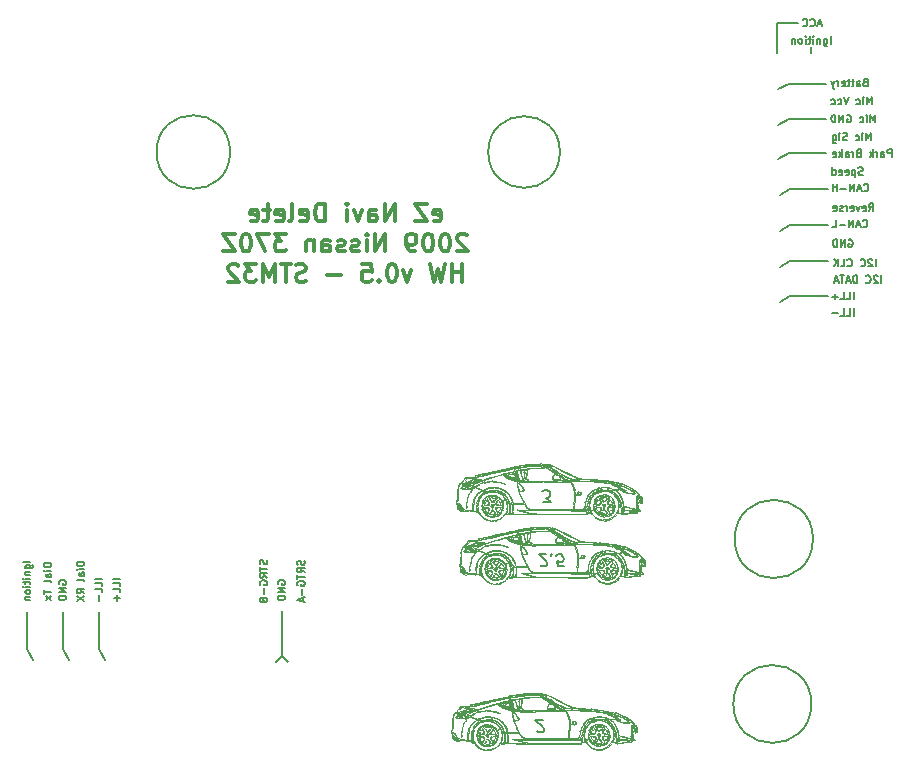
<source format=gbo>
G04 #@! TF.GenerationSoftware,KiCad,Pcbnew,(5.1.2)-2*
G04 #@! TF.CreationDate,2020-04-25T17:38:05-07:00*
G04 #@! TF.ProjectId,370Z_AC_Interface,3337305a-5f41-4435-9f49-6e7465726661,rev?*
G04 #@! TF.SameCoordinates,Original*
G04 #@! TF.FileFunction,Legend,Bot*
G04 #@! TF.FilePolarity,Positive*
%FSLAX46Y46*%
G04 Gerber Fmt 4.6, Leading zero omitted, Abs format (unit mm)*
G04 Created by KiCad (PCBNEW (5.1.2)-2) date 2020-04-25 17:38:05*
%MOMM*%
%LPD*%
G04 APERTURE LIST*
%ADD10C,0.150000*%
%ADD11C,0.060000*%
%ADD12C,0.040000*%
%ADD13C,0.200000*%
%ADD14C,0.158750*%
%ADD15C,0.300000*%
G04 APERTURE END LIST*
D10*
X133035091Y-69850000D02*
G75*
G03X133035091Y-69850000I-3114091J0D01*
G01*
X160959906Y-69850000D02*
G75*
G03X160959906Y-69850000I-3035406J0D01*
G01*
X182245000Y-116586000D02*
G75*
G03X182245000Y-116586000I-3302000J0D01*
G01*
X182381755Y-102616000D02*
G75*
G03X182381755Y-102616000I-3311755J0D01*
G01*
X159569441Y-99485699D02*
X160188489Y-99485699D01*
X159807536Y-99104746D01*
X159950393Y-99104746D01*
X160039679Y-99057127D01*
X160081346Y-99009508D01*
X160117060Y-98914270D01*
X160087298Y-98676175D01*
X160027774Y-98580937D01*
X159974203Y-98533318D01*
X159873012Y-98485699D01*
X159587298Y-98485699D01*
X159498012Y-98533318D01*
X159456346Y-98580937D01*
D11*
X156170790Y-100646270D02*
G75*
G03X156156841Y-100669959I215860J-143051D01*
G01*
X156081994Y-100740351D02*
X156137192Y-100694809D01*
X154419225Y-100741190D02*
G75*
G03X154571710Y-100857763I782505J865549D01*
G01*
X154053517Y-99540483D02*
X154047148Y-99586297D01*
X154089419Y-99418696D02*
X154061378Y-99483101D01*
X154028027Y-99691777D02*
X154014912Y-99770531D01*
X155424088Y-101047630D02*
X155542598Y-101020671D01*
X154087047Y-100250867D02*
G75*
G03X154121480Y-100331331I632708J223150D01*
G01*
X154851863Y-100998878D02*
G75*
G03X154929616Y-101023987I231059J582564D01*
G01*
X156170789Y-100646270D02*
X156194739Y-100611315D01*
X156137193Y-100694809D02*
G75*
G03X156156841Y-100669959I-54783J63509D01*
G01*
X155654533Y-100989365D02*
G75*
G03X155739392Y-100957256I-224708J722061D01*
G01*
X155936035Y-100844144D02*
X156013090Y-100791881D01*
X155542598Y-101020671D02*
X155654533Y-100989365D01*
X154929616Y-101023987D02*
G75*
G03X155012770Y-101039619I168906J669513D01*
G01*
X154289676Y-100602747D02*
G75*
G03X154419225Y-100741191I891602J704483D01*
G01*
X154180008Y-100440092D02*
G75*
G03X154289676Y-100602746I1130449J643895D01*
G01*
X154018481Y-99911774D02*
X154038376Y-100038517D01*
X154047148Y-99586297D02*
X154038355Y-99638920D01*
X155739392Y-100957256D02*
G75*
G03X155823832Y-100913588I-350643J781499D01*
G01*
X155343435Y-101059027D02*
G75*
G03X155424088Y-101047630I-49664J642554D01*
G01*
X155134358Y-101052224D02*
X155260794Y-101060321D01*
X155260794Y-101060320D02*
G75*
G03X155343435Y-101059026I30802J671996D01*
G01*
X154011875Y-99835263D02*
G75*
G03X154018481Y-99911774I682256J20363D01*
G01*
X154014911Y-99770531D02*
G75*
G03X154011875Y-99835263I419600J-52118D01*
G01*
X155012770Y-101039619D02*
X155134358Y-101052224D01*
X154062841Y-100165292D02*
G75*
G03X154087048Y-100250867I686112J147872D01*
G01*
X154121480Y-100331331D02*
X154180008Y-100440092D01*
X155823832Y-100913588D02*
X155936035Y-100844144D01*
X156251863Y-100535766D02*
G75*
G03X156284293Y-100489187I-307969J248997D01*
G01*
X156194739Y-100611315D02*
X156222976Y-100572718D01*
X154053517Y-99540484D02*
G75*
G03X154055344Y-99513038I-234715J29406D01*
G01*
X154749786Y-100955204D02*
X154851863Y-100998878D01*
X154571710Y-100857764D02*
G75*
G03X154749786Y-100955204I787005J1226847D01*
G01*
X154061378Y-99483101D02*
G75*
G03X154055344Y-99513038I74552J-30604D01*
G01*
X156284293Y-100489187D02*
X156324360Y-100417814D01*
X156222976Y-100572718D02*
X156251863Y-100535766D01*
X156013090Y-100791881D02*
X156081994Y-100740351D01*
X154038355Y-99638920D02*
X154028027Y-99691777D01*
X154038376Y-100038517D02*
X154062841Y-100165293D01*
X154261766Y-98954938D02*
X154147747Y-99095289D01*
X154425622Y-98929681D02*
G75*
G03X154291390Y-99080254I868821J-909649D01*
G01*
X154576806Y-98807789D02*
G75*
G03X154425621Y-98929681I649057J-959738D01*
G01*
X154748012Y-98711188D02*
G75*
G03X154576806Y-98807789I509972J-1103836D01*
G01*
X154095749Y-99191891D02*
X154082703Y-99226152D01*
X153985461Y-99667216D02*
X153996534Y-99606961D01*
X154846587Y-98668690D02*
X154748011Y-98711188D01*
X154695760Y-98642838D02*
X154646394Y-98664219D01*
X164746898Y-98578375D02*
G75*
G03X164501066Y-98593383I-13072J-1806849D01*
G01*
X154895761Y-98589289D02*
G75*
G03X154885836Y-98579695I-9599J1D01*
G01*
X153949873Y-99910483D02*
G75*
G03X153958456Y-99913352I8583J11405D01*
G01*
X153925702Y-99873169D02*
G75*
G03X153932059Y-99888545I93724J29746D01*
G01*
X154246510Y-99054781D02*
G75*
G03X154137701Y-99211494I1249320J-983555D01*
G01*
X153996534Y-99606961D02*
X154007161Y-99547868D01*
X153969303Y-99889089D02*
G75*
G03X153965972Y-99874018I-85327J-10953D01*
G01*
X154867854Y-98612911D02*
X154890976Y-98598388D01*
X165166153Y-98660857D02*
G75*
G03X164967478Y-98600608I-397266J-952315D01*
G01*
X154671755Y-98697632D02*
G75*
G03X154569644Y-98753542I373367J-803107D01*
G01*
X165346575Y-98759211D02*
G75*
G03X165166153Y-98660857I-561868J-816040D01*
G01*
X154800760Y-98643547D02*
X154837160Y-98628543D01*
X153962487Y-99851694D02*
X153963674Y-99812261D01*
X153919772Y-99801785D02*
G75*
G03X153925702Y-99873169I159305J-22705D01*
G01*
X154387671Y-98822011D02*
X154261766Y-98954938D01*
X154890976Y-98598387D02*
G75*
G03X154895760Y-98589288I-6262J9099D01*
G01*
X154671756Y-98697633D02*
X154800760Y-98643547D01*
X154137701Y-99211494D02*
G75*
G03X154055837Y-99367234I1195128J-727605D01*
G01*
X154920449Y-98644585D02*
G75*
G03X154846587Y-98668690I145805J-572009D01*
G01*
X154996451Y-98630510D02*
G75*
G03X154920449Y-98644586I67753J-578042D01*
G01*
X154885836Y-98579695D02*
G75*
G03X154853851Y-98584458I4844J-142312D01*
G01*
X153932059Y-99888546D02*
G75*
G03X153940585Y-99901549I66813J34508D01*
G01*
X154055836Y-99367234D02*
G75*
G03X154015505Y-99499971I503524J-225489D01*
G01*
X153947565Y-99634998D02*
X153919772Y-99801785D01*
X154043245Y-99318488D02*
X154023460Y-99361164D01*
X164967477Y-98600609D02*
G75*
G03X164746897Y-98578376I-229193J-1168592D01*
G01*
X154646394Y-98664219D02*
X154588698Y-98691784D01*
X154370035Y-98917638D02*
X154475252Y-98822657D01*
X154569645Y-98753543D02*
G75*
G03X154475252Y-98822657I481300J-756348D01*
G01*
X154531997Y-98720828D02*
X154485760Y-98746761D01*
X165466983Y-98843412D02*
X165346574Y-98759211D01*
X154797042Y-98602888D02*
X154695760Y-98642838D01*
X153975681Y-99719018D02*
X153985461Y-99667216D01*
X153968102Y-99766184D02*
X153975681Y-99719018D01*
X153963674Y-99812261D02*
X153968102Y-99766184D01*
X154588698Y-98691784D02*
X154531997Y-98720828D01*
X165523001Y-98887686D02*
G75*
G03X165466983Y-98843412I-459030J-523208D01*
G01*
X153965049Y-99910184D02*
G75*
G03X153968914Y-99901798I-14980J11987D01*
G01*
X153984772Y-99467860D02*
X153947565Y-99634998D01*
X154485760Y-98746761D02*
G75*
G03X154387671Y-98822011I264718J-446616D01*
G01*
X154023460Y-99361164D02*
G75*
G03X153984772Y-99467860I520903J-249242D01*
G01*
X154837160Y-98628543D02*
G75*
G03X154867854Y-98612911I-147717J328003D01*
G01*
X154370035Y-98917638D02*
G75*
G03X154246510Y-99054781I971453J-999190D01*
G01*
X153962487Y-99851694D02*
G75*
G03X153965972Y-99874018I74376J176D01*
G01*
X153958456Y-99913352D02*
G75*
G03X153965049Y-99910184I0J8444D01*
G01*
X153940585Y-99901549D02*
G75*
G03X153949873Y-99910484I41419J33762D01*
G01*
X154082703Y-99226152D02*
X154064001Y-99271093D01*
X154147748Y-99095289D02*
G75*
G03X154095749Y-99191891I291018J-218945D01*
G01*
X154007161Y-99547868D02*
X154015505Y-99499971D01*
X155101861Y-98620992D02*
X154996451Y-98630509D01*
X154853851Y-98584457D02*
G75*
G03X154797042Y-98602888I148299J-553867D01*
G01*
X154126692Y-99342872D02*
X154089419Y-99418696D01*
X154170760Y-99262531D02*
X154126692Y-99342872D01*
X154291389Y-99080254D02*
G75*
G03X154170760Y-99262531I1379853J-1044227D01*
G01*
X153968913Y-99901797D02*
G75*
G03X153969302Y-99889088I-39630J7571D01*
G01*
X154064001Y-99271093D02*
X154043245Y-99318488D01*
X165681951Y-100528078D02*
G75*
G03X165786391Y-100372802I-795846J648055D01*
G01*
X164840220Y-101004800D02*
G75*
G03X165020472Y-100977004I-46536J900131D01*
G01*
X164003321Y-100801760D02*
G75*
G03X164113552Y-100867614I278909J341672D01*
G01*
X164242193Y-100924043D02*
X164285760Y-100944053D01*
X164193924Y-100902396D02*
X164242193Y-100924043D01*
X164536170Y-100708656D02*
X164487360Y-100693903D01*
X164628509Y-100725449D02*
G75*
G03X164655491Y-100724007I8768J89091D01*
G01*
X164615760Y-101004045D02*
G75*
G03X164840220Y-101004800I119079J2037582D01*
G01*
X165738648Y-99134949D02*
X165647646Y-99023352D01*
X164394330Y-100665264D02*
X164355681Y-100655591D01*
X163915258Y-100305542D02*
X163856466Y-100208297D01*
X165789504Y-99210636D02*
G75*
G03X165738648Y-99134949I-545642J-311700D01*
G01*
X165826221Y-99288922D02*
G75*
G03X165789503Y-99210636I-503830J-188554D01*
G01*
X165905721Y-99577787D02*
G75*
G03X165891161Y-99497157I-768763J-97190D01*
G01*
X164139791Y-100533916D02*
X164057979Y-100470669D01*
X163558688Y-100239639D02*
X163581921Y-100285037D01*
X165859020Y-100203479D02*
X165889350Y-100098874D01*
X163773631Y-100167923D02*
G75*
G03X163680089Y-100186957I159858J-1024991D01*
G01*
X165913097Y-99668672D02*
G75*
G03X165905721Y-99577788I-1017824J-36862D01*
G01*
X164113552Y-100867614D02*
X164148257Y-100882337D01*
X164682449Y-100719759D02*
G75*
G03X164655491Y-100724007I30220J-279406D01*
G01*
X163609704Y-100337699D02*
X163642554Y-100397794D01*
X165913355Y-99926863D02*
X165915460Y-99794721D01*
X165542697Y-100672391D02*
G75*
G03X165681951Y-100528078I-785675J897479D01*
G01*
X164496655Y-100995130D02*
X164615760Y-101004045D01*
X163581921Y-100285037D02*
X163609704Y-100337699D01*
X163680089Y-100186957D02*
X163632470Y-100199867D01*
X164315766Y-100648036D02*
X164264738Y-100618268D01*
X163953539Y-100364127D02*
G75*
G03X163998813Y-100416761I417425J313259D01*
G01*
X164487360Y-100693903D02*
X164439791Y-100678377D01*
X165915460Y-99794721D02*
X165913097Y-99668671D01*
X165365932Y-100809018D02*
G75*
G03X165542697Y-100672391I-1029148J1514147D01*
G01*
X165020472Y-100977004D02*
G75*
G03X165186362Y-100914556I-211386J813097D01*
G01*
X163915258Y-100305541D02*
G75*
G03X163953540Y-100364126I469204J264803D01*
G01*
X164725550Y-100715667D02*
X164682448Y-100719758D01*
X164346710Y-100967536D02*
G75*
G03X164412836Y-100983708I167624J542138D01*
G01*
X163642554Y-100397794D02*
G75*
G03X163733086Y-100531345I788497J437053D01*
G01*
X163592456Y-100212759D02*
X163560275Y-100224764D01*
X164315766Y-100648035D02*
G75*
G03X164336172Y-100653352I20406J36500D01*
G01*
X164355681Y-100655590D02*
G75*
G03X164336172Y-100653352I-19509J-83907D01*
G01*
X165570434Y-98934698D02*
G75*
G03X165523000Y-98887686I-410018J-366266D01*
G01*
X165891161Y-99497157D02*
X165866340Y-99406184D01*
X163556355Y-100230814D02*
G75*
G03X163558688Y-100239639I21761J1031D01*
G01*
X163560275Y-100224764D02*
G75*
G03X163556355Y-100230814I2256J-5757D01*
G01*
X163632470Y-100199867D02*
X163592456Y-100212759D01*
X164204677Y-100579665D02*
X164139791Y-100533916D01*
X163864491Y-100676421D02*
G75*
G03X164003321Y-100801760I1327514J1330842D01*
G01*
X163998813Y-100416761D02*
G75*
G03X164057979Y-100470669I519699J510960D01*
G01*
X163733087Y-100531345D02*
G75*
G03X163864492Y-100676421I1496418J1223362D01*
G01*
X164585366Y-100719473D02*
X164536170Y-100708656D01*
X165866340Y-99406184D02*
X165826221Y-99288921D01*
X164285761Y-100944052D02*
G75*
G03X164346710Y-100967536I203123J436344D01*
G01*
X165647646Y-99023352D02*
X165570434Y-98934698D01*
X165186361Y-100914556D02*
G75*
G03X165365932Y-100809018I-713214J1419057D01*
G01*
X163819590Y-100175160D02*
G75*
G03X163773631Y-100167923I-34241J-67902D01*
G01*
X164628508Y-100725449D02*
X164585366Y-100719473D01*
X164412835Y-100983708D02*
G75*
G03X164496655Y-100995130I170477J937740D01*
G01*
X163856466Y-100208297D02*
G75*
G03X163819589Y-100175159I-79491J-51372D01*
G01*
X165905695Y-100016565D02*
G75*
G03X165913355Y-99926863I-857506J118403D01*
G01*
X164148257Y-100882337D02*
X164193924Y-100902396D01*
X165889351Y-100098874D02*
G75*
G03X165905695Y-100016565I-690726J179940D01*
G01*
X164439791Y-100678377D02*
X164394330Y-100665264D01*
X164264738Y-100618268D02*
X164204677Y-100579665D01*
X165786391Y-100372803D02*
G75*
G03X165859020Y-100203479I-846429J463301D01*
G01*
X163797230Y-99640509D02*
X163812196Y-99576675D01*
X164886966Y-100705080D02*
G75*
G03X164944966Y-100693154I-59563J436686D01*
G01*
X164944966Y-100693154D02*
G75*
G03X165005360Y-100672423I-140509J507669D01*
G01*
X165076690Y-100640180D02*
X165005360Y-100672423D01*
X163826526Y-99514830D02*
X163838629Y-99461957D01*
X165330341Y-99111964D02*
X165394807Y-99189601D01*
X165130017Y-100614578D02*
X165076690Y-100640180D01*
X163791224Y-99932023D02*
X163783240Y-99891075D01*
X163798834Y-99975753D02*
X163791224Y-99932023D01*
X165277741Y-100538177D02*
X165242476Y-100569120D01*
X164551559Y-98890003D02*
X164569245Y-98885837D01*
X164471581Y-98899589D02*
G75*
G03X164374372Y-98929487I245232J-970322D01*
G01*
X165633790Y-99828765D02*
X165631741Y-99928666D01*
X165496965Y-99342137D02*
G75*
G03X165394807Y-99189601I-1122227J-641114D01*
G01*
X164850313Y-98877820D02*
G75*
G03X164714564Y-98862151I-180376J-966837D01*
G01*
X165363892Y-100453605D02*
X165318771Y-100499490D01*
X163817420Y-100108073D02*
X163804826Y-100015713D01*
X165556578Y-100164018D02*
X165514493Y-100247447D01*
X163687480Y-100140713D02*
X163817420Y-100108073D01*
X165419862Y-100389638D02*
G75*
G03X165469493Y-100321781I-739171J592712D01*
G01*
X165128846Y-98970213D02*
G75*
G03X164995696Y-98915089I-433034J-857598D01*
G01*
X164374372Y-98929487D02*
G75*
G03X164274474Y-98971677I368288J-1011404D01*
G01*
X163781858Y-99713612D02*
X163797230Y-99640509D01*
X165318771Y-100499490D02*
X165277741Y-100538177D01*
X165514493Y-100247447D02*
X165469493Y-100321781D01*
X165633790Y-99828765D02*
G75*
G03X165617532Y-99664703I-905168J-6862D01*
G01*
X165218591Y-100575813D02*
X165177977Y-100592983D01*
X165231007Y-100573352D02*
G75*
G03X165242476Y-100569120I0J17657D01*
G01*
X165617532Y-99664703D02*
G75*
G03X165571677Y-99501487I-993110J-190962D01*
G01*
X164545108Y-98890703D02*
G75*
G03X164471581Y-98899590I-2041J-291736D01*
G01*
X164274474Y-98971678D02*
G75*
G03X164190400Y-99019865I299428J-619859D01*
G01*
X163975974Y-99224890D02*
G75*
G03X163881279Y-99349210I1330835J-1111925D01*
G01*
X163804826Y-100015713D02*
X163798834Y-99975753D01*
X163549025Y-100173352D02*
G75*
G03X163555348Y-100172627I-1J27929D01*
G01*
X163783240Y-99891075D02*
X163776204Y-99860509D01*
X165601460Y-100061188D02*
G75*
G03X165622581Y-99994870I-393068J161710D01*
G01*
X165601460Y-100061188D02*
X165556578Y-100164018D01*
X163773372Y-99774219D02*
G75*
G03X163771321Y-99823391I457303J-43704D01*
G01*
X163637065Y-100153222D02*
X163687480Y-100140713D01*
X165419862Y-100389639D02*
X165363892Y-100453605D01*
X165330341Y-99111964D02*
G75*
G03X165277061Y-99060518I-355095J-314439D01*
G01*
X165277061Y-99060518D02*
G75*
G03X165216605Y-99018162I-299092J-362584D01*
G01*
X165128846Y-98970213D02*
X165216605Y-99018162D01*
X163771320Y-99823391D02*
G75*
G03X163776204Y-99860509I157775J1878D01*
G01*
X163593208Y-100163765D02*
X163637065Y-100153222D01*
X164590291Y-98880445D02*
X164613358Y-98874042D01*
X164190399Y-99019864D02*
G75*
G03X164087866Y-99103491I395618J-589735D01*
G01*
X163781858Y-99713612D02*
G75*
G03X163773372Y-99774219I686595J-127036D01*
G01*
X164087867Y-99103491D02*
G75*
G03X163975974Y-99224890I1190735J-1209755D01*
G01*
X165622581Y-99994870D02*
G75*
G03X165631741Y-99928666I-366860J84492D01*
G01*
X164995696Y-98915089D02*
G75*
G03X164850313Y-98877820I-352481J-1072801D01*
G01*
X164569245Y-98885837D02*
X164590291Y-98880445D01*
X164545108Y-98890703D02*
G75*
G03X164551559Y-98890003I198J28251D01*
G01*
X163838629Y-99461957D02*
X163844927Y-99433352D01*
X163812196Y-99576675D02*
X163826526Y-99514830D01*
X163555348Y-100172627D02*
X163593208Y-100163765D01*
X165571677Y-99501487D02*
G75*
G03X165496965Y-99342137I-1023537J-382700D01*
G01*
X165177977Y-100592983D02*
X165130017Y-100614578D01*
X165231007Y-100573352D02*
G75*
G03X165218591Y-100575813I0J-32556D01*
G01*
X164774674Y-100712306D02*
X164725550Y-100715667D01*
X164823400Y-100710284D02*
X164774674Y-100712306D01*
X164823400Y-100710284D02*
G75*
G03X164886966Y-100705079I-16490J592129D01*
G01*
X164714564Y-98862152D02*
G75*
G03X164613358Y-98874042I-14303J-314904D01*
G01*
X163881279Y-99349209D02*
G75*
G03X163844927Y-99433352I191445J-132634D01*
G01*
X154337921Y-98552250D02*
G75*
G03X154196925Y-98650638I284997J-558639D01*
G01*
X153622088Y-99732855D02*
X153606021Y-99936927D01*
X154635760Y-98613615D02*
G75*
G03X154626739Y-98598506I-17163J0D01*
G01*
X153610583Y-100195186D02*
G75*
G03X153643908Y-100222374I45128J21296D01*
G01*
X154512685Y-98684675D02*
G75*
G03X154390881Y-98762655I250462J-525339D01*
G01*
X154390881Y-98762655D02*
G75*
G03X154255365Y-98889890I993779J-1194240D01*
G01*
X154019747Y-99264849D02*
X154044942Y-99206544D01*
X153750760Y-100243649D02*
X153783503Y-100248231D01*
X153606021Y-99936927D02*
X153599597Y-100143381D01*
X156160727Y-98790265D02*
G75*
G03X156025441Y-98689635I-900465J-1069318D01*
G01*
X153931083Y-99482046D02*
G75*
G03X153899843Y-99618922I1458857J-404968D01*
G01*
X154030746Y-98821805D02*
G75*
G03X153871491Y-99025050I1852418J-1615505D01*
G01*
X155747292Y-98567763D02*
G75*
G03X155575760Y-98534086I-389225J-1528815D01*
G01*
X163544927Y-100170538D02*
G75*
G03X163549024Y-100173352I4097J1575D01*
G01*
X163528110Y-100120936D02*
X163536812Y-100148384D01*
X163610362Y-99250448D02*
G75*
G03X163491441Y-99665571I1166139J-558662D01*
G01*
X153811423Y-100251000D02*
X153834565Y-100252432D01*
X164501066Y-98593384D02*
G75*
G03X164434053Y-98605345I92409J-711395D01*
G01*
X163536812Y-100148384D02*
X163544927Y-100170538D01*
X156025442Y-98689635D02*
G75*
G03X155892343Y-98617614I-498305J-761900D01*
G01*
X154136012Y-99032403D02*
G75*
G03X154065047Y-99158445I467926J-346452D01*
G01*
X163856421Y-98904151D02*
G75*
G03X163610362Y-99250447I879619J-885575D01*
G01*
X164194510Y-98679157D02*
G75*
G03X163856421Y-98904152I401015J-969102D01*
G01*
X153697455Y-99355663D02*
X153654064Y-99532260D01*
X153643908Y-100222374D02*
X153750760Y-100243649D01*
X164267031Y-98652130D02*
X164194510Y-98679157D01*
X154425484Y-98516379D02*
X154399348Y-98525143D01*
X154631967Y-98620377D02*
G75*
G03X154635760Y-98613615I-4130J6762D01*
G01*
X153748429Y-99228192D02*
G75*
G03X153697455Y-99355663I630617J-326105D01*
G01*
X155892343Y-98617614D02*
G75*
G03X155747293Y-98567763I-376783J-860355D01*
G01*
X153993750Y-99323624D02*
X154019747Y-99264849D01*
X153855941Y-100013352D02*
X153875239Y-99791755D01*
X153844094Y-100177775D02*
X153849698Y-100102009D01*
X154439964Y-98514593D02*
G75*
G03X154425484Y-98516379I-2062J-42871D01*
G01*
X154550753Y-98558825D02*
X154476362Y-98523317D01*
X154559859Y-98661290D02*
X154599607Y-98639597D01*
X153875239Y-99791755D02*
X153899843Y-99618922D01*
X153599597Y-100143381D02*
G75*
G03X153610584Y-100195185I115167J-2642D01*
G01*
X154196926Y-98650638D02*
G75*
G03X154030747Y-98821805I1517376J-1639404D01*
G01*
X155575760Y-98534085D02*
G75*
G03X155437571Y-98522863I-166750J-1196841D01*
G01*
X154044942Y-99206544D02*
X154065047Y-99158445D01*
X153971087Y-99373352D02*
G75*
G03X153931083Y-99482046I642267J-298089D01*
G01*
X153849698Y-100102009D02*
X153855941Y-100013352D01*
X153783503Y-100248231D02*
X153811423Y-100251000D01*
X155437571Y-98522863D02*
X155260862Y-98523654D01*
X153837911Y-100250110D02*
G75*
G03X153838974Y-100244653I-22965J7306D01*
G01*
X153654064Y-99532260D02*
X153622088Y-99732855D01*
X153871491Y-99025050D02*
G75*
G03X153748429Y-99228192I1442715J-1012836D01*
G01*
X153838974Y-100244653D02*
X153844094Y-100177775D01*
X163491440Y-99665571D02*
G75*
G03X163519407Y-100088352I1193808J-133347D01*
G01*
X163519407Y-100088352D02*
X163528110Y-100120936D01*
X154512685Y-98684675D02*
X154559859Y-98661290D01*
X164351328Y-98626333D02*
X164267031Y-98652130D01*
X154476363Y-98523317D02*
G75*
G03X154439964Y-98514593I-41230J-91725D01*
G01*
X154599607Y-98639597D02*
X154631967Y-98620377D01*
X155260862Y-98523654D02*
X155091634Y-98533643D01*
X154255366Y-98889890D02*
G75*
G03X154136012Y-99032403I1129327J-1067036D01*
G01*
X153834566Y-100252433D02*
G75*
G03X153837911Y-100250110I164J3334D01*
G01*
X153971086Y-99373352D02*
X153993750Y-99323624D01*
X155091634Y-98533644D02*
G75*
G03X154988885Y-98553222I43355J-506927D01*
G01*
X164434053Y-98605345D02*
X164351328Y-98626333D01*
X154369004Y-98537449D02*
X154337921Y-98552250D01*
X154399348Y-98525143D02*
X154369004Y-98537449D01*
X154626739Y-98598506D02*
X154550753Y-98558825D01*
X156514135Y-99692120D02*
X156517185Y-99833352D01*
X155555760Y-98606382D02*
X155670278Y-98636677D01*
X165049943Y-98506005D02*
G75*
G03X164823265Y-98482482I-345889J-2229191D01*
G01*
X155054763Y-98579094D02*
X155135760Y-98573169D01*
X154918885Y-98583089D02*
G75*
G03X154925266Y-98585569I6038J6086D01*
G01*
X156646581Y-100434282D02*
G75*
G03X156657459Y-100392323I-171984J66975D01*
G01*
X156486345Y-100140630D02*
G75*
G03X156507109Y-100060574I-512586J175667D01*
G01*
X155935760Y-98761159D02*
X156031064Y-98823963D01*
X156629413Y-100458285D02*
G75*
G03X156646581Y-100434283I-38504J45682D01*
G01*
X156353043Y-99217705D02*
X156398760Y-99307967D01*
X156573772Y-100482647D02*
G75*
G03X156600231Y-100475455I-23363J138234D01*
G01*
X156517185Y-99833352D02*
X156515612Y-99977697D01*
X155430300Y-98578954D02*
X155555760Y-98606382D01*
X156235760Y-99039287D02*
X156299989Y-99130403D01*
X156098459Y-98878484D02*
G75*
G03X156031064Y-98823963I-437588J-472000D01*
G01*
X165240440Y-98551253D02*
G75*
G03X165049943Y-98506005I-380059J-1176455D01*
G01*
X155757850Y-98667187D02*
G75*
G03X155670278Y-98636677I-339491J-833501D01*
G01*
X154988885Y-98553222D02*
X154959883Y-98562550D01*
X155430300Y-98578953D02*
G75*
G03X155345760Y-98567219I-141582J-709608D01*
G01*
X154985428Y-98582989D02*
X155054763Y-98579094D01*
X164823265Y-98482482D02*
G75*
G03X164585439Y-98481580I-128091J-2420435D01*
G01*
X155135760Y-98573169D02*
X155261100Y-98565611D01*
X164585439Y-98481580D02*
G75*
G03X164360580Y-98504691I89611J-1977359D01*
G01*
X154919481Y-98579401D02*
G75*
G03X154918885Y-98583089I1022J-2057D01*
G01*
X165477307Y-98669725D02*
G75*
G03X165240441Y-98551253I-506937J-717517D01*
G01*
X166079882Y-99612605D02*
X166016438Y-99389415D01*
X156262202Y-98880208D02*
X156160727Y-98790265D01*
X156568594Y-99427442D02*
X156449506Y-99176585D01*
X156453274Y-100489269D02*
X156493476Y-100490085D01*
X154936611Y-98571502D02*
X154919481Y-98579401D01*
X156666905Y-99752124D02*
G75*
G03X156633518Y-99599509I-940869J-125875D01*
G01*
X156674796Y-100224618D02*
X156679102Y-100126541D01*
X156514135Y-99692119D02*
G75*
G03X156505088Y-99608450I-602749J-22853D01*
G01*
X156600231Y-100475454D02*
G75*
G03X156629413Y-100458284I-35874J94353D01*
G01*
X156493476Y-100490085D02*
X156535656Y-100487652D01*
X156320376Y-98945074D02*
G75*
G03X156262202Y-98880208I-391877J-292934D01*
G01*
X156370915Y-99024506D02*
G75*
G03X156320376Y-98945073I-551941J-295374D01*
G01*
X166016438Y-99389416D02*
G75*
G03X165891551Y-99117397I-1242339J-405696D01*
G01*
X156449506Y-99176585D02*
X156370915Y-99024507D01*
X166118491Y-99818241D02*
G75*
G03X166079882Y-99612605I-1969477J-263335D01*
G01*
X156633518Y-99599509D02*
G75*
G03X156568594Y-99427442I-1395286J-428187D01*
G01*
X156657459Y-100392323D02*
X156668737Y-100299539D01*
X156680696Y-99929935D02*
G75*
G03X156666906Y-99752124I-1604336J-34982D01*
G01*
X155839710Y-98705757D02*
G75*
G03X155757850Y-98667187I-400881J-744673D01*
G01*
X156358213Y-100483352D02*
X156453274Y-100489269D01*
X156507109Y-100060575D02*
G75*
G03X156515612Y-99977697I-546179J97912D01*
G01*
X156398760Y-99307967D02*
X156440864Y-99407972D01*
X156681268Y-100023062D02*
X156680696Y-99929935D01*
X156679102Y-100126541D02*
X156681268Y-100023062D01*
X156668737Y-100299539D02*
X156674796Y-100224618D01*
X155839710Y-98705757D02*
X155935760Y-98761159D01*
X165703330Y-98867758D02*
G75*
G03X165477307Y-98669725I-1057970J-979503D01*
G01*
X156535656Y-100487652D02*
X156573771Y-100482646D01*
X156505087Y-99608450D02*
G75*
G03X156484733Y-99529391I-540122J-96909D01*
G01*
X156486345Y-100140630D02*
X156438308Y-100273352D01*
X156299989Y-99130403D02*
X156353043Y-99217705D01*
X156159701Y-98943077D02*
G75*
G03X156098458Y-98878484I-531137J-442253D01*
G01*
X154959883Y-98562550D02*
X154936611Y-98571502D01*
X165891550Y-99117397D02*
G75*
G03X165703330Y-98867758I-1327381J-805033D01*
G01*
X156438308Y-100273352D02*
X156358213Y-100483352D01*
X156440864Y-99407972D02*
X156484733Y-99529391D01*
X156159701Y-98943077D02*
X156235760Y-99039287D01*
X155345760Y-98567219D02*
G75*
G03X155261100Y-98565611I-55739J-704866D01*
G01*
X154925266Y-98585569D02*
X154985428Y-98582989D01*
X165540265Y-98846872D02*
X165613367Y-98917531D01*
X164349036Y-98578259D02*
G75*
G03X164239874Y-98617593I308870J-1028344D01*
G01*
X163466451Y-100044127D02*
X163455759Y-99979455D01*
X163541079Y-99285520D02*
G75*
G03X163464078Y-99557224I1129326J-466812D01*
G01*
X163429443Y-99742924D02*
X163440280Y-99690459D01*
X165890585Y-99350537D02*
X165928882Y-99466125D01*
X165848274Y-99241638D02*
G75*
G03X165809166Y-99163252I-627150J-263942D01*
G01*
X164788798Y-98527465D02*
G75*
G03X164708225Y-98526878I-44604J-591869D01*
G01*
X165809167Y-99163252D02*
G75*
G03X165759772Y-99089510I-609185J-354636D01*
G01*
X165613367Y-98917531D02*
X165683764Y-98995267D01*
X165215027Y-98630148D02*
G75*
G03X165130246Y-98600687I-287738J-691307D01*
G01*
X164871696Y-98538984D02*
G75*
G03X164788798Y-98527465I-132967J-652872D01*
G01*
X164075760Y-98689999D02*
X164239874Y-98617593D01*
X164451265Y-98554645D02*
G75*
G03X164349036Y-98578260I130935J-799907D01*
G01*
X164075761Y-98689999D02*
G75*
G03X163863168Y-98828845I361116J-785098D01*
G01*
X163474705Y-100102801D02*
X163466451Y-100044127D01*
X163433210Y-99860957D02*
X163425812Y-99810250D01*
X163525796Y-100328779D02*
G75*
G03X163531358Y-100305157I-14499J15880D01*
G01*
X163452067Y-99628049D02*
X163464078Y-99557224D01*
X163415593Y-100348417D02*
X163495470Y-100342447D01*
X163455759Y-99979455D02*
X163443946Y-99917902D01*
X163679140Y-99034670D02*
G75*
G03X163541079Y-99285520I1054593J-743839D01*
G01*
X163443946Y-99917902D02*
X163433210Y-99860957D01*
X163424326Y-99755675D02*
G75*
G03X163429443Y-99742924I-34156J21110D01*
G01*
X163478445Y-100143352D02*
X163474705Y-100102801D01*
X163498890Y-100242127D02*
G75*
G03X163509357Y-100262803I90137J32646D01*
G01*
X165865118Y-100365776D02*
X165903948Y-100370633D01*
X165873634Y-100308791D02*
X165859462Y-100360005D01*
X165963419Y-99773352D02*
X165963523Y-99906884D01*
X163424325Y-99755674D02*
G75*
G03X163421393Y-99768051I17150J-10599D01*
G01*
X165385760Y-98726633D02*
X165464410Y-98783257D01*
X165848274Y-99241638D02*
X165890585Y-99350537D01*
X165291289Y-98667945D02*
X165385760Y-98726633D01*
X165291289Y-98667946D02*
G75*
G03X165215027Y-98630149I-325257J-560430D01*
G01*
X165948734Y-99549475D02*
G75*
G03X165928882Y-99466125I-668053J-115077D01*
G01*
X165464410Y-98783257D02*
X165540265Y-98846872D01*
X163495470Y-100342448D02*
G75*
G03X163525796Y-100328778I-5704J53130D01*
G01*
X163489384Y-100211441D02*
G75*
G03X163498889Y-100242127I330073J85418D01*
G01*
X166136732Y-100036406D02*
G75*
G03X166118491Y-99818241I-2210749J-74989D01*
G01*
X163531357Y-100305157D02*
G75*
G03X163509357Y-100262803I-201462J-77757D01*
G01*
X166138045Y-100298909D02*
X166136731Y-100036407D01*
X166135760Y-100394466D02*
X166138045Y-100298909D01*
X166000760Y-100381175D02*
X166135760Y-100394466D01*
X164451265Y-98554645D02*
X164585760Y-98536817D01*
X165948652Y-100375796D02*
X166000760Y-100381175D01*
X165903948Y-100370633D02*
X165948652Y-100375796D01*
X165860762Y-100363953D02*
G75*
G03X165865118Y-100365776I5473J6960D01*
G01*
X165859461Y-100360005D02*
G75*
G03X165860762Y-100363953I3623J-995D01*
G01*
X165890552Y-100250344D02*
X165873634Y-100308791D01*
X165911600Y-100181687D02*
X165890552Y-100250344D01*
X164585760Y-98536817D02*
X164708225Y-98526878D01*
X163478446Y-100143353D02*
G75*
G03X163482112Y-100176875I319940J18031D01*
G01*
X165941872Y-100075299D02*
X165911600Y-100181687D01*
X165941873Y-100075299D02*
G75*
G03X165957280Y-99994585I-638288J163669D01*
G01*
X165957280Y-99994585D02*
G75*
G03X165963523Y-99906884I-791044J100385D01*
G01*
X165958656Y-99637921D02*
X165963419Y-99773352D01*
X164871696Y-98538984D02*
X165005760Y-98568468D01*
X163425812Y-99810250D02*
X163421393Y-99768051D01*
X163482111Y-100176875D02*
G75*
G03X163489385Y-100211441I380517J62024D01*
G01*
X165958656Y-99637921D02*
G75*
G03X165948734Y-99549474I-755313J-39953D01*
G01*
X165683764Y-98995267D02*
X165759772Y-99089510D01*
X165005760Y-98568468D02*
X165130246Y-98600687D01*
X163863167Y-98828845D02*
G75*
G03X163679140Y-99034670I796992J-897769D01*
G01*
X163440280Y-99690459D02*
X163452067Y-99628049D01*
X166370921Y-100197968D02*
G75*
G03X166364147Y-100218895I87339J-39832D01*
G01*
X166334703Y-100382137D02*
G75*
G03X166344276Y-100386688I7059J2506D01*
G01*
X165524050Y-98477821D02*
X165488135Y-98483770D01*
X166321928Y-100310986D02*
X166319027Y-100248535D01*
X163742438Y-98812913D02*
G75*
G03X163635527Y-98916316I994919J-1135634D01*
G01*
X164248769Y-98525745D02*
G75*
G03X164168439Y-98548672I135050J-625364D01*
G01*
X165545761Y-98475805D02*
G75*
G03X165524050Y-98477821I6528J-188266D01*
G01*
X166306323Y-99992980D02*
X166280916Y-99720958D01*
X166327371Y-100354683D02*
G75*
G03X166334703Y-100382138I174452J31883D01*
G01*
X166904625Y-100217189D02*
X166793104Y-100209455D01*
X166087298Y-99048306D02*
X166044620Y-98973218D01*
X166360691Y-100249106D02*
X166361112Y-100288198D01*
X166595760Y-100194867D02*
X166521182Y-100189770D01*
X165446979Y-98491768D02*
X165405760Y-98500973D01*
X163462325Y-99177696D02*
X163432017Y-99243352D01*
X163635526Y-98916315D02*
G75*
G03X163546719Y-99023352I843358J-790087D01*
G01*
X166249610Y-99478046D02*
G75*
G03X166219851Y-99372555I-414106J-59878D01*
G01*
X165488135Y-98483770D02*
X165446979Y-98491768D01*
X163546719Y-99023352D02*
G75*
G03X163525215Y-99056735I266578J-195337D01*
G01*
X166793104Y-100209455D02*
X166683956Y-100201582D01*
X163861260Y-98718577D02*
G75*
G03X163742437Y-98812913I913924J-1273149D01*
G01*
X164360580Y-98504691D02*
X164248769Y-98525745D01*
X166319027Y-100248535D02*
X166306323Y-99992980D01*
X166352443Y-100378268D02*
G75*
G03X166358177Y-100354896I-160844J51848D01*
G01*
X167083196Y-100229729D02*
X167000760Y-100223516D01*
X165913980Y-98728782D02*
X165761743Y-98607813D01*
X165935760Y-98774916D02*
G75*
G03X165913980Y-98728782I-59750J0D01*
G01*
X165935761Y-98774916D02*
G75*
G03X165938266Y-98784833I20879J0D01*
G01*
X166358178Y-100354896D02*
G75*
G03X166361373Y-100323958I-231097J39505D01*
G01*
X166683956Y-100201582D02*
X166595760Y-100194867D01*
X165967738Y-98838975D02*
X165938266Y-98784833D01*
X166155569Y-99184826D02*
X166125513Y-99121583D01*
X166175069Y-99249751D02*
X166167132Y-99219598D01*
X167000760Y-100223516D02*
X166904625Y-100217189D01*
X164168439Y-98548672D02*
G75*
G03X164090474Y-98582268I225123J-629688D01*
G01*
X165761743Y-98607813D02*
X165607006Y-98494049D01*
X166125513Y-99121583D02*
X166087298Y-99048306D01*
X166321928Y-100310986D02*
G75*
G03X166327371Y-100354683I386553J25955D01*
G01*
X166364147Y-100218896D02*
G75*
G03X166360691Y-100249106I176975J-35549D01*
G01*
X166521182Y-100189770D02*
X166454333Y-100186863D01*
X163295760Y-100353481D02*
X163415593Y-100348417D01*
X166044620Y-98973218D02*
X166002899Y-98901595D01*
X166167132Y-99219598D02*
G75*
G03X166155569Y-99184826I-171021J-37563D01*
G01*
X166280916Y-99720958D02*
X166249611Y-99478046D01*
X166454333Y-100186863D02*
X166398367Y-100185760D01*
X166203893Y-99333239D02*
X166188250Y-99290170D01*
X166344276Y-100386688D02*
G75*
G03X166352444Y-100378268I-4449J12487D01*
G01*
X166361372Y-100323958D02*
G75*
G03X166361112Y-100288198I-407729J14909D01*
G01*
X166188250Y-99290170D02*
X166175069Y-99249751D01*
X163525215Y-99056735D02*
X163494890Y-99112727D01*
X163295760Y-100079290D02*
X163295760Y-100353481D01*
X163371756Y-99412050D02*
G75*
G03X163329330Y-99605640I1764083J-488049D01*
G01*
X163304069Y-99826873D02*
X163295760Y-100079290D01*
X163494890Y-99112727D02*
X163462325Y-99177696D01*
X163985795Y-98638682D02*
G75*
G03X163861260Y-98718576I702362J-1231813D01*
G01*
X166398366Y-100185760D02*
G75*
G03X166381112Y-100188633I-520J-50120D01*
G01*
X163329330Y-99605640D02*
G75*
G03X163304069Y-99826873I2295555J-374174D01*
G01*
X166219851Y-99372555D02*
X166203893Y-99333239D01*
X166002899Y-98901595D02*
X165967738Y-98838975D01*
X166381112Y-100188632D02*
G75*
G03X166370921Y-100197969I5907J-16678D01*
G01*
X163432018Y-99243352D02*
G75*
G03X163371756Y-99412050I1120412J-495341D01*
G01*
X164090474Y-98582268D02*
X163985795Y-98638682D01*
X165607005Y-98494048D02*
G75*
G03X165545760Y-98475805I-57768J-82012D01*
G01*
X167152604Y-100237124D02*
X167083196Y-100229729D01*
X166724085Y-98737086D02*
G75*
G03X166759403Y-98744982I67290J218033D01*
G01*
X166060892Y-99383352D02*
X166089670Y-99473446D01*
X166721563Y-100411007D02*
X166895760Y-100371561D01*
X166691936Y-98728773D02*
X166643360Y-98719329D01*
X166143370Y-99683353D02*
G75*
G03X166135443Y-99639061I-346261J-39116D01*
G01*
X166406887Y-98673316D02*
G75*
G03X166462873Y-98691244I120724J280625D01*
G01*
X165518023Y-98641944D02*
X165582389Y-98689155D01*
X165405760Y-98500973D02*
X165305760Y-98524753D01*
X166052135Y-98459782D02*
G75*
G03X165966407Y-98444883I-94374J-288941D01*
G01*
X166724085Y-98737086D02*
G75*
G03X166691936Y-98728773I-105774J-342732D01*
G01*
X166594848Y-100434802D02*
X166721563Y-100411007D01*
X167240760Y-98783415D02*
G75*
G03X167297438Y-98784854I34703J250022D01*
G01*
X166185760Y-100463352D02*
X166365760Y-100456493D01*
X166588849Y-98710386D02*
X166535885Y-98703367D01*
X166191879Y-100279557D02*
X166185760Y-100463352D01*
X166189504Y-100100929D02*
X166192579Y-100197107D01*
X165966407Y-98444884D02*
G75*
G03X165835760Y-98447057I-41234J-1448892D01*
G01*
X166643360Y-98719329D02*
X166588849Y-98710386D01*
X166192579Y-100197107D02*
X166191879Y-100279557D01*
X166175202Y-99929557D02*
X166183512Y-100006432D01*
X165835760Y-98447057D02*
X165770197Y-98451450D01*
X166165812Y-99860057D02*
X166175202Y-99929557D01*
X166089670Y-99473446D02*
X166115414Y-99562227D01*
X166060892Y-99383352D02*
G75*
G03X165975332Y-99173076I-1677024J-559823D01*
G01*
X165398341Y-98563337D02*
X165454145Y-98598462D01*
X165398340Y-98563337D02*
G75*
G03X165365760Y-98547472I-103025J-170184D01*
G01*
X166136671Y-98499566D02*
G75*
G03X166052136Y-98459782I-201645J-318763D01*
G01*
X166462873Y-98691244D02*
G75*
G03X166535885Y-98703367I160125J738449D01*
G01*
X166898497Y-98759933D02*
X166823456Y-98753009D01*
X166975760Y-98764563D02*
X166898497Y-98759933D01*
X167131979Y-98773583D02*
X167054003Y-98768559D01*
X167313981Y-98766080D02*
G75*
G03X167299778Y-98729359I-60710J-2373D01*
G01*
X167155978Y-98575124D02*
X167235869Y-98658267D01*
X167054003Y-98768559D02*
X166975760Y-98764563D01*
X166349479Y-98642892D02*
G75*
G03X166406887Y-98673316I215960J338132D01*
G01*
X165665267Y-98460403D02*
G75*
G03X165660254Y-98462631I794J-8538D01*
G01*
X166823456Y-98753009D02*
X166759403Y-98744982D01*
X167297440Y-98784854D02*
G75*
G03X167313980Y-98766080I-1580J18065D01*
G01*
X167210784Y-100244896D02*
X167152604Y-100237124D01*
X167215760Y-100250623D02*
G75*
G03X167210784Y-100244896I-5784J0D01*
G01*
X166365760Y-100456493D02*
X166484526Y-100448736D01*
X167240760Y-98783415D02*
X167199858Y-98778857D01*
X167205316Y-100266048D02*
G75*
G03X167215760Y-100250623I-6169J15425D01*
G01*
X167100662Y-100306747D02*
X167205316Y-100266049D01*
X166156448Y-99788675D02*
X166165812Y-99860057D01*
X166115414Y-99562227D02*
X166135443Y-99639061D01*
X165736769Y-98827087D02*
G75*
G03X165582389Y-98689155I-941616J-898538D01*
G01*
X167235869Y-98658267D02*
X167299778Y-98729359D01*
X167229134Y-98561400D02*
X167155978Y-98575124D01*
X165770197Y-98451450D02*
X165714080Y-98455966D01*
X166991796Y-100344780D02*
X167100662Y-100306747D01*
X165305760Y-98524753D02*
X165365760Y-98547472D01*
X166183512Y-100006432D02*
X166189504Y-100100929D01*
X165975333Y-99173076D02*
G75*
G03X165867589Y-98987955I-1262867J-611094D01*
G01*
X165714080Y-98455966D02*
X165665267Y-98460403D01*
X166269090Y-98588593D02*
X166136671Y-98499566D01*
X166143370Y-99683352D02*
X166148345Y-99725078D01*
X165454145Y-98598462D02*
X165518023Y-98641944D01*
X167199858Y-98778857D02*
X167131979Y-98773583D01*
X166895760Y-100371561D02*
X166991796Y-100344780D01*
X165867589Y-98987955D02*
G75*
G03X165736769Y-98827087I-1078293J-743257D01*
G01*
X166349479Y-98642893D02*
X166269090Y-98588593D01*
X166484526Y-100448736D02*
X166594848Y-100434802D01*
X166148345Y-99725078D02*
X166156448Y-99788675D01*
X166314396Y-99564869D02*
X166325275Y-99647863D01*
X166180475Y-99136792D02*
X166206442Y-99206752D01*
X167626564Y-98887919D02*
X167499436Y-98741385D01*
X167458492Y-100069203D02*
G75*
G03X167465887Y-100059779I-2699J9732D01*
G01*
X167377113Y-98603376D02*
G75*
G03X167334025Y-98567336I-147665J-132768D01*
G01*
X167631990Y-98920127D02*
G75*
G03X167635760Y-98912686I-5458J7441D01*
G01*
X166270006Y-99385136D02*
X166296067Y-99477710D01*
X165738930Y-98528468D02*
X165790651Y-98566857D01*
X167403170Y-99640237D02*
X167424676Y-99193352D01*
X166078687Y-98927712D02*
X166115732Y-98993039D01*
X167455648Y-100023607D02*
X167444755Y-100003958D01*
X167499261Y-98997137D02*
G75*
G03X167480871Y-99014466I101241J-125859D01*
G01*
X167433579Y-99145207D02*
X167441977Y-99120022D01*
X167316843Y-98560696D02*
G75*
G03X167290123Y-98557483I-38765J-209621D01*
G01*
X167499436Y-98741385D02*
X167377114Y-98603376D01*
X167555760Y-98963352D02*
X167586413Y-98948471D01*
X166778751Y-99917816D02*
X166909073Y-99951653D01*
X167427389Y-99171032D02*
G75*
G03X167424676Y-99193352I155649J-30244D01*
G01*
X167401878Y-99925291D02*
X167398357Y-99823520D01*
X167437045Y-100070943D02*
G75*
G03X167458492Y-100069203I6190J56748D01*
G01*
X167023162Y-99981743D02*
X167128874Y-100008959D01*
X165972058Y-98749650D02*
X166036157Y-98854141D01*
X165790651Y-98566857D02*
X165867118Y-98627381D01*
X166206442Y-99206752D02*
X166235834Y-99285816D01*
X167128874Y-100008959D02*
X167233651Y-100034080D01*
X167555760Y-98963353D02*
G75*
G03X167525130Y-98979237I129559J-287308D01*
G01*
X167427389Y-99171033D02*
X167433579Y-99145207D01*
X167398357Y-99823520D02*
X167403170Y-99640237D01*
X167444755Y-100003958D02*
X167432187Y-99984546D01*
X166339401Y-99807448D02*
X166552581Y-99860336D01*
X167462819Y-100040242D02*
G75*
G03X167455648Y-100023607I-131667J-46891D01*
G01*
X167378260Y-100063696D02*
X167437045Y-100070943D01*
X166158480Y-99077448D02*
X166180475Y-99136792D01*
X166909073Y-99951653D02*
X167023162Y-99981743D01*
X166552581Y-99860336D02*
X166652609Y-99885482D01*
X167259470Y-98557597D02*
G75*
G03X167229134Y-98561400I16108J-251368D01*
G01*
X167290122Y-98557483D02*
G75*
G03X167259470Y-98557597I-14378J-254085D01*
G01*
X167635761Y-98912687D02*
G75*
G03X167626564Y-98887919I-37948J1D01*
G01*
X167480871Y-99014466D02*
G75*
G03X167475760Y-99027705I14593J-13239D01*
G01*
X167451468Y-99099667D02*
G75*
G03X167441977Y-99120022I138084J-76781D01*
G01*
X167334025Y-98567336D02*
G75*
G03X167316843Y-98560696I-26245J-42364D01*
G01*
X167233651Y-100034080D02*
X167324623Y-100054292D01*
X167586413Y-98948471D02*
X167612260Y-98933588D01*
X167451470Y-99099668D02*
G75*
G03X167460768Y-99080867I-190321J105829D01*
G01*
X166325275Y-99647863D02*
X166339401Y-99807448D01*
X166235834Y-99285816D02*
X166270006Y-99385136D01*
X166115732Y-98993039D02*
X166146725Y-99048650D01*
X167525129Y-98979237D02*
G75*
G03X167499260Y-98997137I110939J-187973D01*
G01*
X167612260Y-98933588D02*
X167631991Y-98920127D01*
X167474104Y-99041567D02*
G75*
G03X167475760Y-99027705I-57210J13862D01*
G01*
X167465887Y-100059779D02*
G75*
G03X167462818Y-100040243I-53360J1626D01*
G01*
X165696287Y-98495338D02*
X165738930Y-98528468D01*
X167468625Y-99060508D02*
G75*
G03X167474105Y-99041567I-212794J71829D01*
G01*
X166153140Y-99062809D02*
X166158480Y-99077448D01*
X167460768Y-99080867D02*
X167468625Y-99060508D01*
X166652609Y-99885482D02*
X166778751Y-99917816D01*
X165921788Y-98682139D02*
G75*
G03X165867118Y-98627381I-380146J-324865D01*
G01*
X166296067Y-99477710D02*
X166314396Y-99564869D01*
X166036157Y-98854141D02*
X166078687Y-98927712D01*
X167432186Y-99984546D02*
G75*
G03X167419774Y-99968522I-164980J-114976D01*
G01*
X166153140Y-99062809D02*
G75*
G03X166146725Y-99048650I-90928J-32663D01*
G01*
X165972058Y-98749650D02*
G75*
G03X165921788Y-98682139I-527508J-340325D01*
G01*
X167401878Y-99925291D02*
G75*
G03X167419774Y-99968522I74839J5661D01*
G01*
X167324623Y-100054292D02*
X167378260Y-100063696D01*
X156346807Y-98892497D02*
G75*
G03X156289891Y-98833845I-374515J-306487D01*
G01*
X156828674Y-99250999D02*
X156755121Y-99098176D01*
X156393211Y-98960065D02*
X156454282Y-99073352D01*
X154795457Y-98352252D02*
X154681616Y-98389796D01*
X166136675Y-98419842D02*
G75*
G03X166161820Y-98435309I68808J83690D01*
G01*
X156583145Y-99348518D02*
X156614224Y-99423352D01*
X155014008Y-98305388D02*
G75*
G03X154904758Y-98323683I110027J-992376D01*
G01*
X154581777Y-98429040D02*
G75*
G03X154525872Y-98460797I109789J-258357D01*
G01*
X156891042Y-99543909D02*
G75*
G03X156894417Y-99499346I-78740J28373D01*
G01*
X156393211Y-98960065D02*
G75*
G03X156346807Y-98892497I-424245J-241640D01*
G01*
X155624074Y-98312653D02*
X155425760Y-98288362D01*
X154971971Y-98514627D02*
X155136574Y-98488524D01*
X156590428Y-98832518D02*
G75*
G03X156503334Y-98743381I-491936J-393545D01*
G01*
X156495946Y-99157766D02*
X156541184Y-99254540D01*
X156864734Y-99359593D02*
G75*
G03X156828674Y-99250999I-577870J-131603D01*
G01*
X156894417Y-99499346D02*
X156864733Y-99359594D01*
X154508678Y-98477801D02*
G75*
G03X154509113Y-98490711I8263J-6184D01*
G01*
X156454282Y-99073352D02*
X156495946Y-99157766D01*
X155167267Y-98291703D02*
X155014008Y-98305388D01*
X156755121Y-99098176D02*
X156669298Y-98945485D01*
X155319925Y-98284594D02*
X155167267Y-98291703D01*
X155783937Y-98343982D02*
G75*
G03X155624074Y-98312653I-417898J-1708903D01*
G01*
X156199108Y-98520403D02*
G75*
G03X156061365Y-98443794I-706732J-1108557D01*
G01*
X156358177Y-98629371D02*
X156199108Y-98520404D01*
X154681616Y-98389796D02*
X154581777Y-98429040D01*
X156669298Y-98945485D02*
G75*
G03X156590428Y-98832518I-904002J-547132D01*
G01*
X156864701Y-99566487D02*
G75*
G03X156891043Y-99543909I-6715J34490D01*
G01*
X156541184Y-99254540D02*
X156583145Y-99348518D01*
X156191634Y-98752407D02*
G75*
G03X156022559Y-98637481I-889420J-1126655D01*
G01*
X156022559Y-98637481D02*
G75*
G03X155852098Y-98558452I-515394J-888327D01*
G01*
X155662660Y-98508904D02*
G75*
G03X155435760Y-98482883I-349990J-2049582D01*
G01*
X154704047Y-98567555D02*
G75*
G03X154725760Y-98566844I8990J57311D01*
G01*
X154627787Y-98548134D02*
G75*
G03X154668520Y-98560325I156204J447759D01*
G01*
X155852098Y-98558452D02*
G75*
G03X155662660Y-98508904I-379770J-1065057D01*
G01*
X156614224Y-99423352D02*
X156677392Y-99583352D01*
X156191634Y-98752407D02*
X156289891Y-98833845D01*
X154725760Y-98566844D02*
X154971971Y-98514627D01*
X154904758Y-98323683D02*
X154795457Y-98352252D01*
X165660371Y-98466400D02*
X165696287Y-98495338D01*
X156503334Y-98743381D02*
X156358177Y-98629371D01*
X165660254Y-98462632D02*
G75*
G03X165660371Y-98466400I1688J-1833D01*
G01*
X155277143Y-98479274D02*
G75*
G03X155136574Y-98488524I18599J-1355229D01*
G01*
X166166555Y-98390140D02*
G75*
G03X166136340Y-98406925I20260J-72059D01*
G01*
X154525873Y-98460798D02*
G75*
G03X154508679Y-98477802I48241J-65974D01*
G01*
X166205125Y-98386005D02*
G75*
G03X166166555Y-98390139I-7048J-116249D01*
G01*
X166248255Y-98394956D02*
G75*
G03X166205125Y-98386006I-52415J-144193D01*
G01*
X154668520Y-98560326D02*
G75*
G03X154704047Y-98567556I97713J389220D01*
G01*
X154527007Y-98504393D02*
X154587069Y-98532025D01*
X154587069Y-98532025D02*
X154627787Y-98548134D01*
X166291599Y-98416337D02*
G75*
G03X166248255Y-98394956I-118805J-186215D01*
G01*
X166343109Y-98451059D02*
X166291599Y-98416337D01*
X155924143Y-98386280D02*
G75*
G03X155783938Y-98343982I-467484J-1296033D01*
G01*
X166345609Y-98464648D02*
G75*
G03X166343109Y-98451059I-8250J5507D01*
G01*
X166330370Y-98471645D02*
G75*
G03X166345609Y-98464648I1936J15876D01*
G01*
X166136340Y-98406924D02*
G75*
G03X166136675Y-98419842I5765J-6314D01*
G01*
X156786576Y-99576502D02*
G75*
G03X156864702Y-99566487I-38071J606749D01*
G01*
X156061365Y-98443794D02*
G75*
G03X155924143Y-98386280I-635220J-1323115D01*
G01*
X154509113Y-98490711D02*
G75*
G03X154527007Y-98504393I41330J35509D01*
G01*
X155277143Y-98479273D02*
X155435760Y-98482883D01*
X166261188Y-98461901D02*
X166330370Y-98471646D01*
X166205596Y-98450405D02*
G75*
G03X166261188Y-98461901I154416J606508D01*
G01*
X156677392Y-99583352D02*
X156786576Y-99576501D01*
X166161820Y-98435309D02*
G75*
G03X166205596Y-98450404I112892J256374D01*
G01*
X155425760Y-98288362D02*
G75*
G03X155319925Y-98284594I-83779J-864982D01*
G01*
X163065760Y-100043352D02*
X163150760Y-100049502D01*
X164048299Y-98403898D02*
G75*
G03X163666446Y-98632975I503459J-1272028D01*
G01*
X163859726Y-98652793D02*
G75*
G03X163784629Y-98707323I520894J-796339D01*
G01*
X153618865Y-98219617D02*
X153543772Y-98198893D01*
X153531034Y-98295764D02*
X153563288Y-98278366D01*
X165465202Y-98446294D02*
G75*
G03X165467002Y-98431001I-3794J8199D01*
G01*
X163159994Y-99420227D02*
G75*
G03X163072151Y-99923352I2048502J-616891D01*
G01*
X153313002Y-98164285D02*
X153280728Y-98161210D01*
X165143604Y-98480003D02*
G75*
G03X164989139Y-98451487I-247283J-906857D01*
G01*
X153169093Y-98193050D02*
G75*
G03X153141713Y-98217276I252728J-313225D01*
G01*
X164135505Y-98508405D02*
G75*
G03X164058152Y-98540130I173040J-532078D01*
G01*
X165236513Y-98496606D02*
G75*
G03X165272060Y-98492837I848J161520D01*
G01*
X153624673Y-98235112D02*
G75*
G03X153618865Y-98219617I-8900J5500D01*
G01*
X165143604Y-98480004D02*
X165197468Y-98492669D01*
X164566465Y-98442855D02*
X164785366Y-98439230D01*
X163784629Y-98707323D02*
G75*
G03X163715088Y-98768997I598158J-744505D01*
G01*
X163276705Y-99643874D02*
X163320037Y-99453125D01*
X153543772Y-98198893D02*
X153449390Y-98180067D01*
X153615744Y-98244702D02*
G75*
G03X153624673Y-98235112I-19670J27265D01*
G01*
X163368095Y-99303352D02*
X163433113Y-99143037D01*
X163666446Y-98632974D02*
G75*
G03X163362996Y-98979653I1011197J-1191253D01*
G01*
X153221401Y-98159338D02*
G75*
G03X153196824Y-98173118I109520J-224132D01*
G01*
X153280728Y-98161210D02*
X153252849Y-98158458D01*
X153563288Y-98278366D02*
X153592370Y-98260689D01*
X163481979Y-99046970D02*
G75*
G03X163433113Y-99143037I685354J-409076D01*
G01*
X165423628Y-98406776D02*
X165330760Y-98375379D01*
X165197468Y-98492669D02*
G75*
G03X165236513Y-98496605I40129J202442D01*
G01*
X164785366Y-98439230D02*
X164989139Y-98451487D01*
X164221323Y-98486711D02*
G75*
G03X164135505Y-98508405I119186J-652059D01*
G01*
X163235760Y-100055652D02*
X163235696Y-99979502D01*
X163950881Y-98597271D02*
X164058152Y-98540130D01*
X163640881Y-98846335D02*
X163715088Y-98768997D01*
X164128236Y-98374182D02*
X164048300Y-98403898D01*
X163368095Y-99303353D02*
G75*
G03X163320037Y-99453125I1285933J-495215D01*
G01*
X163245376Y-99833830D02*
G75*
G03X163235696Y-99979502I1077417J-144751D01*
G01*
X164598223Y-98283310D02*
G75*
G03X164350377Y-98310555I112636J-2165603D01*
G01*
X164845458Y-98285048D02*
G75*
G03X164598223Y-98283310I-138333J-2092094D01*
G01*
X165090241Y-98315845D02*
G75*
G03X164845459Y-98285049I-382512J-2052163D01*
G01*
X165430761Y-98454231D02*
G75*
G03X165465203Y-98446293I-1678J85978D01*
G01*
X165272060Y-98492836D02*
G75*
G03X165313604Y-98480896I-73323J333347D01*
G01*
X165330760Y-98375380D02*
G75*
G03X165090240Y-98315845I-629664J-2028218D01*
G01*
X163541276Y-98962435D02*
G75*
G03X163481979Y-99046970I543779J-444500D01*
G01*
X165313604Y-98480896D02*
X165344529Y-98470959D01*
X153449390Y-98180067D02*
X153345760Y-98167295D01*
X163150760Y-100049502D02*
X163235760Y-100055652D01*
X163362996Y-98979653D02*
G75*
G03X163159994Y-99420228I1470030J-944395D01*
G01*
X164350377Y-98310555D02*
G75*
G03X164293297Y-98323050I100176J-594237D01*
G01*
X165467002Y-98431000D02*
G75*
G03X165423628Y-98406776I-97543J-123707D01*
G01*
X165430760Y-98454230D02*
G75*
G03X165408527Y-98456322I2934J-150357D01*
G01*
X165377783Y-98462426D02*
X165408527Y-98456322D01*
X163859726Y-98652794D02*
X163950881Y-98597271D01*
X153345760Y-98167295D02*
X153313002Y-98164285D01*
X165344529Y-98470959D02*
X165377783Y-98462426D01*
X164214046Y-98345998D02*
X164128236Y-98374182D01*
X164566466Y-98442854D02*
G75*
G03X164362518Y-98463401I121015J-2223707D01*
G01*
X163245376Y-99833831D02*
X163276705Y-99643874D01*
X153252849Y-98158458D02*
X153236713Y-98156715D01*
X163072151Y-99923352D02*
X163065760Y-100043352D01*
X153196824Y-98173118D02*
G75*
G03X153169093Y-98193050I164911J-258688D01*
G01*
X164221323Y-98486711D02*
X164362518Y-98463401D01*
X164293297Y-98323050D02*
X164214046Y-98345998D01*
X153236713Y-98156714D02*
G75*
G03X153221401Y-98159337I-3178J-27456D01*
G01*
X163541276Y-98962435D02*
X163640881Y-98846335D01*
X153592370Y-98260689D02*
X153615744Y-98244702D01*
X155077510Y-100663784D02*
X155030225Y-100658716D01*
X154995760Y-100656804D02*
X154959947Y-100657288D01*
X154958415Y-100662307D02*
G75*
G03X154974584Y-100670697I34147J46036D01*
G01*
X155030225Y-100658716D02*
X154995760Y-100656804D01*
X154959947Y-100657288D02*
G75*
G03X154958415Y-100662307I127J-2782D01*
G01*
X154974584Y-100670697D02*
X155045573Y-100693753D01*
X164466473Y-100645806D02*
G75*
G03X164515878Y-100659801I160422J472123D01*
G01*
X164975761Y-100633353D02*
G75*
G03X164971276Y-100620011I-22087J0D01*
G01*
X164935760Y-100561686D02*
X164911359Y-100566059D01*
X164633261Y-100671389D02*
G75*
G03X164654412Y-100669113I-5699J152363D01*
G01*
X164900517Y-100648985D02*
G75*
G03X164906876Y-100652344I6804J5181D01*
G01*
X164901182Y-100643762D02*
G75*
G03X164900518Y-100648986I2321J-2950D01*
G01*
X164911359Y-100566059D02*
X164878417Y-100571989D01*
X164972401Y-100640975D02*
G75*
G03X164975760Y-100633352I-6970J7622D01*
G01*
X155395760Y-100693746D02*
G75*
G03X155405619Y-100702425I8750J0D01*
G01*
X155458260Y-100665852D02*
G75*
G03X155434315Y-100671760I54376J-271880D01*
G01*
X155372131Y-100615445D02*
G75*
G03X155343443Y-100619655I0J-99844D01*
G01*
X155525256Y-100679707D02*
G75*
G03X155550678Y-100665101I-14317J54345D01*
G01*
X155343442Y-100619655D02*
G75*
G03X155305760Y-100633352I100743J-335829D01*
G01*
X155128517Y-100670743D02*
X155077510Y-100663784D01*
X155260455Y-100705067D02*
G75*
G03X155261447Y-100698757I-1156J3415D01*
G01*
X155225573Y-100715688D02*
X155260455Y-100705067D01*
X164463596Y-100619449D02*
G75*
G03X164455760Y-100630852I4380J-11404D01*
G01*
X155465721Y-100693035D02*
X155525256Y-100679708D01*
X155405619Y-100702425D02*
X155465721Y-100693035D01*
X155414120Y-100679202D02*
G75*
G03X155399475Y-100687023I47874J-107269D01*
G01*
X164843135Y-100578355D02*
X164810760Y-100584213D01*
X155361221Y-100647065D02*
G75*
G03X155377334Y-100640956I-26368J93850D01*
G01*
X155282270Y-100643907D02*
G75*
G03X155281255Y-100647934I1138J-2428D01*
G01*
X164515878Y-100659801D02*
G75*
G03X164575280Y-100669550I108393J474628D01*
G01*
X155281255Y-100647935D02*
G75*
G03X155286676Y-100650807I5728J4258D01*
G01*
X155399475Y-100687022D02*
G75*
G03X155395760Y-100693746I4227J-6724D01*
G01*
X155384906Y-100621415D02*
G75*
G03X155372131Y-100615445I-12775J-10684D01*
G01*
X155341088Y-100651010D02*
G75*
G03X155361221Y-100647065I-14425J126946D01*
G01*
X164962542Y-100647388D02*
G75*
G03X164972401Y-100640976I-14435J32984D01*
G01*
X164595760Y-100643352D02*
X164522948Y-100623361D01*
X164954492Y-100562162D02*
G75*
G03X164953285Y-100559396I-1075J1177D01*
G01*
X155305760Y-100633352D02*
X155282269Y-100643907D01*
X164455760Y-100630852D02*
G75*
G03X164466473Y-100645806I15794J0D01*
G01*
X164522948Y-100623362D02*
G75*
G03X164483940Y-100616606I-60386J-232679D01*
G01*
X164941788Y-100618771D02*
G75*
G03X164915760Y-100633352I102377J-213274D01*
G01*
X164971275Y-100620011D02*
G75*
G03X164960301Y-100614559I-10974J-8318D01*
G01*
X155175760Y-100678739D02*
X155128517Y-100670743D01*
X164930761Y-100653046D02*
G75*
G03X164947989Y-100651696I692J101778D01*
G01*
X155103642Y-100710253D02*
G75*
G03X155151243Y-100719060I95087J380864D01*
G01*
X155550679Y-100665102D02*
G75*
G03X155550303Y-100657741I-3511J3511D01*
G01*
X155247479Y-100692571D02*
X155175760Y-100678739D01*
X155286676Y-100650807D02*
X155319580Y-100651947D01*
X155261447Y-100698756D02*
G75*
G03X155247479Y-100692571I-20731J-27950D01*
G01*
X155550302Y-100657741D02*
G75*
G03X155539470Y-100653938I-10694J-13132D01*
G01*
X164878417Y-100571989D02*
X164843135Y-100578355D01*
X164641409Y-100657090D02*
X164595760Y-100643352D01*
X164575280Y-100669550D02*
G75*
G03X164633260Y-100671389I42278J418009D01*
G01*
X155191186Y-100720835D02*
G75*
G03X155225573Y-100715688I-4867J149969D01*
G01*
X155151243Y-100719060D02*
G75*
G03X155191186Y-100720835I31497J258459D01*
G01*
X155539471Y-100653937D02*
G75*
G03X155509407Y-100656523I1580J-194476D01*
G01*
X155385762Y-100633353D02*
G75*
G03X155384906Y-100621414I-8701J5377D01*
G01*
X164906876Y-100652344D02*
X164930760Y-100653046D01*
X155434315Y-100671761D02*
G75*
G03X155414120Y-100679203I45612J-154892D01*
G01*
X164483940Y-100616606D02*
G75*
G03X164463595Y-100619450I-4042J-45275D01*
G01*
X164960301Y-100614559D02*
G75*
G03X164941788Y-100618772I0J-42780D01*
G01*
X164953285Y-100559396D02*
G75*
G03X164935760Y-100561686I15614J-187714D01*
G01*
X164947989Y-100651697D02*
G75*
G03X164962542Y-100647388I-9915J60219D01*
G01*
X155509407Y-100656523D02*
X155458260Y-100665852D01*
X164654411Y-100669113D02*
G75*
G03X164655548Y-100664314I-473J2646D01*
G01*
X164915761Y-100633352D02*
G75*
G03X164901183Y-100643762I104840J-162229D01*
G01*
X155045573Y-100693753D02*
X155103642Y-100710252D01*
X155377333Y-100640954D02*
G75*
G03X155385760Y-100633352I-8850J18280D01*
G01*
X155319580Y-100651946D02*
G75*
G03X155341088Y-100651010I4040J154662D01*
G01*
X164655548Y-100664314D02*
G75*
G03X164641409Y-100657090I-28153J-37656D01*
G01*
X164615760Y-100536510D02*
X164597932Y-100537134D01*
X164867125Y-100518064D02*
X164845760Y-100517251D01*
X164838161Y-100530797D02*
G75*
G03X164855028Y-100530010I1768J143179D01*
G01*
X164461439Y-100505803D02*
X164465760Y-100513352D01*
X164587792Y-100539474D02*
G75*
G03X164586573Y-100542852I901J-2234D01*
G01*
X164767844Y-100542584D02*
G75*
G03X164768189Y-100538939I-1335J1965D01*
G01*
X164597932Y-100537134D02*
G75*
G03X164587792Y-100539474I2329J-33242D01*
G01*
X164877743Y-100520484D02*
G75*
G03X164867125Y-100518064I-12786J-31601D01*
G01*
X164643729Y-100539474D02*
G75*
G03X164633589Y-100537134I-12469J-30902D01*
G01*
X164644948Y-100542852D02*
G75*
G03X164643729Y-100539474I-2120J1144D01*
G01*
X164720253Y-100541059D02*
G75*
G03X164721177Y-100545436I3822J-1479D01*
G01*
X164748573Y-100550136D02*
G75*
G03X164759510Y-100547015I-9669J54616D01*
G01*
X164721177Y-100545436D02*
G75*
G03X164727716Y-100549301I10788J10788D01*
G01*
X164878093Y-100523686D02*
G75*
G03X164877742Y-100520483I-1037J1507D01*
G01*
X164463863Y-100496723D02*
X164459580Y-100495346D01*
X164822338Y-100529641D02*
G75*
G03X164838160Y-100530798I17438J129675D01*
G01*
X164824158Y-100517607D02*
G75*
G03X164810617Y-100519654I2958J-65361D01*
G01*
X164855028Y-100530011D02*
G75*
G03X164870380Y-100527212I-11034J104053D01*
G01*
X164458847Y-100499813D02*
G75*
G03X164461439Y-100505803I39701J13627D01*
G01*
X164945111Y-100568139D02*
G75*
G03X164954493Y-100562164I-12424J29863D01*
G01*
X164810760Y-100584213D02*
G75*
G03X164782025Y-100590739I59668J-329258D01*
G01*
X164746102Y-100625861D02*
G75*
G03X164785683Y-100621069I-11267J258915D01*
G01*
X164640761Y-100546598D02*
G75*
G03X164644948Y-100542852I-3098J7677D01*
G01*
X164458282Y-100496276D02*
G75*
G03X164458846Y-100499813I10426J-152D01*
G01*
X164733504Y-100535152D02*
G75*
G03X164723904Y-100537366I2335J-32039D01*
G01*
X164808040Y-100522895D02*
G75*
G03X164810380Y-100526471I3745J-104D01*
G01*
X164810618Y-100519654D02*
G75*
G03X164808040Y-100522895I869J-3337D01*
G01*
X164915760Y-100579942D02*
X164945111Y-100568138D01*
X164845760Y-100517251D02*
X164824158Y-100517607D01*
X164590761Y-100546598D02*
G75*
G03X164602161Y-100549725I19135J47422D01*
G01*
X164842792Y-100606053D02*
X164915760Y-100579942D01*
X164785683Y-100621069D02*
G75*
G03X164842792Y-100606053I-97205J485796D01*
G01*
X164735760Y-100615959D02*
G75*
G03X164746102Y-100625861I9911J0D01*
G01*
X164633589Y-100537134D02*
X164615760Y-100536510D01*
X164740204Y-100608099D02*
G75*
G03X164735760Y-100615959I4728J-7860D01*
G01*
X164768189Y-100538939D02*
G75*
G03X164762354Y-100536112I-6986J-6986D01*
G01*
X164757792Y-100599145D02*
G75*
G03X164740205Y-100608100I54566J-128911D01*
G01*
X164782025Y-100590739D02*
G75*
G03X164757792Y-100599145I50967J-186064D01*
G01*
X164615760Y-100550759D02*
G75*
G03X164629360Y-100549725I1J89910D01*
G01*
X164586572Y-100542852D02*
G75*
G03X164590760Y-100546598I7286J3931D01*
G01*
X164747428Y-100534931D02*
G75*
G03X164733504Y-100535151I-5034J-122195D01*
G01*
X164629360Y-100549725D02*
G75*
G03X164640760Y-100546598I-7735J50549D01*
G01*
X164602160Y-100549724D02*
G75*
G03X164615760Y-100550759I13600J88875D01*
G01*
X164727716Y-100549301D02*
G75*
G03X164737422Y-100550884I11389J39274D01*
G01*
X164759510Y-100547015D02*
G75*
G03X164767844Y-100542584I-16259J40632D01*
G01*
X164762354Y-100536112D02*
X164747427Y-100534931D01*
X164459579Y-100495347D02*
G75*
G03X164458283Y-100496277I-304J-944D01*
G01*
X164737422Y-100550883D02*
G75*
G03X164748573Y-100550135I2130J51705D01*
G01*
X164723904Y-100537367D02*
G75*
G03X164720253Y-100541059I2417J-6040D01*
G01*
X164870379Y-100527212D02*
G75*
G03X164878093Y-100523686I-6179J23716D01*
G01*
X164810380Y-100526472D02*
G75*
G03X164822339Y-100529641I18550J45851D01*
G01*
X155835760Y-100493352D02*
X155843264Y-100478003D01*
X154701440Y-100430463D02*
G75*
G03X154689034Y-100404364I-57480J-11324D01*
G01*
X154649722Y-100464838D02*
X154613868Y-100421715D01*
X154565123Y-100276914D02*
G75*
G03X154558334Y-100279515I-2184J-4460D01*
G01*
X155803579Y-100521603D02*
G75*
G03X155801915Y-100530701I45950J-13104D01*
G01*
X154559875Y-100375437D02*
G75*
G03X154562234Y-100384117I72550J15061D01*
G01*
X154559446Y-100290682D02*
X154578008Y-100316807D01*
X154693644Y-100434888D02*
G75*
G03X154701440Y-100430464I3161J3511D01*
G01*
X154655761Y-100482090D02*
G75*
G03X154649722Y-100464838I-27664J0D01*
G01*
X154602209Y-100304865D02*
G75*
G03X154581204Y-100286750I-141195J-142482D01*
G01*
X154647228Y-100487256D02*
G75*
G03X154655760Y-100482090I2702J5166D01*
G01*
X155988202Y-100317747D02*
G75*
G03X155956219Y-100333107I159713J-373546D01*
G01*
X155824689Y-100478031D02*
X155815760Y-100493352D01*
X154576088Y-100379667D02*
G75*
G03X154561571Y-100373352I-14517J-13528D01*
G01*
X155847168Y-100453352D02*
G75*
G03X155842099Y-100455526I0J-6997D01*
G01*
X155801916Y-100530701D02*
G75*
G03X155804353Y-100533352I2437J-205D01*
G01*
X154603773Y-100347601D02*
X154635740Y-100380632D01*
X154613868Y-100421715D02*
X154576087Y-100379667D01*
X155833816Y-100465102D02*
G75*
G03X155824689Y-100478031I122373J-96085D01*
G01*
X155849606Y-100456004D02*
G75*
G03X155847168Y-100453352I-2438J205D01*
G01*
X155804353Y-100533353D02*
G75*
G03X155809422Y-100531179I0J6997D01*
G01*
X155847942Y-100465102D02*
G75*
G03X155849606Y-100456004I-45950J13104D01*
G01*
X155826832Y-100508674D02*
X155835760Y-100493352D01*
X154623611Y-100471026D02*
G75*
G03X154647228Y-100487257I78950J89576D01*
G01*
X154558334Y-100279514D02*
G75*
G03X154559446Y-100290682I11205J-4524D01*
G01*
X155808257Y-100508702D02*
G75*
G03X155803579Y-100521602I89563J-39776D01*
G01*
X154595139Y-100441597D02*
G75*
G03X154623611Y-100471026I198923J163962D01*
G01*
X154562234Y-100384117D02*
G75*
G03X154566954Y-100395937I112171J37939D01*
G01*
X154635740Y-100380632D02*
X154693644Y-100434888D01*
X154561571Y-100373353D02*
G75*
G03X154559875Y-100375437I0J-1732D01*
G01*
X155921521Y-100361136D02*
G75*
G03X155905339Y-100380207I157613J-150149D01*
G01*
X155981066Y-100338795D02*
G75*
G03X155992622Y-100322242I-37573J38541D01*
G01*
X155897835Y-100417257D02*
X155933168Y-100384611D01*
X155905339Y-100380207D02*
G75*
G03X155893627Y-100398811I104200J-78589D01*
G01*
X154573965Y-100409997D02*
G75*
G03X154595139Y-100441596I169693J90816D01*
G01*
X154689034Y-100404364D02*
X154625760Y-100329977D01*
X155992623Y-100322242D02*
G75*
G03X155988202Y-100317748I-3090J1382D01*
G01*
X154581204Y-100286750D02*
G75*
G03X154565123Y-100276914I-60466J-80794D01*
G01*
X164478633Y-100501458D02*
X164463863Y-100496723D01*
X164473609Y-100520889D02*
G75*
G03X164487362Y-100526892I36377J64582D01*
G01*
X164496156Y-100507073D02*
X164478633Y-100501458D01*
X155956219Y-100333107D02*
G75*
G03X155939399Y-100344429I47410J-88587D01*
G01*
X164515760Y-100513352D02*
X164496156Y-100507073D01*
X154578008Y-100316807D02*
X154603773Y-100347601D01*
X164548243Y-100523928D02*
X164515760Y-100513352D01*
X164551602Y-100527250D02*
G75*
G03X164548243Y-100523928I-5029J-1726D01*
G01*
X155933168Y-100384611D02*
X155981066Y-100338795D01*
X155883476Y-100420701D02*
G75*
G03X155886625Y-100423998I2306J-950D01*
G01*
X155886625Y-100423998D02*
G75*
G03X155897835Y-100417257I-11313J31503D01*
G01*
X155809422Y-100531178D02*
G75*
G03X155817704Y-100521602I-96740J92037D01*
G01*
X164549861Y-100529855D02*
G75*
G03X164551602Y-100527250I-122J1966D01*
G01*
X155843264Y-100478002D02*
G75*
G03X155847942Y-100465102I-89563J39775D01*
G01*
X164521941Y-100531359D02*
X164549862Y-100529855D01*
X155817705Y-100521603D02*
G75*
G03X155826832Y-100508674I-122373J96085D01*
G01*
X155815760Y-100493352D02*
X155808257Y-100508702D01*
X154625760Y-100329977D02*
X154602209Y-100304865D01*
X167339634Y-100258995D02*
X167231549Y-100298251D01*
X155893627Y-100398811D02*
X155883477Y-100420701D01*
X155939398Y-100344429D02*
G75*
G03X155921521Y-100361137I134794J-162149D01*
G01*
X164504262Y-100530641D02*
G75*
G03X164521941Y-100531359I12998J102166D01*
G01*
X164487362Y-100526892D02*
G75*
G03X164504261Y-100530642I28815J89902D01*
G01*
X154566954Y-100395937D02*
X154573965Y-100409997D01*
X164465760Y-100513353D02*
G75*
G03X164473609Y-100520889I18552J11466D01*
G01*
X155842099Y-100455526D02*
G75*
G03X155833817Y-100465102I96740J-92038D01*
G01*
X167389757Y-100383331D02*
X167394396Y-100364834D01*
X165236704Y-100497496D02*
G75*
G03X165252355Y-100503530I9117J333D01*
G01*
X167247702Y-100377541D02*
X167370492Y-100390226D01*
X167370491Y-100390226D02*
G75*
G03X167388424Y-100385310I2555J25846D01*
G01*
X167119715Y-100349295D02*
G75*
G03X167115760Y-100355921I3573J-6626D01*
G01*
X165471092Y-100220541D02*
G75*
G03X165464747Y-100223126I28J-9150D01*
G01*
X165461191Y-100276331D02*
G75*
G03X165475760Y-100237352I-44861J38979D01*
G01*
X167149774Y-100333712D02*
X167119715Y-100349295D01*
X167231549Y-100298251D02*
X167187168Y-100316383D01*
X165435837Y-100253579D02*
X165405198Y-100286897D01*
X154062287Y-100336972D02*
X154042985Y-100308703D01*
X153992013Y-100251615D02*
G75*
G03X153971935Y-100248836I-14040J-27518D01*
G01*
X154070002Y-100391188D02*
G75*
G03X154087997Y-100387783I6500J14901D01*
G01*
X155290162Y-100219491D02*
G75*
G03X155270443Y-100208275I-34463J-37647D01*
G01*
X155032538Y-100487861D02*
G75*
G03X155035547Y-100500920I12092J-4090D01*
G01*
X165356695Y-100393271D02*
X165461191Y-100276332D01*
X165263944Y-100448791D02*
X165240883Y-100482367D01*
X155365648Y-100303619D02*
G75*
G03X155320071Y-100249233I-572562J-433533D01*
G01*
X155444656Y-100511777D02*
G75*
G03X155475760Y-100476444I-4517J35333D01*
G01*
X165294441Y-100409583D02*
X165263944Y-100448791D01*
X155468522Y-100451965D02*
X155418934Y-100377567D01*
X167187168Y-100316383D02*
X167149774Y-100333712D01*
X155166271Y-100272403D02*
X155130427Y-100316466D01*
X155320071Y-100249233D02*
X155290162Y-100219492D01*
X155475761Y-100476444D02*
G75*
G03X155468522Y-100451965I-45008J0D01*
G01*
X153925271Y-100267611D02*
G75*
G03X153909807Y-100278514I66162J-110251D01*
G01*
X153971935Y-100248837D02*
G75*
G03X153943579Y-100257986I25289J-126888D01*
G01*
X153895761Y-100297273D02*
G75*
G03X153905978Y-100313919I18667J-1D01*
G01*
X154088794Y-100382605D02*
X154077487Y-100361841D01*
X165464747Y-100223126D02*
X165450760Y-100237431D01*
X154077487Y-100361841D02*
X154062287Y-100336972D01*
X155270443Y-100208276D02*
G75*
G03X155250663Y-100208341I-9783J-32419D01*
G01*
X165240883Y-100482367D02*
G75*
G03X165236704Y-100497496I21856J-14179D01*
G01*
X165330760Y-100368002D02*
X165294441Y-100409583D01*
X165252355Y-100503530D02*
X165356695Y-100393271D01*
X155102186Y-100529834D02*
X155274255Y-100527387D01*
X155130427Y-100316466D02*
X155096849Y-100363980D01*
X165368966Y-100326349D02*
X165330760Y-100368002D01*
X155274255Y-100527387D02*
X155444656Y-100511778D01*
X165405198Y-100286897D02*
X165368966Y-100326349D01*
X167388424Y-100385310D02*
G75*
G03X167389757Y-100383331I-2093J2849D01*
G01*
X155222731Y-100219860D02*
G75*
G03X155199540Y-100236878I44540J-85005D01*
G01*
X153898845Y-100289105D02*
G75*
G03X153895760Y-100297274I9273J-8169D01*
G01*
X153909807Y-100278515D02*
G75*
G03X153898845Y-100289106I60216J-73289D01*
G01*
X153943579Y-100257985D02*
G75*
G03X153925271Y-100267610I75955J-166704D01*
G01*
X153987350Y-100353717D02*
X154070002Y-100391189D01*
X167122683Y-100363678D02*
X167247702Y-100377541D01*
X154087996Y-100387783D02*
G75*
G03X154088794Y-100382605I-3132J3133D01*
G01*
X167115761Y-100355920D02*
G75*
G03X167122683Y-100363678I7807J-1D01*
G01*
X165474849Y-100223815D02*
G75*
G03X165471092Y-100220541I-3746J-506D01*
G01*
X167386524Y-100254018D02*
G75*
G03X167339634Y-100258995I-12375J-106786D01*
G01*
X167406187Y-100272831D02*
G75*
G03X167386524Y-100254018I-22258J-3581D01*
G01*
X154011789Y-100267636D02*
G75*
G03X153992013Y-100251615I-47638J-38588D01*
G01*
X165475760Y-100237352D02*
G75*
G03X165474849Y-100223814I-100992J0D01*
G01*
X155035547Y-100500920D02*
G75*
G03X155102186Y-100529834I69277J68414D01*
G01*
X155418934Y-100377567D02*
X155365648Y-100303619D01*
X154042985Y-100308703D02*
X154011789Y-100267635D01*
X155199540Y-100236878D02*
X155166271Y-100272403D01*
X155250663Y-100208341D02*
G75*
G03X155222732Y-100219860I48827J-158018D01*
G01*
X167394396Y-100364834D02*
X167399483Y-100343409D01*
X167405013Y-100318353D02*
G75*
G03X167406186Y-100272831I-120844J25890D01*
G01*
X165450760Y-100237431D02*
X165435837Y-100253579D01*
X153905978Y-100313919D02*
X153987350Y-100353717D01*
X167399483Y-100343409D02*
X167405013Y-100318352D01*
X164829703Y-100474734D02*
X164866011Y-100465367D01*
X163220311Y-100412377D02*
G75*
G03X163213229Y-100400302I-40416J-15589D01*
G01*
X164905624Y-100450211D02*
G75*
G03X164910347Y-100425752I-15804J15737D01*
G01*
X164593193Y-100485834D02*
G75*
G03X164701123Y-100491729I109279J1009840D01*
G01*
X164618343Y-100214401D02*
X164551174Y-100314596D01*
X164866011Y-100465367D02*
X164895706Y-100456309D01*
X155067247Y-100411994D02*
G75*
G03X155045757Y-100454127I404044J-232624D01*
G01*
X164910348Y-100425752D02*
G75*
G03X164881652Y-100367578I-528934J-224740D01*
G01*
X157585760Y-100175542D02*
X157725760Y-100214734D01*
X160322952Y-100181888D02*
X159555760Y-100179447D01*
X163147620Y-100218413D02*
X163002659Y-100213395D01*
X163234223Y-100273381D02*
G75*
G03X163235760Y-100254667I-113188J18714D01*
G01*
X164494076Y-100471414D02*
X164593193Y-100485835D01*
X162017042Y-100206142D02*
X161798709Y-100201562D01*
X158627434Y-100451785D02*
G75*
G03X158597821Y-100441489I-91949J-216741D01*
G01*
X157725760Y-100214734D02*
X157802356Y-100235513D01*
X164729845Y-100176210D02*
G75*
G03X164704577Y-100159093I-54059J-52596D01*
G01*
X164895706Y-100456309D02*
G75*
G03X164905624Y-100450211I-7704J23646D01*
G01*
X164475761Y-100449440D02*
G75*
G03X164494076Y-100471414I22340J0D01*
G01*
X159320754Y-100466316D02*
X160060612Y-100472471D01*
X161695760Y-100196367D02*
X161571778Y-100191037D01*
X163229478Y-100295585D02*
G75*
G03X163234224Y-100273381I-235038J61848D01*
G01*
X163215346Y-100454023D02*
G75*
G03X163221424Y-100440259I-46606J28804D01*
G01*
X164551174Y-100314596D02*
X164484315Y-100419564D01*
X163235760Y-100254668D02*
G75*
G03X163216362Y-100229511I-26010J1D01*
G01*
X163222567Y-100317634D02*
G75*
G03X163229478Y-100295585I-233875J85410D01*
G01*
X164789149Y-100483352D02*
X164829703Y-100474734D01*
X163206123Y-100355139D02*
G75*
G03X163203231Y-100372077I54080J-17951D01*
G01*
X158662369Y-100459093D02*
X159320754Y-100466316D01*
X164881651Y-100367579D02*
G75*
G03X164837576Y-100299696I-576278J-325919D01*
G01*
X160933163Y-100476408D02*
X162221172Y-100479459D01*
X158627434Y-100451784D02*
G75*
G03X158662369Y-100459093I35972J84794D01*
G01*
X158077667Y-100306651D02*
X158225760Y-100344016D01*
X164782302Y-100232158D02*
X164729845Y-100176209D01*
X164701123Y-100491729D02*
G75*
G03X164789149Y-100483352I612J460253D01*
G01*
X162808223Y-100477070D02*
X163183010Y-100472376D01*
X157802356Y-100235513D02*
X157930385Y-100268878D01*
X164837577Y-100299696D02*
G75*
G03X164782302Y-100232158I-718532J-531675D01*
G01*
X158492252Y-100412835D02*
X158597821Y-100441489D01*
X157930385Y-100268878D02*
X158077667Y-100306651D01*
X160997010Y-100186028D02*
X160322952Y-100181888D01*
X161571778Y-100191037D02*
X160997010Y-100186028D01*
X161798709Y-100201562D02*
X161695760Y-100196367D01*
X162221172Y-100479459D02*
X162808223Y-100477070D01*
X158366706Y-100379815D02*
X158492252Y-100412835D01*
X162550760Y-100211367D02*
X162276029Y-100209654D01*
X163214372Y-100335946D02*
G75*
G03X163222567Y-100317634I-125330J67075D01*
G01*
X163183011Y-100472376D02*
G75*
G03X163215346Y-100454023I-590J38702D01*
G01*
X163214373Y-100335945D02*
G75*
G03X163206123Y-100355139I107902J-57749D01*
G01*
X164704576Y-100159093D02*
G75*
G03X164682291Y-100159596I-10570J-25595D01*
G01*
X163002659Y-100213395D02*
X162550760Y-100211367D01*
X164682292Y-100159596D02*
G75*
G03X164652020Y-100178352I64028J-137145D01*
G01*
X163216361Y-100229512D02*
G75*
G03X163147620Y-100218413I-91433J-347896D01*
G01*
X163205675Y-100387025D02*
G75*
G03X163213229Y-100400302I41229J14672D01*
G01*
X163223131Y-100426024D02*
G75*
G03X163220310Y-100412376I-42550J-1678D01*
G01*
X158225760Y-100344016D02*
X158366706Y-100379815D01*
X155096849Y-100363980D02*
X155067247Y-100411993D01*
X155045758Y-100454127D02*
G75*
G03X155032537Y-100487862I348894J-156183D01*
G01*
X159555760Y-100179447D02*
X157585760Y-100175542D01*
X162276029Y-100209654D02*
X162017042Y-100206142D01*
X163203231Y-100372077D02*
G75*
G03X163205674Y-100387025I42335J-753D01*
G01*
X160060612Y-100472471D02*
X160933163Y-100476408D01*
X163221424Y-100440259D02*
G75*
G03X163223131Y-100426025I-43606J12449D01*
G01*
X164484315Y-100419564D02*
G75*
G03X164475760Y-100449440I47889J-29876D01*
G01*
X152818816Y-100178674D02*
G75*
G03X152798821Y-100167475I-41383J-50439D01*
G01*
X152537846Y-100151641D02*
G75*
G03X152527944Y-100160951I19235J-30377D01*
G01*
X156095760Y-100043353D02*
G75*
G03X156088110Y-100049564I20236J-32742D01*
G01*
X153900460Y-100178102D02*
X153905440Y-100208163D01*
X152680782Y-100232501D02*
G75*
G03X152799983Y-100222809I-33679J1152132D01*
G01*
X161486553Y-100112068D02*
G75*
G03X161498167Y-100135455I13078J-8083D01*
G01*
X162903264Y-100094155D02*
X162366941Y-100093352D01*
X153911760Y-100213353D02*
G75*
G03X153948678Y-100194000I0J44890D01*
G01*
X162931906Y-100160932D02*
X163117809Y-100157530D01*
X156103408Y-100040116D02*
G75*
G03X156095760Y-100043352I6655J-26378D01*
G01*
X156109886Y-100040498D02*
G75*
G03X156103408Y-100040116I-3843J-10061D01*
G01*
X156081635Y-100086207D02*
G75*
G03X156088113Y-100086589I3843J10061D01*
G01*
X152519721Y-100188125D02*
G75*
G03X152522557Y-100202216I43003J1322D01*
G01*
X156081636Y-100057958D02*
G75*
G03X156077231Y-100067149I40695J-25150D01*
G01*
X161500933Y-100103825D02*
G75*
G03X161486554Y-100112069I417J-17389D01*
G01*
X163117809Y-100157530D02*
X163216781Y-100149738D01*
X153971139Y-100140755D02*
G75*
G03X153972798Y-100072681I-198805J38902D01*
G01*
X156088109Y-100049563D02*
G75*
G03X156081635Y-100057957I37182J-35375D01*
G01*
X152559570Y-100229747D02*
G75*
G03X152680783Y-100232501I87096J1164336D01*
G01*
X152527945Y-100160951D02*
G75*
G03X152521627Y-100173708I34859J-25205D01*
G01*
X163216782Y-100149737D02*
G75*
G03X163235768Y-100128352I-2545J21380D01*
G01*
X152521627Y-100173708D02*
G75*
G03X152519721Y-100188126I43112J-13033D01*
G01*
X161735113Y-100098527D02*
X161500933Y-100103824D01*
X156114175Y-100044362D02*
G75*
G03X156109885Y-100040498I-7150J-3626D01*
G01*
X153905440Y-100208162D02*
G75*
G03X153911760Y-100213352I6320J1253D01*
G01*
X162013295Y-100094594D02*
X161735113Y-100098527D01*
X156115761Y-100050992D02*
G75*
G03X156114176Y-100044362I-14661J0D01*
G01*
X162440768Y-100159112D02*
X162931906Y-100160932D01*
X161498167Y-100135455D02*
X161655036Y-100146817D01*
X156077231Y-100067149D02*
G75*
G03X156075760Y-100075713I24202J-8564D01*
G01*
X156103411Y-100077141D02*
G75*
G03X156109885Y-100068748I-37181J35374D01*
G01*
X156075760Y-100075713D02*
G75*
G03X156077345Y-100082343I14661J0D01*
G01*
X153907897Y-99981226D02*
G75*
G03X153897733Y-100011367I47906J-32938D01*
G01*
X156109885Y-100068747D02*
G75*
G03X156114290Y-100059556I-40695J25150D01*
G01*
X156114289Y-100059556D02*
G75*
G03X156115760Y-100050992I-24201J8564D01*
G01*
X163106643Y-100098554D02*
X162903264Y-100094155D01*
X156077345Y-100082343D02*
G75*
G03X156081635Y-100086207I7151J3626D01*
G01*
X153896913Y-100139359D02*
X153900460Y-100178102D01*
X164652020Y-100178352D02*
G75*
G03X164618343Y-100214401I105081J-131924D01*
G01*
X152522557Y-100202216D02*
G75*
G03X152559569Y-100229746I40226J15436D01*
G01*
X152549267Y-100145098D02*
G75*
G03X152537846Y-100151640I68204J-132293D01*
G01*
X156088112Y-100086589D02*
G75*
G03X156095760Y-100083352I-6654J26378D01*
G01*
X152560499Y-100140055D02*
G75*
G03X152549267Y-100145098I41036J-106426D01*
G01*
X153948678Y-100194000D02*
G75*
G03X153971139Y-100140755I-116200J80378D01*
G01*
X152570176Y-100136917D02*
G75*
G03X152560498Y-100140055I23958J-90370D01*
G01*
X152575760Y-100137020D02*
G75*
G03X152570176Y-100136916I-2975J-9737D01*
G01*
X153897733Y-100011367D02*
X153895760Y-100093352D01*
X153950950Y-100013081D02*
G75*
G03X153924552Y-99979735I-162291J-101352D01*
G01*
X153924551Y-99979735D02*
G75*
G03X153907897Y-99981227I-7709J-7642D01*
G01*
X163235768Y-100128353D02*
G75*
G03X163216306Y-100106678I-21805J-4D01*
G01*
X152825761Y-100193353D02*
G75*
G03X152818817Y-100178674I-18988J0D01*
G01*
X162366941Y-100093352D02*
X162013295Y-100094594D01*
X152575761Y-100137021D02*
G75*
G03X152583180Y-100138577I12346J40403D01*
G01*
X152618073Y-100142598D02*
X152583180Y-100138577D01*
X163216306Y-100106678D02*
X163106643Y-100098554D01*
X161918546Y-100154788D02*
X162440768Y-100159112D01*
X152799984Y-100222809D02*
G75*
G03X152825760Y-100193352I-3943J29456D01*
G01*
X153972798Y-100072681D02*
G75*
G03X153950950Y-100013081I-152915J-22252D01*
G01*
X156095761Y-100083352D02*
G75*
G03X156103411Y-100077141I-20236J32742D01*
G01*
X152659054Y-100147034D02*
X152618073Y-100142598D01*
X152705760Y-100151715D02*
X152659054Y-100147034D01*
X161655036Y-100146817D02*
X161918546Y-100154788D01*
X152763328Y-100158768D02*
X152705760Y-100151715D01*
X152798821Y-100167474D02*
G75*
G03X152763328Y-100158768I-64212J-185061D01*
G01*
X156040673Y-100054176D02*
X156053859Y-100011890D01*
X155745626Y-100331844D02*
X155776454Y-100302071D01*
X153895760Y-100093352D02*
X153896913Y-100139359D01*
X154733815Y-100304536D02*
X154762848Y-100330084D01*
X154399677Y-100068646D02*
G75*
G03X154405632Y-100110188I301703J22054D01*
G01*
X154399675Y-100027367D02*
G75*
G03X154399677Y-100068646I282494J-20630D01*
G01*
X154433017Y-100043697D02*
X154405760Y-99944042D01*
X155882694Y-100141158D02*
G75*
G03X155923853Y-100045302I-898647J442624D01*
G01*
X154935113Y-100018525D02*
G75*
G03X154915951Y-100003184I-49147J-41751D01*
G01*
X155610965Y-100216727D02*
X155650557Y-100300574D01*
X154794790Y-100353279D02*
G75*
G03X154809690Y-100344106I-114J16874D01*
G01*
X156071144Y-99963352D02*
G75*
G03X156065453Y-99976670I81241J-42590D01*
G01*
X154808171Y-99966748D02*
X154690948Y-99955344D01*
X154878558Y-99985644D02*
G75*
G03X154808171Y-99966748I-106721J-256998D01*
G01*
X154915951Y-100003184D02*
G75*
G03X154878558Y-99985644I-213402J-406313D01*
G01*
X154942721Y-100036141D02*
G75*
G03X154935114Y-100018525I-32628J-3639D01*
G01*
X154556798Y-99973604D02*
X154565063Y-100005695D01*
X154941396Y-100059614D02*
G75*
G03X154942721Y-100036141I-68747J15657D01*
G01*
X154701459Y-100274214D02*
X154733815Y-100304536D01*
X154575296Y-100043531D02*
X154587430Y-100086136D01*
X155776454Y-100302072D02*
G75*
G03X155829603Y-100235728I-273844J273845D01*
G01*
X155564457Y-100079710D02*
G75*
G03X155579150Y-100136624I308917J49398D01*
G01*
X156020889Y-100047484D02*
X156006181Y-100089648D01*
X156073889Y-99953352D02*
G75*
G03X156070329Y-99954724I0J-5305D01*
G01*
X154587430Y-100086136D02*
G75*
G03X154606743Y-100140653I482831J140362D01*
G01*
X156061153Y-99963353D02*
G75*
G03X156051273Y-99976974I34829J-35656D01*
G01*
X154809690Y-100344106D02*
X154869007Y-100226894D01*
X154787819Y-100350826D02*
G75*
G03X154794789Y-100353279I6897J8468D01*
G01*
X156075043Y-99955090D02*
G75*
G03X156073889Y-99953352I-1154J486D01*
G01*
X155836002Y-99953465D02*
G75*
G03X155737759Y-99958781I-6429J-791678D01*
G01*
X154661886Y-100231608D02*
G75*
G03X154701459Y-100274214I394284J326542D01*
G01*
X154565063Y-100005695D02*
X154575296Y-100043531D01*
X155718763Y-100355442D02*
X155745626Y-100331844D01*
X155737759Y-99958782D02*
G75*
G03X155642525Y-99976254I86139J-737768D01*
G01*
X156036559Y-100008702D02*
X156020889Y-100047484D01*
X156051273Y-99976974D02*
X156036559Y-100008702D01*
X154478546Y-100213485D02*
X154433017Y-100043697D01*
X156070329Y-99954724D02*
X156061153Y-99963352D01*
X154690948Y-99955344D02*
X154571500Y-99949956D01*
X156053859Y-100011890D02*
X156065453Y-99976670D01*
X154405632Y-100110187D02*
G75*
G03X154417486Y-100151482I310327J66730D01*
G01*
X154606743Y-100140653D02*
G75*
G03X154630942Y-100188114I334316J140558D01*
G01*
X154405760Y-99944042D02*
X154399676Y-100027367D01*
X154571501Y-99949955D02*
G75*
G03X154555760Y-99965274I-416J-15319D01*
G01*
X155917826Y-99958509D02*
G75*
G03X155836002Y-99953465I-88054J-762243D01*
G01*
X155829603Y-100235728D02*
G75*
G03X155882695Y-100141158I-849990J539379D01*
G01*
X155650556Y-100300574D02*
G75*
G03X155691447Y-100372372I821325J420216D01*
G01*
X156071144Y-99963352D02*
X156075042Y-99955090D01*
X154417485Y-100151483D02*
G75*
G03X154435082Y-100192023I334045J120900D01*
G01*
X154485138Y-100261858D02*
G75*
G03X154478546Y-100213485I-201322J-2803D01*
G01*
X154475111Y-100264685D02*
G75*
G03X154485139Y-100261858I4637J2751D01*
G01*
X154762848Y-100330084D02*
X154787820Y-100350826D01*
X154435082Y-100192023D02*
X154475110Y-100264684D01*
X155696423Y-100373259D02*
X155718763Y-100355442D01*
X154921996Y-100116577D02*
G75*
G03X154941395Y-100059613I-262357J121133D01*
G01*
X154555760Y-99965275D02*
G75*
G03X154556798Y-99973604I33949J1D01*
G01*
X155642525Y-99976254D02*
X155551576Y-99999155D01*
X155923853Y-100045302D02*
G75*
G03X155935760Y-99978635I-180680J66667D01*
G01*
X155579150Y-100136624D02*
X155610965Y-100216727D01*
X154869007Y-100226894D02*
X154921995Y-100116577D01*
X155691447Y-100372373D02*
G75*
G03X155696423Y-100373259I2892J1824D01*
G01*
X155551576Y-99999155D02*
X155564457Y-100079710D01*
X154630941Y-100188115D02*
G75*
G03X154661885Y-100231609I311487J188850D01*
G01*
X155935761Y-99978635D02*
G75*
G03X155917826Y-99958509I-20260J0D01*
G01*
X163975760Y-100302390D02*
G75*
G03X163974531Y-100291282I-50810J0D01*
G01*
X163898434Y-100174250D02*
X163938131Y-100260222D01*
X165542588Y-99985295D02*
X165525949Y-100053352D01*
X165553614Y-100063289D02*
G75*
G03X165562064Y-100033185I-303862J101532D01*
G01*
X165525033Y-100106632D02*
G75*
G03X165534380Y-100101626I-4411J19464D01*
G01*
X156006181Y-100089648D02*
X155993749Y-100131167D01*
X163839909Y-99979592D02*
X163844038Y-100008352D01*
X163970890Y-100281883D02*
G75*
G03X163965506Y-100275577I-19274J-11005D01*
G01*
X163847383Y-99936942D02*
G75*
G03X163841784Y-99933352I-5599J-2571D01*
G01*
X165503931Y-99955399D02*
G75*
G03X165496052Y-99950731I-4764J943D01*
G01*
X163946215Y-100171615D02*
X163915198Y-100098352D01*
X164113679Y-100430064D02*
X164089521Y-100397028D01*
X165559903Y-99951906D02*
G75*
G03X165542588Y-99985295I72954J-59018D01*
G01*
X164131134Y-100464646D02*
G75*
G03X164131902Y-100457740I-3933J3933D01*
G01*
X163938132Y-100260222D02*
G75*
G03X163959179Y-100273352I21047J10304D01*
G01*
X165466033Y-100118354D02*
X165485731Y-100039944D01*
X165415261Y-100193353D02*
G75*
G03X165434256Y-100185320I0J26475D01*
G01*
X164028797Y-99915224D02*
G75*
G03X164016052Y-99928352I133J-12879D01*
G01*
X165570113Y-99955323D02*
G75*
G03X165559903Y-99951906I-5743J-197D01*
G01*
X165543885Y-100088203D02*
G75*
G03X165553614Y-100063289I-245040J110042D01*
G01*
X164225038Y-99922698D02*
X164124092Y-99916072D01*
X165562064Y-100033184D02*
G75*
G03X165567794Y-100001626I-345700J79063D01*
G01*
X164124092Y-99916072D02*
X164028796Y-99915222D01*
X165519759Y-100103120D02*
G75*
G03X165525032Y-100106632I4307J752D01*
G01*
X164089521Y-100397028D02*
X164059119Y-100359515D01*
X165424718Y-100122464D02*
G75*
G03X165414983Y-100159571I394121J-123235D01*
G01*
X163841784Y-99933352D02*
G75*
G03X163838233Y-99936758I0J-3554D01*
G01*
X163867670Y-99981821D02*
X163847382Y-99936942D01*
X163987408Y-100334000D02*
X164047773Y-100400791D01*
X165519673Y-100087379D02*
G75*
G03X165519759Y-100103121I46625J-7614D01*
G01*
X163983136Y-100244279D02*
X163946215Y-100171615D01*
X164131902Y-100457740D02*
X164113679Y-100430064D01*
X163863010Y-100082924D02*
X163898434Y-100174250D01*
X164047773Y-100400791D02*
X164111991Y-100464873D01*
X165410248Y-100187676D02*
G75*
G03X165415261Y-100193352I5013J-624D01*
G01*
X165414983Y-100159571D02*
X165410247Y-100187676D01*
X156027026Y-100100502D02*
X156040673Y-100054176D01*
X165439786Y-100078352D02*
X165424719Y-100122464D01*
X156013348Y-100144673D02*
X156027026Y-100100502D01*
X155988323Y-100205846D02*
X156000085Y-100180051D01*
X156000085Y-100180051D02*
X156013348Y-100144673D01*
X164022095Y-100309460D02*
G75*
G03X164059119Y-100359515I414851J268130D01*
G01*
X155982539Y-100206797D02*
G75*
G03X155988323Y-100205846I2551J2550D01*
G01*
X155979677Y-100198088D02*
G75*
G03X155982539Y-100206798I10049J-1523D01*
G01*
X163975760Y-100302390D02*
G75*
G03X163987408Y-100334000I48717J0D01*
G01*
X163965506Y-100275576D02*
G75*
G03X163959179Y-100273352I-6327J-7886D01*
G01*
X165496052Y-99950732D02*
G75*
G03X165479697Y-99973483I36146J-43237D01*
G01*
X155985007Y-100167908D02*
X155979677Y-100198087D01*
X155993749Y-100131167D02*
X155985007Y-100167908D01*
X163838125Y-99955384D02*
X163839909Y-99979592D01*
X163838233Y-99936758D02*
X163838125Y-99955384D01*
X163890314Y-100035097D02*
X163867670Y-99981821D01*
X163915198Y-100098352D02*
X163890314Y-100035097D01*
X163844037Y-100008352D02*
G75*
G03X163863010Y-100082924I468711J79548D01*
G01*
X164111991Y-100464874D02*
G75*
G03X164131134Y-100464646I9455J9916D01*
G01*
X163974532Y-100291282D02*
G75*
G03X163970890Y-100281882I-33082J-7411D01*
G01*
X165434256Y-100185320D02*
G75*
G03X165450244Y-100161981I-59981J58236D01*
G01*
X165525949Y-100053352D02*
X165519673Y-100087378D01*
X165485731Y-100039944D02*
X165503929Y-99955400D01*
X164022095Y-100309460D02*
X163983136Y-100244279D01*
X165479697Y-99973483D02*
X165439786Y-100078352D01*
X165450244Y-100161981D02*
G75*
G03X165466033Y-100118354I-253121J116274D01*
G01*
X165567794Y-100001626D02*
G75*
G03X165570113Y-99955323I-272744J36869D01*
G01*
X165534380Y-100101626D02*
G75*
G03X165543885Y-100088203I-29395J30892D01*
G01*
X152517228Y-100093353D02*
G75*
G03X152531984Y-100092231I0J97616D01*
G01*
X152462664Y-99956631D02*
X152376096Y-99861512D01*
X165064434Y-100181417D02*
X165097192Y-100252918D01*
X152359620Y-99869079D02*
X152373022Y-99900772D01*
X164047599Y-100033353D02*
G75*
G03X164073493Y-100095780I542069J188260D01*
G01*
X165276577Y-100180684D02*
X165335356Y-100082131D01*
X165268728Y-99914239D02*
G75*
G03X165156182Y-99924287I45772J-1148044D01*
G01*
X152391402Y-99938841D02*
X152415082Y-99982166D01*
X165030697Y-100098315D02*
X165064434Y-100181417D01*
X152376097Y-99861512D02*
G75*
G03X152361231Y-99861215I-7576J-6993D01*
G01*
X165001523Y-100019954D02*
X165030697Y-100098315D01*
X152317392Y-99912451D02*
G75*
G03X152300630Y-99913021I-8211J-5276D01*
G01*
X164266409Y-100324379D02*
G75*
G03X164285625Y-100301761I-202521J191533D01*
G01*
X165141105Y-100342483D02*
X165221281Y-100252918D01*
X164213795Y-100291761D02*
X164241646Y-100321956D01*
X165156182Y-99924287D02*
G75*
G03X165076165Y-99945524I47181J-339137D01*
G01*
X152338559Y-100047453D02*
G75*
G03X152352963Y-100071499I208870J108786D01*
G01*
X165097192Y-100252918D02*
X165141105Y-100342483D01*
X164254581Y-100328530D02*
G75*
G03X164266409Y-100324379I1886J13552D01*
G01*
X164151206Y-100216923D02*
X164213795Y-100291761D01*
X164016052Y-99928353D02*
G75*
G03X164017499Y-99938117I38739J752D01*
G01*
X164106447Y-100154440D02*
G75*
G03X164151206Y-100216923I645790J415341D01*
G01*
X165376890Y-99913434D02*
X165268728Y-99914240D01*
X164996052Y-99990524D02*
G75*
G03X165001523Y-100019954I93274J2116D01*
G01*
X152373022Y-99900772D02*
X152391402Y-99938841D01*
X165335356Y-100082131D02*
X165384218Y-99985119D01*
X164999494Y-99984039D02*
G75*
G03X164996052Y-99990524I4067J-6315D01*
G01*
X165221281Y-100252918D02*
G75*
G03X165276577Y-100180684I-441798J395482D01*
G01*
X165019465Y-99972014D02*
X164999494Y-99984038D01*
X152544442Y-100088846D02*
G75*
G03X152552945Y-100083885I-12257J30782D01*
G01*
X165076165Y-99945524D02*
X165045374Y-99958782D01*
X152382694Y-100038044D02*
X152351103Y-99971917D01*
X152389850Y-100086347D02*
G75*
G03X152393320Y-100070463I-16169J11853D01*
G01*
X165045374Y-99958782D02*
X165019465Y-99972014D01*
X152552945Y-100083884D02*
G75*
G03X152555760Y-100078009I-4724J5875D01*
G01*
X164035606Y-99997786D02*
X164047599Y-100033352D01*
X152351103Y-99971917D02*
G75*
G03X152317393Y-99912451I-553552J-274508D01*
G01*
X152361232Y-99861215D02*
G75*
G03X152359620Y-99869079I5152J-5153D01*
G01*
X164310760Y-99936671D02*
G75*
G03X164225038Y-99922698I-161710J-722110D01*
G01*
X164318456Y-100246443D02*
X164356143Y-100154009D01*
X164356325Y-99948733D02*
X164310760Y-99936671D01*
X152300629Y-99913020D02*
G75*
G03X152297646Y-99944752I35076J-19304D01*
G01*
X164379940Y-99961111D02*
G75*
G03X164356325Y-99948733I-44784J-56724D01*
G01*
X152325214Y-100018959D02*
X152338558Y-100047454D01*
X152393320Y-100070463D02*
G75*
G03X152382694Y-100038044I-146544J-30080D01*
G01*
X152545786Y-100051155D02*
X152462664Y-99956631D01*
X152531985Y-100092231D02*
G75*
G03X152544442Y-100088845I-8608J56286D01*
G01*
X152366554Y-100089051D02*
G75*
G03X152376029Y-100093352I9475J8286D01*
G01*
X152376029Y-100093352D02*
G75*
G03X152389850Y-100086347I0J17136D01*
G01*
X164017499Y-99938117D02*
X164025439Y-99965384D01*
X164391735Y-99978103D02*
G75*
G03X164379940Y-99961111I-33786J-10862D01*
G01*
X164073494Y-100095780D02*
G75*
G03X164106447Y-100154440I507052J246257D01*
G01*
X164395760Y-100003779D02*
G75*
G03X164391734Y-99978103I-83888J0D01*
G01*
X164025439Y-99965384D02*
X164035606Y-99997786D01*
X165395761Y-99932782D02*
G75*
G03X165376890Y-99913434I-19354J0D01*
G01*
X152555760Y-100078009D02*
G75*
G03X152545786Y-100051155I-41136J0D01*
G01*
X152297646Y-99944752D02*
X152325214Y-100018959D01*
X152352963Y-100071499D02*
G75*
G03X152366554Y-100089051I153797J105053D01*
G01*
X152496432Y-100086752D02*
G75*
G03X152517228Y-100093352I20796J29464D01*
G01*
X164387490Y-100060211D02*
G75*
G03X164395760Y-100003779I-188400J56432D01*
G01*
X164356143Y-100154009D02*
X164387490Y-100060212D01*
X165384217Y-99985118D02*
G75*
G03X165395760Y-99932782I-112880J52336D01*
G01*
X164285625Y-100301762D02*
G75*
G03X164318456Y-100246443I-222256J169311D01*
G01*
X164241646Y-100321957D02*
G75*
G03X164254581Y-100328530I16005J15482D01*
G01*
X167350760Y-100106705D02*
X167283190Y-100091651D01*
X167515761Y-100158031D02*
G75*
G03X167518038Y-100163881I8652J-1D01*
G01*
X167519901Y-100033497D02*
G75*
G03X167517617Y-100034546I-872J-1112D01*
G01*
X166440760Y-100141788D02*
X166551249Y-100152651D01*
X167534280Y-100172222D02*
G75*
G03X167545760Y-100173352I11480J57752D01*
G01*
X155158733Y-99834736D02*
G75*
G03X155164409Y-99849020I23467J1056D01*
G01*
X167414014Y-100121612D02*
X167350760Y-100106705D01*
X167467292Y-100136634D02*
X167414014Y-100121612D01*
X166348340Y-99903581D02*
X166352194Y-99938803D01*
X155321566Y-99878556D02*
G75*
G03X155335760Y-99832851I-66491J45705D01*
G01*
X167518037Y-100163881D02*
G75*
G03X167524573Y-100168852I17077J15670D01*
G01*
X167566221Y-100114349D02*
G75*
G03X167541715Y-100072803I-308402J-153910D01*
G01*
X167542649Y-100051576D02*
X167519900Y-100033496D01*
X155185122Y-99794058D02*
X155163248Y-99820336D01*
X166959757Y-100173976D02*
X167274018Y-100185505D01*
X166355760Y-100130902D02*
X166440760Y-100141788D01*
X155335760Y-99832851D02*
G75*
G03X155321356Y-99783087I-93163J0D01*
G01*
X164656429Y-99709967D02*
X164637874Y-99746700D01*
X167517616Y-100034546D02*
G75*
G03X167519084Y-100039718I8527J-375D01*
G01*
X166551249Y-100152651D02*
X166725386Y-100163205D01*
X155321355Y-99783087D02*
G75*
G03X155283829Y-99755745I-53228J-33633D01*
G01*
X167515761Y-100158032D02*
G75*
G03X167510575Y-100150775I-7671J0D01*
G01*
X167519084Y-100039718D02*
X167541715Y-100072803D01*
X167545761Y-100173352D02*
G75*
G03X167566371Y-100165280I0J30346D01*
G01*
X167559006Y-100066504D02*
G75*
G03X167542649Y-100051576I-130719J-126807D01*
G01*
X167662276Y-100198677D02*
X167619952Y-100139238D01*
X167125760Y-100053402D02*
X167093631Y-100044646D01*
X167159116Y-100062311D02*
X167125760Y-100053402D01*
X155284617Y-99905200D02*
G75*
G03X155321567Y-99878556I-18727J64915D01*
G01*
X167566370Y-100165280D02*
G75*
G03X167574350Y-100145978I-16932J18300D01*
G01*
X167283190Y-100091651D02*
X167216604Y-100076195D01*
X155163248Y-99820336D02*
G75*
G03X155158732Y-99834735I17534J-13407D01*
G01*
X167619952Y-100139238D02*
X167601184Y-100114413D01*
X166725386Y-100163205D02*
X166959757Y-100173976D01*
X155164409Y-99849020D02*
X155188774Y-99875255D01*
X166355760Y-100023763D02*
X166355760Y-100130902D01*
X166354870Y-99980425D02*
X166355760Y-100023763D01*
X166348341Y-99903581D02*
G75*
G03X166343621Y-99884988I-80890J-10636D01*
G01*
X152472451Y-100065670D02*
G75*
G03X152496432Y-100086753I110529J101543D01*
G01*
X167274018Y-100185505D02*
X167662276Y-100198677D01*
X152445475Y-100031309D02*
G75*
G03X152472451Y-100065670I234798J156565D01*
G01*
X152415082Y-99982166D02*
X152445475Y-100031309D01*
X166345751Y-99865729D02*
G75*
G03X166343621Y-99884988I17588J-11692D01*
G01*
X166362905Y-99855309D02*
G75*
G03X166345751Y-99865728I2541J-23513D01*
G01*
X166399896Y-99857440D02*
G75*
G03X166362904Y-99855309I-24885J-109872D01*
G01*
X166455761Y-99872866D02*
G75*
G03X166399897Y-99857439I-192966J-589894D01*
G01*
X166559747Y-99905219D02*
X166455760Y-99872866D01*
X166688731Y-99942210D02*
X166559747Y-99905219D01*
X166818668Y-99977282D02*
X166688731Y-99942210D01*
X155283829Y-99755744D02*
G75*
G03X155233266Y-99759644I-19571J-75999D01*
G01*
X167579785Y-100088969D02*
X167559006Y-100066504D01*
X166352194Y-99938803D02*
X166354870Y-99980425D01*
X166925760Y-100003682D02*
X166818668Y-99977282D01*
X166983760Y-100017364D02*
X166925760Y-100003682D01*
X155233267Y-99759643D02*
G75*
G03X155185122Y-99794058I54862J-127636D01*
G01*
X155235194Y-99904083D02*
G75*
G03X155284617Y-99905200I26495J78358D01*
G01*
X167042260Y-100031662D02*
X166983760Y-100017364D01*
X167574349Y-100145978D02*
G75*
G03X167566221Y-100114349I-77776J-3129D01*
G01*
X167601184Y-100114413D02*
X167579785Y-100088969D01*
X167093631Y-100044646D02*
X167042260Y-100031662D01*
X167216604Y-100076195D02*
X167159116Y-100062311D01*
X155188773Y-99875255D02*
G75*
G03X155235193Y-99904082I84863J84863D01*
G01*
X167510575Y-100150775D02*
X167467292Y-100136634D01*
X167524573Y-100168852D02*
G75*
G03X167534280Y-100172222I16990J33269D01*
G01*
X157028796Y-99628153D02*
G75*
G03X156984286Y-99640138I13668J-139407D01*
G01*
X152700331Y-100112449D02*
G75*
G03X152708417Y-100109914I-5739J32468D01*
G01*
X152715761Y-100101727D02*
G75*
G03X152708833Y-100080097I-37231J0D01*
G01*
X156722396Y-99845664D02*
X156723761Y-100012393D01*
X164764828Y-99838216D02*
G75*
G03X164775760Y-99791360I-94948J46856D01*
G01*
X164694065Y-99865570D02*
G75*
G03X164735113Y-99865328I20204J54489D01*
G01*
X164652313Y-99838794D02*
G75*
G03X164694065Y-99865570I82135J82134D01*
G01*
X152589012Y-99912927D02*
X152477845Y-99760868D01*
X152708417Y-100109914D02*
G75*
G03X152713883Y-100106163I-8277J17921D01*
G01*
X156926698Y-100389082D02*
G75*
G03X156940433Y-100268415I-577579J126858D01*
G01*
X156708731Y-100308352D02*
X156691701Y-100453352D01*
X152255761Y-99653182D02*
G75*
G03X152269960Y-99689266I52948J0D01*
G01*
X156933908Y-99720523D02*
G75*
G03X156916285Y-99654332I-149406J-4337D01*
G01*
X164632411Y-99815757D02*
G75*
G03X164652313Y-99838794I167679J124739D01*
G01*
X152418234Y-99688353D02*
G75*
G03X152374781Y-99654673I-117502J-106727D01*
G01*
X157930247Y-99647193D02*
G75*
G03X157914827Y-99632526I-43774J-30581D01*
G01*
X157891402Y-99625316D02*
X157759174Y-99620990D01*
X164624730Y-99797464D02*
G75*
G03X164632412Y-99815757I40890J6412D01*
G01*
X152708833Y-100080097D02*
X152589012Y-99912927D01*
X156940433Y-100268415D02*
X156939935Y-99999596D01*
X152657174Y-100098886D02*
G75*
G03X152690760Y-100113273I33735J32359D01*
G01*
X156714368Y-99713352D02*
X156722396Y-99845664D01*
X157604154Y-99618418D02*
X157425760Y-99618832D01*
X156899771Y-100444804D02*
G75*
G03X156914991Y-100427872I-14733J28551D01*
G01*
X157425760Y-99618832D02*
X157128788Y-99622513D01*
X164626236Y-99777120D02*
G75*
G03X164624730Y-99797463I42804J-13396D01*
G01*
X164637874Y-99746701D02*
G75*
G03X164626236Y-99777120I238741J-108777D01*
G01*
X152462536Y-99894503D02*
X152657174Y-100098887D01*
X157914827Y-99632526D02*
G75*
G03X157891402Y-99625316I-25200J-40216D01*
G01*
X156939935Y-99999596D02*
X156933908Y-99720523D01*
X156914991Y-100427873D02*
G75*
G03X156926699Y-100389082I-245779J95345D01*
G01*
X156691701Y-100453352D02*
X156802142Y-100453352D01*
X156719255Y-100178452D02*
X156708731Y-100308352D01*
X156984286Y-99640137D02*
G75*
G03X156971664Y-99663352I9133J-20005D01*
G01*
X157759174Y-99620990D02*
X157604154Y-99618418D01*
X152318582Y-99634206D02*
G75*
G03X152272766Y-99633107I-25779J-119096D01*
G01*
X152713883Y-100106163D02*
G75*
G03X152715760Y-100101727I-4303J4436D01*
G01*
X158026523Y-99805936D02*
X157992755Y-99745169D01*
X156705760Y-99623352D02*
X156714368Y-99713352D01*
X156916285Y-99654332D02*
G75*
G03X156899957Y-99632314I-82671J-44244D01*
G01*
X152477846Y-99760868D02*
G75*
G03X152418234Y-99688352I-764009J-567293D01*
G01*
X157128788Y-99622513D02*
X157028796Y-99628153D01*
X156899957Y-99632315D02*
G75*
G03X156880219Y-99620308I-34454J-34411D01*
G01*
X157959628Y-99690979D02*
X157930247Y-99647193D01*
X157992755Y-99745169D02*
X157959628Y-99690979D01*
X158060236Y-99866392D02*
X158026523Y-99805936D01*
X152690760Y-100113273D02*
G75*
G03X152700330Y-100112449I172J54001D01*
G01*
X152269960Y-99689266D02*
X152462536Y-99894503D01*
X152272766Y-99633106D02*
G75*
G03X152255760Y-99653182I3347J-20076D01*
G01*
X164669902Y-99698599D02*
G75*
G03X164656429Y-99709967I8270J-23471D01*
G01*
X164688208Y-99698418D02*
G75*
G03X164669903Y-99698600I-8886J-26918D01*
G01*
X156723761Y-100012393D02*
X156719255Y-100178452D01*
X164730760Y-99713976D02*
X164688207Y-99698418D01*
X164751555Y-99725788D02*
G75*
G03X164730760Y-99713976I-54085J-71009D01*
G01*
X164765441Y-99741514D02*
G75*
G03X164751556Y-99725787I-46426J-26997D01*
G01*
X156880219Y-99620308D02*
G75*
G03X156850808Y-99615720I-29656J-93544D01*
G01*
X164773236Y-99762772D02*
G75*
G03X164765441Y-99741514I-63921J-11380D01*
G01*
X152374781Y-99654674D02*
G75*
G03X152318583Y-99634207I-102839J-194995D01*
G01*
X164735112Y-99865328D02*
G75*
G03X164764828Y-99838217I-19807J51551D01*
G01*
X156850808Y-99615720D02*
X156799498Y-99617308D01*
X164775761Y-99791360D02*
G75*
G03X164773236Y-99762772I-163108J0D01*
G01*
X156802142Y-100453352D02*
X156872665Y-100451956D01*
X156799498Y-99617308D02*
X156705760Y-99623352D01*
X156872665Y-100451956D02*
G75*
G03X156899770Y-100444804I-2562J64647D01*
G01*
X158187616Y-100000169D02*
X158154179Y-99983326D01*
X158019703Y-100340417D02*
X157690908Y-100252690D01*
X158227069Y-100020118D02*
X158187616Y-100000169D01*
X159903467Y-100093352D02*
X158371174Y-100093352D01*
X158613521Y-100134572D02*
X159395760Y-100133352D01*
X167468910Y-99947048D02*
G75*
G03X167483683Y-99969847I60749J23177D01*
G01*
X157362676Y-100143342D02*
G75*
G03X157355760Y-100150318I60J-6976D01*
G01*
X160920760Y-100128303D02*
X161426053Y-100123163D01*
X157355761Y-100150318D02*
G75*
G03X157365408Y-100162994I13152J0D01*
G01*
X156971437Y-100415693D02*
G75*
G03X156979940Y-100438357I50814J6136D01*
G01*
X154430361Y-99604735D02*
X154435461Y-99553431D01*
X154411120Y-99607525D02*
G75*
G03X154414535Y-99619161I39338J5225D01*
G01*
X167492844Y-99778990D02*
X167471509Y-99643074D01*
X167483684Y-99969846D02*
G75*
G03X167504203Y-99981121I29646J29646D01*
G01*
X154424543Y-99495940D02*
X154420079Y-99513503D01*
X158371612Y-100428969D02*
X158335760Y-100419475D01*
X158404904Y-100439537D02*
X158371612Y-100428969D01*
X156979169Y-100299489D02*
X156970878Y-100377534D01*
X156982401Y-99780352D02*
G75*
G03X156971664Y-99663352I-1067431J-38963D01*
G01*
X158438690Y-100473840D02*
G75*
G03X158444760Y-100457273I1J9395D01*
G01*
X156987236Y-99980581D02*
X156987113Y-100180984D01*
X154415762Y-99535652D02*
X154412128Y-99561950D01*
X154410167Y-99587605D02*
G75*
G03X154411120Y-99607524I118443J-4315D01*
G01*
X156970878Y-100377535D02*
G75*
G03X156971438Y-100415693I180467J-16435D01*
G01*
X156982401Y-99780353D02*
X156987236Y-99980581D01*
X167513068Y-99928299D02*
X167492844Y-99778990D01*
X158268467Y-100041130D02*
X158227069Y-100020118D01*
X161426149Y-100103602D02*
X161047687Y-100098418D01*
X159395760Y-100133352D02*
X160292307Y-100132195D01*
X154414535Y-99619161D02*
G75*
G03X154419940Y-99620769I3419J1605D01*
G01*
X157690908Y-100252690D02*
X157365408Y-100162994D01*
X156979940Y-100438357D02*
G75*
G03X156997884Y-100454489I41807J28456D01*
G01*
X158335760Y-100419475D02*
X158019703Y-100340417D01*
X158432338Y-100449793D02*
X158404904Y-100439537D01*
X167514910Y-99972953D02*
G75*
G03X167513068Y-99928299I-250579J12028D01*
G01*
X167451183Y-99628824D02*
G75*
G03X167434452Y-99649491I3538J-19970D01*
G01*
X158444761Y-100457273D02*
G75*
G03X158432338Y-100449793I-29341J-34670D01*
G01*
X161435760Y-100113352D02*
G75*
G03X161426149Y-100103602I-9751J0D01*
G01*
X167434452Y-99649491D02*
X167441508Y-99788086D01*
X161426052Y-100123162D02*
G75*
G03X161435760Y-100113352I-103J9810D01*
G01*
X167457103Y-99908360D02*
G75*
G03X167468911Y-99947048I288945J67046D01*
G01*
X157063064Y-100470984D02*
X157747629Y-100473128D01*
X158122462Y-99962317D02*
G75*
G03X158137456Y-99975020I32718J23419D01*
G01*
X158371174Y-100093352D02*
X158268467Y-100041130D01*
X160575107Y-100094515D02*
X159903467Y-100093352D01*
X154436981Y-99502354D02*
G75*
G03X154427949Y-99493352I-9032J-30D01*
G01*
X167447874Y-99855862D02*
G75*
G03X167457102Y-99908360I490105J59083D01*
G01*
X167441508Y-99788086D02*
X167447875Y-99855861D01*
X158154179Y-99983326D02*
X158137456Y-99975020D01*
X157955010Y-100138336D02*
X158613521Y-100134572D01*
X157362676Y-100143343D02*
X157955010Y-100138336D01*
X154420079Y-99513503D02*
X154415762Y-99535652D01*
X154435461Y-99553431D02*
X154436980Y-99502354D01*
X154419939Y-99620769D02*
G75*
G03X154430361Y-99604735I-11778J19059D01*
G01*
X167471510Y-99643074D02*
G75*
G03X167451183Y-99628824I-17269J-3010D01*
G01*
X156979170Y-100299490D02*
G75*
G03X156987113Y-100180984I-1094131J132863D01*
G01*
X167504203Y-99981121D02*
G75*
G03X167514910Y-99972953I1916J8590D01*
G01*
X157747629Y-100473128D02*
X158438689Y-100473841D01*
X156997884Y-100454488D02*
G75*
G03X157063064Y-100470984I65785J122919D01*
G01*
X158093194Y-99919623D02*
X158060236Y-99866392D01*
X161047687Y-100098418D02*
X160575107Y-100094515D01*
X160292307Y-100132195D02*
X160920760Y-100128303D01*
X154427949Y-99493352D02*
G75*
G03X154424543Y-99495940I0J-3535D01*
G01*
X158122462Y-99962317D02*
X158093194Y-99919623D01*
X167470313Y-99473352D02*
X167469792Y-99441123D01*
X156012673Y-99448041D02*
X156044936Y-99542873D01*
X156108638Y-99687855D02*
G75*
G03X156117790Y-99693352I9152J4871D01*
G01*
X167469792Y-99441123D02*
G75*
G03X167467767Y-99423009I-115470J-3736D01*
G01*
X156132642Y-99671536D02*
X156091354Y-99563687D01*
X156135751Y-99688353D02*
G75*
G03X156132642Y-99671536I-47559J-95D01*
G01*
X156117789Y-99693352D02*
G75*
G03X156124675Y-99692990I1J65570D01*
G01*
X156000833Y-99391314D02*
G75*
G03X156012673Y-99448041I287579J30423D01*
G01*
X154412128Y-99561950D02*
X154410167Y-99587605D01*
X154479771Y-99559033D02*
G75*
G03X154478572Y-99573352I84911J-14319D01*
G01*
X154483621Y-99540415D02*
X154479771Y-99559033D01*
X154489179Y-99520865D02*
X154483621Y-99540415D01*
X154511750Y-99507671D02*
G75*
G03X154512949Y-99493352I-84911J14318D01*
G01*
X154502342Y-99545840D02*
X154507900Y-99526290D01*
X154479686Y-99583405D02*
G75*
G03X154483103Y-99584898I2255J505D01*
G01*
X163924055Y-99582039D02*
G75*
G03X163941957Y-99553352I-171843J127166D01*
G01*
X163937717Y-99496337D02*
X163919678Y-99552378D01*
X167467768Y-99423009D02*
G75*
G03X167464821Y-99422152I-1693J-326D01*
G01*
X163958339Y-99451854D02*
G75*
G03X163947397Y-99472213I149775J-93626D01*
G01*
X165571643Y-99614105D02*
X165538948Y-99532187D01*
X156130478Y-99691883D02*
G75*
G03X156134574Y-99690282I-5834J20958D01*
G01*
X165455295Y-99407031D02*
X165488464Y-99501840D01*
X154488262Y-99579423D02*
X154495760Y-99563352D01*
X154478572Y-99573352D02*
G75*
G03X154479684Y-99583405I45975J-1D01*
G01*
X163947397Y-99472213D02*
G75*
G03X163937717Y-99496337I256344J-116861D01*
G01*
X163969011Y-99437132D02*
G75*
G03X163958340Y-99451854I101968J-85134D01*
G01*
X167469792Y-99505582D02*
X167470313Y-99473352D01*
X163982363Y-99462705D02*
G75*
G03X163985068Y-99441047I-65526J19183D01*
G01*
X156010041Y-99387134D02*
G75*
G03X156000833Y-99391314I-3910J-3620D01*
G01*
X167458948Y-99448847D02*
X167458071Y-99473352D01*
X163941957Y-99553352D02*
X163968653Y-99499098D01*
X167458948Y-99497858D02*
G75*
G03X167461646Y-99518352I173747J12451D01*
G01*
X167458071Y-99473352D02*
X167458948Y-99497858D01*
X167467767Y-99523696D02*
G75*
G03X167469792Y-99505582I-113445J21850D01*
G01*
X165503552Y-99448310D02*
X165471105Y-99378383D01*
X167461646Y-99518352D02*
G75*
G03X167464821Y-99524553I12250J2359D01*
G01*
X156052196Y-99463709D02*
G75*
G03X156031766Y-99418383I-518486J-206442D01*
G01*
X165450214Y-99346497D02*
G75*
G03X165442074Y-99350147I-3541J-3004D01*
G01*
X163968653Y-99499098D02*
G75*
G03X163982363Y-99462706I-233742J108837D01*
G01*
X156044936Y-99542873D02*
X156067270Y-99600549D01*
X154495761Y-99503353D02*
G75*
G03X154489179Y-99520865I185479J-79703D01*
G01*
X154495760Y-99563352D02*
G75*
G03X154502342Y-99545840I-185479J79703D01*
G01*
X163977089Y-99433352D02*
G75*
G03X163969010Y-99437132I0J-10525D01*
G01*
X165471105Y-99378382D02*
G75*
G03X165450215Y-99346495I-138664J-68056D01*
G01*
X156124676Y-99692990D02*
G75*
G03X156130479Y-99691884I-3735J35368D01*
G01*
X154507900Y-99526290D02*
X154511750Y-99507672D01*
X156088976Y-99649149D02*
X156108637Y-99687856D01*
X165442074Y-99350148D02*
G75*
G03X165455295Y-99407031I326490J45909D01*
G01*
X156067270Y-99600549D02*
X156088976Y-99649149D01*
X163919678Y-99552378D02*
G75*
G03X163916731Y-99579922I73859J-21832D01*
G01*
X163916732Y-99579922D02*
G75*
G03X163924055Y-99582040I4055J301D01*
G01*
X156091354Y-99563687D02*
X156052197Y-99463708D01*
X154503259Y-99487282D02*
X154495760Y-99503352D01*
X154511835Y-99483300D02*
G75*
G03X154508418Y-99481807I-2255J-505D01*
G01*
X163985069Y-99441048D02*
G75*
G03X163977089Y-99433352I-7980J-289D01*
G01*
X167464822Y-99524552D02*
G75*
G03X167467767Y-99523696I1253J1182D01*
G01*
X156031766Y-99418383D02*
G75*
G03X156010040Y-99387134I-122142J-61743D01*
G01*
X154508418Y-99481807D02*
G75*
G03X154503259Y-99487282I6653J-11435D01*
G01*
X154512949Y-99493353D02*
G75*
G03X154511837Y-99483300I-45975J1D01*
G01*
X156134574Y-99690282D02*
G75*
G03X156135750Y-99688352I-988J1925D01*
G01*
X154483103Y-99584898D02*
G75*
G03X154488262Y-99579423I-6653J11435D01*
G01*
X165538948Y-99532187D02*
X165503552Y-99448310D01*
X167461646Y-99428353D02*
G75*
G03X167458948Y-99448847I171049J-32945D01*
G01*
X167464821Y-99422152D02*
G75*
G03X167461646Y-99428352I9075J-8560D01*
G01*
X165373513Y-99563352D02*
G75*
G03X165342953Y-99494815I-240868J-66316D01*
G01*
X154771396Y-99329630D02*
X154752236Y-99347311D01*
X154640105Y-99506371D02*
X154594864Y-99596300D01*
X165192118Y-99289737D02*
G75*
G03X165157547Y-99273352I-34571J-28279D01*
G01*
X154883915Y-99675967D02*
G75*
G03X154922075Y-99651152I-39166J101977D01*
G01*
X155565668Y-99596810D02*
G75*
G03X155565510Y-99647510I137414J-25778D01*
G01*
X155705401Y-99293352D02*
G75*
G03X155700298Y-99296234I0J-5959D01*
G01*
X155642277Y-99690589D02*
X155801805Y-99706015D01*
X165125581Y-99318387D02*
X165098828Y-99367899D01*
X154752236Y-99347311D02*
X154731652Y-99368352D01*
X154787847Y-99315954D02*
X154771396Y-99329630D01*
X154794502Y-99313766D02*
G75*
G03X154787847Y-99315954I-370J-10088D01*
G01*
X154551076Y-99719618D02*
X154704414Y-99706656D01*
X155565510Y-99647509D02*
G75*
G03X155586966Y-99675246I37418J6778D01*
G01*
X154812255Y-99325362D02*
G75*
G03X154794502Y-99313766I-18508J-8947D01*
G01*
X155660807Y-99365032D02*
X155637661Y-99409588D01*
X155592310Y-99512531D02*
X155574748Y-99561637D01*
X165270905Y-99390656D02*
X165192118Y-99289738D01*
X154872331Y-99451904D02*
X154812255Y-99325362D01*
X165389100Y-99623627D02*
X165381956Y-99594932D01*
X155681763Y-99327497D02*
X155660807Y-99365032D01*
X155586966Y-99675246D02*
G75*
G03X155642277Y-99690589I74423J160926D01*
G01*
X154815481Y-99693868D02*
G75*
G03X154883915Y-99675968I-46174J316307D01*
G01*
X154594865Y-99596300D02*
G75*
G03X154566009Y-99671485I557452J-257076D01*
G01*
X155574747Y-99561636D02*
G75*
G03X155565668Y-99596809I256837J-85059D01*
G01*
X165098828Y-99367899D02*
X165069959Y-99426662D01*
X165149293Y-99278012D02*
X165125581Y-99318387D01*
X165342953Y-99494815D02*
X165270905Y-99390656D01*
X155731499Y-99306959D02*
G75*
G03X155705400Y-99293352I-26098J-18224D01*
G01*
X155801805Y-99706015D02*
X155957849Y-99719278D01*
X154927346Y-99574005D02*
X154872331Y-99451904D01*
X154936164Y-99617649D02*
G75*
G03X154927346Y-99574005I-106251J1247D01*
G01*
X155957849Y-99719278D02*
X155918238Y-99615031D01*
X165381956Y-99594932D02*
X165373512Y-99563352D01*
X154731652Y-99368352D02*
G75*
G03X154689731Y-99422348I267645J-251064D01*
G01*
X155700298Y-99296234D02*
X155681763Y-99327497D01*
X165575760Y-99635895D02*
G75*
G03X165571643Y-99614105I-59720J0D01*
G01*
X165565962Y-99646791D02*
G75*
G03X165575760Y-99635895I-1160J10896D01*
G01*
X165550477Y-99639431D02*
G75*
G03X165565962Y-99646792I13748J8953D01*
G01*
X154922075Y-99651153D02*
G75*
G03X154936163Y-99617649I-34142J34070D01*
G01*
X165488464Y-99501840D02*
X165522676Y-99587420D01*
X165157547Y-99273353D02*
G75*
G03X165149293Y-99278012I0J-9640D01*
G01*
X155918238Y-99615031D02*
G75*
G03X155879293Y-99533762I-503461J-191301D01*
G01*
X165522676Y-99587420D02*
G75*
G03X165550477Y-99639431I314390J134615D01*
G01*
X154704414Y-99706656D02*
X154815481Y-99693867D01*
X155879293Y-99533762D02*
X155808478Y-99420202D01*
X154566009Y-99671485D02*
X154551076Y-99719618D01*
X154689731Y-99422348D02*
X154640105Y-99506371D01*
X155808478Y-99420202D02*
X155731498Y-99306960D01*
X155637661Y-99409588D02*
X155614221Y-99459295D01*
X155614221Y-99459295D02*
X155592310Y-99512531D01*
X164140761Y-99673277D02*
G75*
G03X164235730Y-99664886I-327J545305D01*
G01*
X164016403Y-99662244D02*
G75*
G03X164015760Y-99666983I17145J-4739D01*
G01*
X154637553Y-99246630D02*
G75*
G03X154662762Y-99208453I-376285J275876D01*
G01*
X155809524Y-99158949D02*
G75*
G03X155800281Y-99155529I-9906J-12568D01*
G01*
X164046627Y-99556675D02*
X164034797Y-99596971D01*
X164166252Y-99352800D02*
G75*
G03X164126881Y-99401696I485834J-431489D01*
G01*
X164325385Y-99392608D02*
X164255010Y-99252862D01*
X164392351Y-99544278D02*
X164375088Y-99500349D01*
X155829682Y-99195813D02*
X155850760Y-99214866D01*
X164318754Y-99639959D02*
G75*
G03X164376679Y-99604150I-92794J214858D01*
G01*
X164092830Y-99672849D02*
X164140760Y-99673278D01*
X164052479Y-99671459D02*
X164092830Y-99672849D01*
X164024827Y-99631952D02*
X164016403Y-99662244D01*
X154672354Y-99173981D02*
G75*
G03X154659541Y-99177802I601J-25407D01*
G01*
X154602354Y-99292216D02*
X154637552Y-99246631D01*
X155827320Y-99175325D02*
G75*
G03X155809523Y-99158950I-116024J-108244D01*
G01*
X167720488Y-99167871D02*
G75*
G03X167694196Y-99164636I-16897J-28866D01*
G01*
X154588693Y-99254447D02*
X154565354Y-99286475D01*
X154662762Y-99208453D02*
G75*
G03X154676935Y-99180812I-220131J130325D01*
G01*
X155800281Y-99155529D02*
G75*
G03X155795760Y-99159866I-180J-4337D01*
G01*
X167694196Y-99164636D02*
X167610760Y-99190994D01*
X164015760Y-99666984D02*
G75*
G03X164018186Y-99669559I2581J1D01*
G01*
X154676934Y-99180812D02*
G75*
G03X154672354Y-99173981I-4465J1957D01*
G01*
X154623797Y-99208125D02*
G75*
G03X154607006Y-99228981I169464J-153613D01*
G01*
X154534933Y-99371223D02*
X154602354Y-99292216D01*
X154541073Y-99319503D02*
X154519632Y-99348352D01*
X165320721Y-99669184D02*
X165359982Y-99665781D01*
X165274073Y-99670766D02*
X165320721Y-99669184D01*
X165069959Y-99426662D02*
X165043029Y-99486767D01*
X154642189Y-99190396D02*
G75*
G03X154623797Y-99208124I122120J-145098D01*
G01*
X164395760Y-99563147D02*
G75*
G03X164392351Y-99544278I-53921J0D01*
G01*
X164376679Y-99604150D02*
G75*
G03X164395760Y-99563147I-34515J41003D01*
G01*
X164235730Y-99664887D02*
G75*
G03X164318754Y-99639960I-65436J368678D01*
G01*
X154519632Y-99348352D02*
G75*
G03X154484114Y-99402399I426103J-318721D01*
G01*
X154607006Y-99228981D02*
X154588693Y-99254447D01*
X155857274Y-99208352D02*
X155827320Y-99175325D01*
X155905760Y-99263352D02*
X155857274Y-99208352D01*
X155811917Y-99178709D02*
X155829682Y-99195813D01*
X165394677Y-99647750D02*
X165389100Y-99623627D01*
X154565354Y-99286475D02*
X154541073Y-99319503D01*
X165395649Y-99656202D02*
G75*
G03X165394677Y-99647750I-40273J-350D01*
G01*
X165391283Y-99661377D02*
G75*
G03X165395649Y-99656203I-830J5129D01*
G01*
X165359982Y-99665781D02*
X165391283Y-99661377D01*
X165188774Y-99666247D02*
G75*
G03X165274073Y-99670766I76319J633380D01*
G01*
X165107235Y-99650337D02*
G75*
G03X165188773Y-99666248I149861J551102D01*
G01*
X165007345Y-99585209D02*
G75*
G03X165009067Y-99598703I15704J-4853D01*
G01*
X164126881Y-99401696D02*
G75*
G03X164092742Y-99453791I508971J-370768D01*
G01*
X165041245Y-99626821D02*
G75*
G03X165107235Y-99650336I185772J416973D01*
G01*
X165009067Y-99598703D02*
G75*
G03X165041245Y-99626821I61692J38128D01*
G01*
X155795760Y-99159867D02*
G75*
G03X155797394Y-99163915I5835J1D01*
G01*
X154491466Y-99409215D02*
G75*
G03X154534933Y-99371223I-133137J196189D01*
G01*
X155850760Y-99214866D02*
X155905760Y-99263352D01*
X165022179Y-99540439D02*
X165007345Y-99585208D01*
X164065444Y-99506367D02*
G75*
G03X164046627Y-99556675I353223J-160792D01*
G01*
X164255010Y-99252862D02*
X164166252Y-99352799D01*
X155797394Y-99163915D02*
X155811917Y-99178709D01*
X164375088Y-99500349D02*
X164352337Y-99448376D01*
X154659541Y-99177802D02*
G75*
G03X154642188Y-99190396I78874J-126926D01*
G01*
X154484114Y-99402399D02*
G75*
G03X154491466Y-99409215I4463J-2559D01*
G01*
X165043029Y-99486767D02*
X165022179Y-99540439D01*
X164092743Y-99453791D02*
G75*
G03X164065444Y-99506367I494167J-289955D01*
G01*
X164352337Y-99448376D02*
X164325385Y-99392608D01*
X164018186Y-99669559D02*
X164052479Y-99671459D01*
X164034797Y-99596971D02*
X164024827Y-99631952D01*
X164925684Y-99160471D02*
G75*
G03X164935760Y-99126614I-51845J33857D01*
G01*
X164699891Y-99423415D02*
G75*
G03X164720513Y-99413946I-15753J61496D01*
G01*
X155279090Y-99456673D02*
X155318221Y-99420995D01*
X155156390Y-99391965D02*
G75*
G03X155153860Y-99384347I-15276J-843D01*
G01*
X164723463Y-99102982D02*
X164537310Y-99104926D01*
X164935760Y-99126614D02*
G75*
G03X164916112Y-99106400I-20222J0D01*
G01*
X164537310Y-99104926D02*
G75*
G03X164475780Y-99123341I3462J-123575D01*
G01*
X164682699Y-99422678D02*
G75*
G03X164699891Y-99423415I9815J28060D01*
G01*
X155132120Y-99352017D02*
X155153860Y-99384347D01*
X167701414Y-99392201D02*
G75*
G03X167723789Y-99365174I-53232J66848D01*
G01*
X167556917Y-99212926D02*
X167537528Y-99223402D01*
X155179432Y-99138369D02*
G75*
G03X155069653Y-99149505I15555J-699994D01*
G01*
X167611947Y-99455743D02*
X167647157Y-99432392D01*
X167527151Y-99382280D02*
X167531250Y-99483960D01*
X155074653Y-99271965D02*
X155105780Y-99314411D01*
X164061418Y-99245005D02*
X164147873Y-99146448D01*
X163959925Y-99338822D02*
G75*
G03X163960795Y-99345053I4562J-2539D01*
G01*
X164916112Y-99106400D02*
X164723463Y-99102982D01*
X154993545Y-99163352D02*
X155074653Y-99271965D01*
X167579458Y-99475445D02*
X167611947Y-99455743D01*
X167541114Y-99493352D02*
G75*
G03X167551896Y-99490670I0J23012D01*
G01*
X155328804Y-99139926D02*
X155179432Y-99138369D01*
X155208029Y-99440524D02*
G75*
G03X155241411Y-99462391I236133J324060D01*
G01*
X167610760Y-99190994D02*
X167581811Y-99201726D01*
X155477826Y-99148577D02*
X155328804Y-99139926D01*
X155427907Y-99284175D02*
X155486838Y-99197582D01*
X164862231Y-99254405D02*
X164925684Y-99160472D01*
X155171817Y-99410926D02*
X155188443Y-99425455D01*
X164664807Y-99412561D02*
G75*
G03X164682699Y-99422678I37045J44637D01*
G01*
X164024854Y-99237272D02*
X163997873Y-99276169D01*
X155156389Y-99391965D02*
G75*
G03X155159081Y-99398223I9890J546D01*
G01*
X155105780Y-99314411D02*
X155132120Y-99352017D01*
X164143886Y-99117488D02*
G75*
G03X164113639Y-99136296I46594J-108655D01*
G01*
X163976402Y-99310182D02*
X163959924Y-99338821D01*
X164796267Y-99344165D02*
X164862231Y-99254405D01*
X164720513Y-99413946D02*
X164751561Y-99390337D01*
X164147873Y-99146447D02*
G75*
G03X164155760Y-99125315I-24367J21132D01*
G01*
X163997873Y-99276169D02*
X163976402Y-99310182D01*
X155069653Y-99149505D02*
X154993545Y-99163352D01*
X164155760Y-99125315D02*
G75*
G03X164143886Y-99117487I-8517J0D01*
G01*
X167551896Y-99490670D02*
X167579458Y-99475445D01*
X167531251Y-99483960D02*
G75*
G03X167541114Y-99493352I9863J483D01*
G01*
X167532783Y-99229904D02*
G75*
G03X167526285Y-99285792I269461J-59654D01*
G01*
X155159081Y-99398223D02*
X155171817Y-99410926D01*
X164070407Y-99179395D02*
G75*
G03X164024854Y-99237272I637301J-548459D01*
G01*
X167537527Y-99223402D02*
G75*
G03X167532783Y-99229904I5056J-8671D01*
G01*
X155495760Y-99167869D02*
G75*
G03X155477826Y-99148577I-19343J0D01*
G01*
X155188443Y-99425455D02*
X155208029Y-99440523D01*
X155486837Y-99197582D02*
G75*
G03X155495760Y-99167869I-45012J29713D01*
G01*
X163960794Y-99345054D02*
G75*
G03X163972220Y-99344757I5572J5572D01*
G01*
X167581811Y-99201726D02*
X167556917Y-99212926D01*
X163972220Y-99344757D02*
X164061418Y-99245005D01*
X155318221Y-99420995D02*
G75*
G03X155365966Y-99368041I-337724J352507D01*
G01*
X155260081Y-99465738D02*
G75*
G03X155279090Y-99456673I-6900J38933D01*
G01*
X164113639Y-99136296D02*
G75*
G03X164070407Y-99179395I260169J-304204D01*
G01*
X164751561Y-99390336D02*
G75*
G03X164796267Y-99344165I-183932J222823D01*
G01*
X167733412Y-99188868D02*
G75*
G03X167720487Y-99167871I-26172J-1634D01*
G01*
X167735760Y-99264161D02*
X167733412Y-99188868D01*
X167733394Y-99331461D02*
X167735760Y-99264161D01*
X167723789Y-99365174D02*
G75*
G03X167733394Y-99331461I-75374J39698D01*
G01*
X167647157Y-99432392D02*
X167701413Y-99392200D01*
X167526285Y-99285792D02*
X167527151Y-99382280D01*
X155365966Y-99368041D02*
X155427907Y-99284175D01*
X155241411Y-99462390D02*
G75*
G03X155260081Y-99465737I13880J23681D01*
G01*
X164560253Y-99041059D02*
G75*
G03X164561177Y-99045436I3822J-1479D01*
G01*
X164710761Y-99015345D02*
G75*
G03X164682021Y-99016129I-7100J-267110D01*
G01*
X164608189Y-99038939D02*
G75*
G03X164602354Y-99036112I-6986J-6986D01*
G01*
X164573504Y-99035152D02*
G75*
G03X164563904Y-99037366I2335J-32039D01*
G01*
X164602354Y-99036112D02*
X164587427Y-99034931D01*
X155114587Y-99039774D02*
G75*
G03X155128112Y-99040573I9681J49007D01*
G01*
X164640755Y-99026601D02*
G75*
G03X164635760Y-99034700I4068J-8099D01*
G01*
X164588573Y-99050136D02*
G75*
G03X164599510Y-99047015I-9669J54616D01*
G01*
X164577422Y-99050883D02*
G75*
G03X164588573Y-99050135I2130J51705D01*
G01*
X155165298Y-99033959D02*
G75*
G03X155181251Y-99029211I-45692J182703D01*
G01*
X167824739Y-99555385D02*
X167831337Y-99301551D01*
X164561177Y-99045436D02*
G75*
G03X164567716Y-99049301I10788J10788D01*
G01*
X167830523Y-99087167D02*
G75*
G03X167824149Y-99045364I-279397J-21218D01*
G01*
X164716057Y-99042523D02*
G75*
G03X164689440Y-99041769I-20840J-265503D01*
G01*
X155122117Y-99019751D02*
G75*
G03X155107546Y-99030463I5997J-23424D01*
G01*
X164657792Y-99020209D02*
G75*
G03X164640756Y-99026602I21397J-82917D01*
G01*
X164834537Y-99031464D02*
G75*
G03X164778751Y-99020297I-98652J-347931D01*
G01*
X164657643Y-99047539D02*
G75*
G03X164671219Y-99044794I-5889J64075D01*
G01*
X165009047Y-99128833D02*
X164961652Y-99200620D01*
X164863764Y-99045283D02*
G75*
G03X164834538Y-99031463I-56003J-80618D01*
G01*
X164638629Y-99041897D02*
G75*
G03X164646176Y-99046471I12118J11483D01*
G01*
X164567716Y-99049301D02*
G75*
G03X164577422Y-99050884I11389J39274D01*
G01*
X164828108Y-99062532D02*
G75*
G03X164850619Y-99062641I12173J188800D01*
G01*
X164689440Y-99041769D02*
G75*
G03X164671219Y-99044794I1407J-64869D01*
G01*
X164635760Y-99034701D02*
G75*
G03X164638629Y-99041898I10464J1D01*
G01*
X167798555Y-99052848D02*
G75*
G03X167791397Y-99103980I540220J-101699D01*
G01*
X167824148Y-99045364D02*
G75*
G03X167811337Y-99038188I-9665J-2231D01*
G01*
X155195760Y-99021021D02*
G75*
G03X155187665Y-99012615I-8412J0D01*
G01*
X167787179Y-99566278D02*
G75*
G03X167805754Y-99579988I14467J163D01*
G01*
X155128112Y-99040574D02*
G75*
G03X155146366Y-99038132I-12675J164237D01*
G01*
X167805754Y-99579988D02*
G75*
G03X167824739Y-99555385I-7532J25438D01*
G01*
X164745664Y-99046298D02*
G75*
G03X164716057Y-99042523I-53707J-303258D01*
G01*
X164778751Y-99020297D02*
G75*
G03X164710760Y-99015346I-87636J-734144D01*
G01*
X164863406Y-99058626D02*
G75*
G03X164863764Y-99045284I-4195J6788D01*
G01*
X164682021Y-99016129D02*
G75*
G03X164657792Y-99020209I11618J-142994D01*
G01*
X165087756Y-99017026D02*
X165050886Y-99068362D01*
X164850619Y-99062640D02*
G75*
G03X164863406Y-99058627I-1483J27103D01*
G01*
X155193482Y-99024477D02*
G75*
G03X155195760Y-99021021I-1482J3456D01*
G01*
X165050886Y-99068362D02*
X165009047Y-99128833D01*
X155181251Y-99029211D02*
X155193482Y-99024477D01*
X164587428Y-99034931D02*
G75*
G03X164573504Y-99035151I-5034J-122195D01*
G01*
X164774066Y-99052866D02*
G75*
G03X164801475Y-99059267I77792J271244D01*
G01*
X167786967Y-99184048D02*
X167785760Y-99315047D01*
X167791397Y-99103980D02*
X167786967Y-99184048D01*
X167811337Y-99038187D02*
G75*
G03X167798555Y-99052847I6090J-18213D01*
G01*
X155155494Y-99013724D02*
G75*
G03X155122117Y-99019751I25088J-234381D01*
G01*
X164607844Y-99042584D02*
G75*
G03X164608189Y-99038939I-1335J1965D01*
G01*
X167785760Y-99315047D02*
X167787179Y-99566278D01*
X164599510Y-99047015D02*
G75*
G03X164607844Y-99042584I-16259J40632D01*
G01*
X155108039Y-99036041D02*
G75*
G03X155114587Y-99039774I8849J7914D01*
G01*
X164615195Y-99359759D02*
G75*
G03X164664807Y-99412561I236947J172924D01*
G01*
X164471232Y-99142708D02*
X164542725Y-99254883D01*
X167833159Y-99162294D02*
X167830523Y-99087167D01*
X155107547Y-99030464D02*
G75*
G03X155108039Y-99036042I3979J-2459D01*
G01*
X165094954Y-99013353D02*
G75*
G03X165087756Y-99017026I0J-8889D01*
G01*
X164646176Y-99046472D02*
G75*
G03X164657643Y-99047539I8594J30190D01*
G01*
X167831337Y-99301551D02*
X167833159Y-99162294D01*
X164801475Y-99059267D02*
G75*
G03X164828108Y-99062531I41638J229450D01*
G01*
X164774067Y-99052867D02*
G75*
G03X164745664Y-99046298I-77297J-269517D01*
G01*
X164563904Y-99037367D02*
G75*
G03X164560253Y-99041059I2417J-6040D01*
G01*
X164542725Y-99254883D02*
X164615195Y-99359759D01*
X155146366Y-99038132D02*
X155165298Y-99033958D01*
X155187665Y-99012615D02*
G75*
G03X155155494Y-99013725I-8405J-223142D01*
G01*
X164475780Y-99123340D02*
G75*
G03X164471232Y-99142708I7387J-11953D01*
G01*
X164992030Y-100115997D02*
X164976616Y-100075693D01*
X164987608Y-99486228D02*
G75*
G03X164965098Y-99559852I318202J-137542D01*
G01*
X165397083Y-99721275D02*
X165330841Y-99717127D01*
X164953076Y-99993247D02*
G75*
G03X164959998Y-100026237I184084J21407D01*
G01*
X164965098Y-99559852D02*
G75*
G03X164960280Y-99599940I301548J-56571D01*
G01*
X165077698Y-99896055D02*
G75*
G03X165015303Y-99922585I142295J-421306D01*
G01*
X165575760Y-99793310D02*
G75*
G03X165571481Y-99761655I-119210J1D01*
G01*
X165003655Y-100459244D02*
X165049378Y-100519009D01*
X165317219Y-99869365D02*
X165382053Y-99865212D01*
X164976616Y-100075693D02*
X164959998Y-100026237D01*
X164960280Y-99599940D02*
G75*
G03X164965346Y-99623919I47254J-2542D01*
G01*
X165129255Y-100418624D02*
X165106202Y-100363352D01*
X165210187Y-99713352D02*
X165150229Y-99711001D01*
X164962770Y-99956633D02*
G75*
G03X164954017Y-99970923I15232J-19156D01*
G01*
X165452827Y-99726202D02*
X165397083Y-99721275D01*
X165382053Y-99865212D02*
X165440760Y-99860318D01*
X165089229Y-100566250D02*
G75*
G03X165104892Y-100573352I15663J13721D01*
G01*
X164954018Y-99970923D02*
G75*
G03X164953075Y-99993247I69605J-14120D01*
G01*
X165021401Y-99670658D02*
G75*
G03X165060442Y-99690569I140736J227716D01*
G01*
X165330841Y-99717127D02*
X165264902Y-99714272D01*
X165440760Y-99860318D02*
X165526281Y-99851084D01*
X165060442Y-99690569D02*
G75*
G03X165101946Y-99703684I98973J240998D01*
G01*
X165264902Y-99714272D02*
X165210187Y-99713352D01*
X165529386Y-99735450D02*
X165452827Y-99726202D01*
X164954662Y-100388352D02*
X165003655Y-100459244D01*
X165558248Y-99744950D02*
G75*
G03X165529386Y-99735450I-40285J-73797D01*
G01*
X165256049Y-99872270D02*
X165317219Y-99869365D01*
X165015302Y-99922584D02*
G75*
G03X164962770Y-99956633I149184J-287723D01*
G01*
X165022307Y-100185157D02*
X165007884Y-100153754D01*
X165022307Y-100185157D02*
G75*
G03X165031331Y-100199913I76092J36401D01*
G01*
X165060700Y-100257592D02*
X165041085Y-100215820D01*
X165170715Y-100510557D02*
X165151385Y-100468885D01*
X165182112Y-100542660D02*
G75*
G03X165179987Y-100526017I-15916J6424D01*
G01*
X165041085Y-100215820D02*
G75*
G03X165031331Y-100199913I-82899J-39886D01*
G01*
X165144390Y-99878997D02*
G75*
G03X165077698Y-99896055I79685J-450447D01*
G01*
X165571153Y-99825167D02*
G75*
G03X165575760Y-99793310I-107851J31858D01*
G01*
X165007884Y-100153754D02*
X164992030Y-100115997D01*
X165151385Y-100468885D02*
X165129255Y-100418624D01*
X165101938Y-99014976D02*
G75*
G03X165094954Y-99013352I-6984J-14207D01*
G01*
X165101947Y-99703683D02*
G75*
G03X165150229Y-99711001I74863J331034D01*
G01*
X165183661Y-99088882D02*
G75*
G03X165183056Y-99075713I-18722J5738D01*
G01*
X165106202Y-100363352D02*
X165083070Y-100308025D01*
X165116700Y-99022694D02*
X165101938Y-99014976D01*
X165049378Y-100519009D02*
X165089229Y-100566251D01*
X165134006Y-99032976D02*
X165116700Y-99022694D01*
X165152264Y-99045154D02*
X165134006Y-99032976D01*
X165170715Y-100510557D02*
G75*
G03X165179987Y-100526017I83695J39687D01*
G01*
X165141097Y-100569620D02*
G75*
G03X165169010Y-100558344I-17294J82995D01*
G01*
X165169010Y-100558344D02*
G75*
G03X165182113Y-100542660I-17731J28129D01*
G01*
X165526280Y-99851084D02*
G75*
G03X165557145Y-99841845I-11497J94585D01*
G01*
X164965346Y-99623919D02*
G75*
G03X164982155Y-99643913I51305J26069D01*
G01*
X165571481Y-99761655D02*
G75*
G03X165558248Y-99744950I-26307J-7246D01*
G01*
X165173336Y-99061913D02*
G75*
G03X165152264Y-99045154I-148050J-164527D01*
G01*
X165176011Y-99103052D02*
G75*
G03X165183661Y-99088882I-31551J26185D01*
G01*
X165557145Y-99841844D02*
G75*
G03X165571154Y-99825167I-12107J24391D01*
G01*
X165209767Y-99873210D02*
X165256049Y-99872270D01*
X164982155Y-99643913D02*
G75*
G03X165021401Y-99670658I319210J426248D01*
G01*
X165104892Y-100573352D02*
G75*
G03X165141097Y-100569620I0J177476D01*
G01*
X165083070Y-100308025D02*
X165060700Y-100257592D01*
X165183056Y-99075713D02*
G75*
G03X165173336Y-99061913I-35088J-14391D01*
G01*
X165176011Y-99103051D02*
G75*
G03X165135739Y-99165255I241830J-200702D01*
G01*
X165209767Y-99873210D02*
G75*
G03X165144390Y-99878997I561J-378522D01*
G01*
X165059667Y-99324985D02*
X165135739Y-99165255D01*
X164987608Y-99486228D02*
X165059667Y-99324985D01*
X164247638Y-100540770D02*
G75*
G03X164275582Y-100563296I42913J24640D01*
G01*
X164405162Y-100136467D02*
X164370969Y-100217465D01*
X164605833Y-99869875D02*
X164576217Y-99822179D01*
X163833467Y-99745281D02*
G75*
G03X163815760Y-99773520I13664J-28239D01*
G01*
X164804638Y-100183854D02*
X164851370Y-100243009D01*
X164729072Y-100094562D02*
G75*
G03X164749190Y-100125844I172726J88977D01*
G01*
X164698556Y-99963786D02*
X164705176Y-100017343D01*
X164263931Y-100440474D02*
G75*
G03X164242098Y-100505148I274281J-128613D01*
G01*
X164805109Y-99708739D02*
G75*
G03X164785144Y-99692865I-36097J-24906D01*
G01*
X164444771Y-99948335D02*
G75*
G03X164431234Y-99931494I-33714J-13239D01*
G01*
X164585206Y-99734425D02*
G75*
G03X164569269Y-99770983I267952J-138564D01*
G01*
X164815760Y-99792133D02*
X164813882Y-99846937D01*
X163888932Y-99727166D02*
G75*
G03X163833467Y-99745282I38965J-213264D01*
G01*
X164714547Y-100058655D02*
G75*
G03X164729071Y-100094562I203323J61349D01*
G01*
X164813820Y-99733746D02*
X164815760Y-99792133D01*
X164813821Y-99733745D02*
G75*
G03X164805109Y-99708739I-49753J-3312D01*
G01*
X164365695Y-100495292D02*
G75*
G03X164355760Y-100528559I50732J-33267D01*
G01*
X164735349Y-99675592D02*
G75*
G03X164675307Y-99661202I-158673J-529604D01*
G01*
X163985392Y-99716616D02*
G75*
G03X163888932Y-99727166I25140J-676100D01*
G01*
X164644996Y-99947035D02*
G75*
G03X164605833Y-99869875I-353786J-131048D01*
G01*
X164457926Y-100356679D02*
X164549237Y-100225874D01*
X164400502Y-99914223D02*
G75*
G03X164366208Y-99903298I-60714J-131296D01*
G01*
X164106090Y-99869703D02*
X164201867Y-99878911D01*
X164370969Y-100217465D02*
X164332868Y-100297989D01*
X164612104Y-100148856D02*
G75*
G03X164549237Y-100225874I614440J-565715D01*
G01*
X163830369Y-99811848D02*
G75*
G03X163869131Y-99837310I66992J59748D01*
G01*
X164735349Y-99675592D02*
X164785144Y-99692865D01*
X164614960Y-99685161D02*
G75*
G03X164585205Y-99734426I357315J-249426D01*
G01*
X164569268Y-99770983D02*
G75*
G03X164566869Y-99795664I47529J-17078D01*
G01*
X164306572Y-100568713D02*
G75*
G03X164332468Y-100563867I2303J59303D01*
G01*
X164659301Y-100021977D02*
G75*
G03X164644996Y-99947035I-230620J-5185D01*
G01*
X164365695Y-100495292D02*
X164457926Y-100356679D01*
X164431693Y-100065248D02*
X164405162Y-100136467D01*
X164332468Y-100563867D02*
G75*
G03X164349417Y-100549657I-15430J35616D01*
G01*
X163947211Y-99854428D02*
X164106090Y-99869703D01*
X163869132Y-99837311D02*
G75*
G03X163947211Y-99854428I120969J365149D01*
G01*
X164851370Y-100243009D02*
X164903546Y-100313860D01*
X163815760Y-99773520D02*
G75*
G03X163830369Y-99811848I57583J0D01*
G01*
X164702446Y-99940114D02*
G75*
G03X164698556Y-99963786I43333J-19276D01*
G01*
X164806147Y-99873860D02*
G75*
G03X164813882Y-99846937I-58910J31497D01*
G01*
X164903546Y-100313860D02*
X164954662Y-100388352D01*
X164612105Y-100148857D02*
G75*
G03X164647858Y-100090410I-129976J119669D01*
G01*
X164749190Y-100125844D02*
G75*
G03X164775238Y-100153352I164169J129370D01*
G01*
X164789044Y-99891419D02*
G75*
G03X164806147Y-99873860I-21838J38379D01*
G01*
X164275582Y-100563296D02*
G75*
G03X164306573Y-100568714I35550J112010D01*
G01*
X164332868Y-100297989D02*
X164263930Y-100440474D01*
X164448362Y-99972711D02*
G75*
G03X164444772Y-99948334I-54315J4456D01*
G01*
X164705175Y-100017343D02*
G75*
G03X164714547Y-100058655I299411J46203D01*
G01*
X164804638Y-100183854D02*
G75*
G03X164775238Y-100153352I-200527J-163866D01*
G01*
X164717098Y-99924471D02*
G75*
G03X164702446Y-99940114I15204J-28924D01*
G01*
X164753832Y-99907958D02*
G75*
G03X164717097Y-99924471I115648J-306388D01*
G01*
X164566869Y-99795665D02*
G75*
G03X164576217Y-99822179I74431J11336D01*
G01*
X164753832Y-99907958D02*
G75*
G03X164789044Y-99891419I-87934J232964D01*
G01*
X164431694Y-100065248D02*
G75*
G03X164442610Y-100021445I-234019J81584D01*
G01*
X164675307Y-99661203D02*
G75*
G03X164641141Y-99664529I-11220J-61884D01*
G01*
X164349417Y-100549657D02*
G75*
G03X164355760Y-100528559I-31914J21098D01*
G01*
X164201867Y-99878911D02*
X164291438Y-99890704D01*
X164242098Y-100505148D02*
G75*
G03X164247638Y-100540770I49111J-10604D01*
G01*
X164431234Y-99931494D02*
G75*
G03X164400502Y-99914224I-124663J-185857D01*
G01*
X164641141Y-99664528D02*
G75*
G03X164614960Y-99685161I20987J-53558D01*
G01*
X164448360Y-99972711D02*
X164442610Y-100021445D01*
X164291438Y-99890704D02*
X164366208Y-99903298D01*
X164647857Y-100090410D02*
G75*
G03X164659301Y-100021978I-173965J64265D01*
G01*
X164143873Y-99713573D02*
X163985392Y-99716616D01*
X167654807Y-98991184D02*
G75*
G03X167642910Y-98986138I-11486J-10534D01*
G01*
X167584545Y-99162753D02*
G75*
G03X167641504Y-99134574I-119985J314179D01*
G01*
X155032120Y-99000426D02*
X155132023Y-98967182D01*
X167642910Y-98986138D02*
G75*
G03X167623865Y-98990272I1380J-52292D01*
G01*
X167484954Y-99162925D02*
X167482721Y-99182902D01*
X167489387Y-99138444D02*
X167484954Y-99162925D01*
X155132022Y-98967181D02*
G75*
G03X155132770Y-98957311I-1755J5096D01*
G01*
X167548991Y-99175508D02*
X167584545Y-99162754D01*
X164223229Y-99071391D02*
G75*
G03X164223234Y-99084202I20131J-6397D01*
G01*
X164422909Y-99633481D02*
G75*
G03X164438460Y-99610820I-42555J45870D01*
G01*
X164438461Y-99610820D02*
G75*
G03X164442567Y-99584021I-55709J22251D01*
G01*
X164442568Y-99584022D02*
G75*
G03X164436665Y-99538297I-438107J-33308D01*
G01*
X164247793Y-99043364D02*
G75*
G03X164231064Y-99058226I86149J-113814D01*
G01*
X164625517Y-99443639D02*
G75*
G03X164669287Y-99479930I129973J112220D01*
G01*
X164785664Y-99425435D02*
G75*
G03X164869226Y-99331994I-551500J577276D01*
G01*
X155039302Y-99305388D02*
X154883349Y-99101254D01*
X167623865Y-98990272D02*
X167583961Y-99008238D01*
X155417894Y-99393479D02*
G75*
G03X155461006Y-99334401I-347962J299195D01*
G01*
X164283609Y-99020526D02*
G75*
G03X164247793Y-99043363I123994J-233968D01*
G01*
X164346733Y-99313751D02*
X164414019Y-99463484D01*
X155109082Y-98954129D02*
X154993793Y-98980334D01*
X154896128Y-99049226D02*
G75*
G03X154886410Y-99055728I10513J-26230D01*
G01*
X164274869Y-99166280D02*
G75*
G03X164230516Y-99097727I-347365J-176118D01*
G01*
X164231063Y-99058226D02*
G75*
G03X164223229Y-99071391I24307J-23379D01*
G01*
X164306078Y-99019174D02*
G75*
G03X164283609Y-99020526I-9750J-25353D01*
G01*
X167664057Y-99006123D02*
G75*
G03X167654807Y-98991183I-43913J-16852D01*
G01*
X167517703Y-99184935D02*
X167548991Y-99175508D01*
X154886410Y-99055729D02*
G75*
G03X154883349Y-99101254I25185J-24558D01*
G01*
X155417894Y-99393479D02*
X155354594Y-99461468D01*
X167526783Y-99049431D02*
G75*
G03X167509105Y-99076568I95340J-81434D01*
G01*
X164466344Y-99237687D02*
X164364784Y-99088352D01*
X164625517Y-99443639D02*
X164553646Y-99355951D01*
X164961652Y-99200620D02*
X164869226Y-99331994D01*
X167509105Y-99076569D02*
G75*
G03X167496207Y-99110978I185845J-89284D01*
G01*
X167678033Y-99061710D02*
G75*
G03X167664057Y-99006124I-237322J-30120D01*
G01*
X167641504Y-99134575D02*
G75*
G03X167670952Y-99102533I-42384J68507D01*
G01*
X167485087Y-99189347D02*
G75*
G03X167491821Y-99191299I5141J5141D01*
G01*
X155261294Y-99532601D02*
G75*
G03X155289823Y-99522489I1927J39862D01*
G01*
X164553646Y-99355951D02*
X164466344Y-99237687D01*
X154896129Y-99049227D02*
X154934191Y-99034378D01*
X164274870Y-99166281D02*
X164346733Y-99313751D01*
X164327639Y-99035501D02*
G75*
G03X164306078Y-99019174I-39062J-29183D01*
G01*
X155132770Y-98957311D02*
G75*
G03X155109082Y-98954129I-16211J-30924D01*
G01*
X155199387Y-99501986D02*
X155039302Y-99305388D01*
X155199386Y-99501986D02*
G75*
G03X155261293Y-99532602I66081J55721D01*
G01*
X155354594Y-99461468D02*
X155289823Y-99522489D01*
X154980043Y-99017772D02*
X155032120Y-99000426D01*
X164436665Y-99538296D02*
G75*
G03X164414019Y-99463484I-340731J-62307D01*
G01*
X154934191Y-99034378D02*
X154980043Y-99017772D01*
X164715827Y-99479326D02*
G75*
G03X164785663Y-99425435I-219928J357198D01*
G01*
X164669287Y-99479930D02*
G75*
G03X164715827Y-99479326I22765J39219D01*
G01*
X167482721Y-99182902D02*
G75*
G03X167485087Y-99189346I8144J-666D01*
G01*
X164246727Y-99711795D02*
X164143873Y-99713573D01*
X164246726Y-99711795D02*
G75*
G03X164302976Y-99705185I-11290J338703D01*
G01*
X164364784Y-99088352D02*
X164327638Y-99035501D01*
X167670953Y-99102533D02*
G75*
G03X167678033Y-99061710I-62917J31939D01*
G01*
X167491821Y-99191299D02*
X167517703Y-99184935D01*
X164302976Y-99705185D02*
G75*
G03X164344081Y-99690837I-32188J158268D01*
G01*
X164344082Y-99690837D02*
G75*
G03X164386353Y-99664257I-125665J246755D01*
G01*
X167496207Y-99110978D02*
X167489387Y-99138444D01*
X164386353Y-99664257D02*
G75*
G03X164422909Y-99633481I-301013J394647D01*
G01*
X164223234Y-99084201D02*
G75*
G03X164230516Y-99097727I39702J12651D01*
G01*
X167551093Y-99027377D02*
G75*
G03X167526783Y-99049431I74116J-106123D01*
G01*
X167583961Y-99008238D02*
G75*
G03X167551093Y-99027378I99528J-208712D01*
G01*
X155577911Y-99158297D02*
X155546659Y-99203721D01*
X155234276Y-99703190D02*
G75*
G03X155208517Y-99705119I-9121J-51144D01*
G01*
X155625943Y-99091263D02*
X155577911Y-99158297D01*
X155665624Y-99071097D02*
G75*
G03X155646821Y-99072065I-8513J-17730D01*
G01*
X155526527Y-99568414D02*
G75*
G03X155516676Y-99603248I177194J-68922D01*
G01*
X155725760Y-99743609D02*
X155689906Y-99739729D01*
X155356676Y-99721270D02*
G75*
G03X155431431Y-99701560I-17321J217315D01*
G01*
X155590071Y-99418146D02*
X155630131Y-99333352D01*
X155279713Y-99713662D02*
G75*
G03X155356676Y-99721269I59617J210026D01*
G01*
X155187352Y-99950605D02*
X155150760Y-99910092D01*
X155706733Y-99917290D02*
X155797965Y-99906733D01*
X155531124Y-99967404D02*
X155582955Y-99944697D01*
X155497725Y-99719901D02*
G75*
G03X155434453Y-99741742I17751J-153990D01*
G01*
X155689906Y-99739729D02*
X155648139Y-99734298D01*
X156103155Y-99882729D02*
G75*
G03X156126635Y-99867979I-10299J42459D01*
G01*
X155150760Y-99757256D02*
X155185743Y-99719290D01*
X155129689Y-99782836D02*
X155150760Y-99757256D01*
X155208952Y-99963437D02*
G75*
G03X155234009Y-99963488I12621J45615D01*
G01*
X155353605Y-99912102D02*
G75*
G03X155365555Y-99888164I-42295J36068D01*
G01*
X155097947Y-99826222D02*
G75*
G03X155095760Y-99833352I10535J-7131D01*
G01*
X155285760Y-99947447D02*
G75*
G03X155331035Y-99929189I-167187J479841D01*
G01*
X156135761Y-99842467D02*
G75*
G03X156120182Y-99807257I-47579J0D01*
G01*
X155531124Y-99967405D02*
G75*
G03X155512330Y-99984206I19506J-40731D01*
G01*
X155187352Y-99950606D02*
G75*
G03X155208952Y-99963437I34338J33207D01*
G01*
X155331035Y-99929189D02*
G75*
G03X155353604Y-99912102I-27530J59811D01*
G01*
X155573856Y-99722571D02*
G75*
G03X155497725Y-99719901I-46908J-250832D01*
G01*
X155714576Y-99145445D02*
G75*
G03X155712162Y-99115766I-44786J11295D01*
G01*
X155526528Y-99568414D02*
X155554506Y-99499259D01*
X155279713Y-99713662D02*
G75*
G03X155234276Y-99703190I-127249J-448282D01*
G01*
X155631852Y-99930155D02*
G75*
G03X155582955Y-99944697I55988J-277732D01*
G01*
X155208517Y-99705120D02*
G75*
G03X155185743Y-99719290I18793J-55589D01*
G01*
X155150760Y-99910092D02*
X155129689Y-99884265D01*
X155512330Y-99984205D02*
G75*
G03X155506093Y-100007971I35049J-21900D01*
G01*
X155111917Y-99806251D02*
X155129689Y-99782836D01*
X155607146Y-99728271D02*
X155573856Y-99722571D01*
X155391272Y-99785723D02*
G75*
G03X155371975Y-99846349I123713J-72762D01*
G01*
X155097946Y-99826222D02*
X155111917Y-99806251D01*
X155697127Y-99194046D02*
G75*
G03X155714576Y-99145445I-239354J113364D01*
G01*
X155365556Y-99888165D02*
G75*
G03X155371975Y-99846349I-305295J68270D01*
G01*
X155630131Y-99333352D02*
X155697127Y-99194046D01*
X155986985Y-99769617D02*
X155725760Y-99743609D01*
X155111917Y-99860643D02*
X155097938Y-99840499D01*
X155513341Y-99253363D02*
X155482824Y-99299848D01*
X155646820Y-99072065D02*
G75*
G03X155625943Y-99091263I38702J-63039D01*
G01*
X155691931Y-99088297D02*
G75*
G03X155665623Y-99071096I-78185J-90860D01*
G01*
X155900760Y-99899472D02*
X156050310Y-99890775D01*
X156078976Y-99785430D02*
G75*
G03X155986985Y-99769617I-164947J-684094D01*
G01*
X156120182Y-99807258D02*
G75*
G03X156078976Y-99785430I-63250J-69594D01*
G01*
X155510585Y-100060524D02*
X155506093Y-100007971D01*
X155488779Y-99659480D02*
G75*
G03X155516676Y-99603248I-83733J76577D01*
G01*
X155431431Y-99701560D02*
G75*
G03X155488779Y-99659479I-76751J164718D01*
G01*
X156126635Y-99867978D02*
G75*
G03X156135760Y-99842467I-31100J25511D01*
G01*
X155797965Y-99906733D02*
X155900760Y-99899472D01*
X155631852Y-99930155D02*
X155706733Y-99917290D01*
X155434452Y-99741742D02*
G75*
G03X155391272Y-99785723I66528J-108506D01*
G01*
X155285760Y-99947447D02*
X155234009Y-99963488D01*
X155648139Y-99734298D02*
X155607146Y-99728271D01*
X155095760Y-99833353D02*
G75*
G03X155097938Y-99840499I12817J1D01*
G01*
X155129689Y-99884265D02*
X155111917Y-99860643D01*
X155482824Y-99299848D02*
X155461006Y-99334401D01*
X155712162Y-99115766D02*
G75*
G03X155691931Y-99088297I-70004J-30373D01*
G01*
X155554506Y-99499259D02*
X155590071Y-99418146D01*
X156050310Y-99890775D02*
G75*
G03X156103155Y-99882729I-19759J307357D01*
G01*
X155546659Y-99203721D02*
X155513341Y-99253363D01*
X155620168Y-100312228D02*
X155588260Y-100247415D01*
X154970365Y-100107551D02*
X154945117Y-100177870D01*
X155700705Y-100491129D02*
X155653181Y-100383352D01*
X155653181Y-100383352D02*
X155620168Y-100312228D01*
X155701327Y-100588353D02*
G75*
G03X155715838Y-100567115I-24141J32071D01*
G01*
X154782520Y-100560698D02*
G75*
G03X154800941Y-100588041I64505J23579D01*
G01*
X154867589Y-100347832D02*
X154800144Y-100481432D01*
X155687568Y-100597923D02*
X155701327Y-100588352D01*
X155661435Y-100611818D02*
X155673689Y-100606009D01*
X154842970Y-100607276D02*
G75*
G03X154861946Y-100593388I-20552J47989D01*
G01*
X155334681Y-100195839D02*
G75*
G03X155306225Y-100173601I-78253J-70808D01*
G01*
X155442243Y-100327023D02*
X155499737Y-100407822D01*
X155055760Y-100335300D02*
X155133237Y-100232566D01*
X154449383Y-99879383D02*
G75*
G03X154514154Y-99888985I119423J582301D01*
G01*
X154715760Y-99750391D02*
X154611554Y-99758306D01*
X154910062Y-100260350D02*
X154867589Y-100347832D01*
X154979319Y-100062971D02*
G75*
G03X154980823Y-100015281I-483476J39117D01*
G01*
X154388578Y-99849313D02*
G75*
G03X154409569Y-99867097I38585J24261D01*
G01*
X154377993Y-99804453D02*
G75*
G03X154375315Y-99810969I6467J-6466D01*
G01*
X154980824Y-100015281D02*
G75*
G03X154973839Y-99990008I-52584J-930D01*
G01*
X154376640Y-99822093D02*
G75*
G03X154381178Y-99835486I72588J17128D01*
G01*
X155673689Y-100606009D02*
X155687568Y-100597923D01*
X154913171Y-99947857D02*
G75*
G03X154868885Y-99931601I-100778J-206093D01*
G01*
X154409569Y-99867097D02*
G75*
G03X154449383Y-99879383I83022J198395D01*
G01*
X154375315Y-99810969D02*
G75*
G03X154376640Y-99822093I49608J269D01*
G01*
X155602725Y-100552978D02*
X155645208Y-100609069D01*
X155499737Y-100407822D02*
X155554393Y-100486608D01*
X154933112Y-100505305D02*
X154973665Y-100450632D01*
X155249644Y-100160633D02*
G75*
G03X155194322Y-100178173I4496J-110195D01*
G01*
X154800941Y-100588041D02*
G75*
G03X154825728Y-100606201I100025J110526D01*
G01*
X155306225Y-100173602D02*
G75*
G03X155249644Y-100160633I-52082J-97314D01*
G01*
X154514154Y-99888985D02*
X154625281Y-99897857D01*
X154970366Y-100107551D02*
G75*
G03X154979319Y-100062971I-184413J60225D01*
G01*
X154973839Y-99990009D02*
G75*
G03X154955485Y-99971117I-46261J-26582D01*
G01*
X154945117Y-100177870D02*
X154910062Y-100260350D01*
X154502850Y-99772787D02*
X154405188Y-99790018D01*
X154955485Y-99971117D02*
G75*
G03X154913171Y-99947857I-264230J-430565D01*
G01*
X154902671Y-100544473D02*
X154933112Y-100505305D01*
X154405188Y-99790018D02*
G75*
G03X154377993Y-99804453I9950J-51579D01*
G01*
X154861946Y-100593388D02*
X154902671Y-100544473D01*
X155510584Y-100060525D02*
G75*
G03X155516448Y-100094435I372163J46889D01*
G01*
X154722569Y-99906332D02*
X154803991Y-99917743D01*
X155653877Y-100613352D02*
G75*
G03X155661435Y-100611818I0J19384D01*
G01*
X155645209Y-100609069D02*
G75*
G03X155653877Y-100613352I8668J6630D01*
G01*
X155554393Y-100486608D02*
X155602725Y-100552978D01*
X155016683Y-100391069D02*
X155055760Y-100335300D01*
X155716440Y-100538865D02*
G75*
G03X155700705Y-100491129I-279291J-65595D01*
G01*
X155194321Y-100178172D02*
G75*
G03X155133237Y-100232566I144380J-223638D01*
G01*
X155715838Y-100567114D02*
G75*
G03X155716439Y-100538866I-54564J15292D01*
G01*
X154781319Y-100530575D02*
G75*
G03X154782521Y-100560698I47531J-13188D01*
G01*
X155535932Y-100156298D02*
G75*
G03X155546421Y-100173352I61222J25901D01*
G01*
X155588260Y-100247415D02*
X155560333Y-100193836D01*
X155385183Y-100254238D02*
X155442243Y-100327023D01*
X154800144Y-100481432D02*
G75*
G03X154781318Y-100530575I247956J-123163D01*
G01*
X154611554Y-99758306D02*
X154502850Y-99772787D01*
X154381178Y-99835486D02*
G75*
G03X154388578Y-99849312I102525J45983D01*
G01*
X155334681Y-100195839D02*
X155385183Y-100254238D01*
X154803991Y-99917743D02*
X154868885Y-99931601D01*
X154625281Y-99897857D02*
X154722569Y-99906332D01*
X155516448Y-100094434D02*
G75*
G03X155525416Y-100127834I373548J82397D01*
G01*
X155525416Y-100127834D02*
G75*
G03X155535932Y-100156298I312111J99132D01*
G01*
X154825728Y-100606201D02*
G75*
G03X154842970Y-100607275I9687J16568D01*
G01*
X154973665Y-100450632D02*
X155016683Y-100391069D01*
X155560332Y-100193835D02*
G75*
G03X155546421Y-100173352I-103242J-55154D01*
G01*
X164837427Y-98941656D02*
G75*
G03X164844198Y-98945382I9851J9886D01*
G01*
X162657839Y-98675496D02*
G75*
G03X162616230Y-98673352I-41608J-402737D01*
G01*
X155578946Y-99020677D02*
G75*
G03X155560514Y-99009659I-108940J-161325D01*
G01*
X164624283Y-98961137D02*
G75*
G03X164557696Y-98973123I97403J-732072D01*
G01*
X164900674Y-98956247D02*
X164935760Y-98961130D01*
X164844198Y-98945382D02*
X164869750Y-98950802D01*
X164935760Y-98961130D02*
X164976319Y-98965613D01*
X162681673Y-98683250D02*
G75*
G03X162657839Y-98675496I-29965J-51593D01*
G01*
X164653949Y-98961588D02*
G75*
G03X164624283Y-98961137I-16351J-99625D01*
G01*
X154868073Y-99729250D02*
G75*
G03X154895760Y-99719038I-29498J122608D01*
G01*
X154802985Y-99189081D02*
X154885075Y-99358591D01*
X154810725Y-99060137D02*
G75*
G03X154759855Y-99107882I138824J-198882D01*
G01*
X154939071Y-99701035D02*
X154916901Y-99709291D01*
X154991410Y-99676995D02*
G75*
G03X154992294Y-99655122I-73947J13941D01*
G01*
X164616848Y-98987004D02*
G75*
G03X164655760Y-98970211I-29612J122101D01*
G01*
X164840902Y-98933212D02*
G75*
G03X164837427Y-98941656I14J-4943D01*
G01*
X164985761Y-98954232D02*
G75*
G03X164947850Y-98942598I-64690J-143211D01*
G01*
X164869750Y-98950802D02*
X164900674Y-98956247D01*
X164519791Y-99008713D02*
X164616848Y-98987003D01*
X154959176Y-99695206D02*
X154939071Y-99701035D01*
X154972986Y-99693475D02*
G75*
G03X154984868Y-99688801I-79J17641D01*
G01*
X154896211Y-99012549D02*
G75*
G03X154810725Y-99060138I191031J-443731D01*
G01*
X155540712Y-99028831D02*
G75*
G03X155585760Y-99031365I33153J187721D01*
G01*
X154759856Y-99107883D02*
G75*
G03X154763705Y-99140941I18346J-14617D01*
G01*
X154993793Y-98980335D02*
G75*
G03X154896211Y-99012549I134462J-571210D01*
G01*
X155466213Y-98975457D02*
X155342098Y-98958254D01*
X162532601Y-98700431D02*
G75*
G03X162516660Y-98731180I171276J-108297D01*
G01*
X155236394Y-98971930D02*
X155392366Y-99001758D01*
X162697566Y-98699167D02*
G75*
G03X162681672Y-98683251I-37870J-21923D01*
G01*
X164976319Y-98965613D02*
G75*
G03X164994401Y-98965247I7484J77181D01*
G01*
X164557696Y-98973123D02*
X164469831Y-98994949D01*
X164655761Y-98970211D02*
G75*
G03X164653949Y-98961588I-2577J3960D01*
G01*
X164416729Y-99011835D02*
X164399377Y-99019250D01*
X164995776Y-98961076D02*
G75*
G03X164985760Y-98954232I-24346J-24880D01*
G01*
X162549912Y-98683760D02*
G75*
G03X162532601Y-98700431I25346J-43642D01*
G01*
X162616231Y-98673352D02*
G75*
G03X162574552Y-98675647I0J-379677D01*
G01*
X164469831Y-98994949D02*
X164440365Y-99003512D01*
X164994400Y-98965247D02*
G75*
G03X164995777Y-98961076I-334J2423D01*
G01*
X164417534Y-99028660D02*
X164519791Y-99008713D01*
X164440365Y-99003512D02*
X164416729Y-99011835D01*
X154972986Y-99693476D02*
G75*
G03X154959176Y-99695206I263J-58075D01*
G01*
X154984869Y-99688801D02*
G75*
G03X154991411Y-99676995I-14562J15785D01*
G01*
X154987149Y-99618352D02*
G75*
G03X154960362Y-99527486I-409397J-71306D01*
G01*
X155217775Y-98962033D02*
G75*
G03X155236394Y-98971930I25486J25486D01*
G01*
X164398741Y-99022898D02*
G75*
G03X164417534Y-99028660I14922J15142D01*
G01*
X154885075Y-99358591D02*
X154960362Y-99527486D01*
X155224078Y-98948076D02*
G75*
G03X155217775Y-98962033I-515J-8169D01*
G01*
X155392366Y-99001758D02*
X155540713Y-99028831D01*
X155342098Y-98958254D02*
X155224078Y-98948075D01*
X164947850Y-98942598D02*
X164890716Y-98935250D01*
X154802985Y-99189080D02*
G75*
G03X154763705Y-99140941I-127193J-63690D01*
G01*
X164890716Y-98935250D02*
G75*
G03X164840902Y-98933212I-48207J-568589D01*
G01*
X155560514Y-99009659D02*
X155534476Y-98996734D01*
X155587177Y-99028018D02*
G75*
G03X155578946Y-99020676I-31252J-26749D01*
G01*
X164399378Y-99019250D02*
G75*
G03X164398742Y-99022898I945J-2044D01*
G01*
X162574552Y-98675647D02*
G75*
G03X162549912Y-98683760I6892J-62407D01*
G01*
X162710927Y-98728353D02*
G75*
G03X162697566Y-98699168I-159158J-55212D01*
G01*
X154769198Y-99746257D02*
X154715760Y-99750391D01*
X154822260Y-99738742D02*
X154769198Y-99746257D01*
X154868074Y-99729251D02*
X154822260Y-99738742D01*
X154916901Y-99709291D02*
X154895760Y-99719038D01*
X154987149Y-99618352D02*
X154992294Y-99655122D01*
X155534476Y-98996734D02*
G75*
G03X155466213Y-98975457I-111982J-239135D01*
G01*
X155585762Y-99031365D02*
G75*
G03X155587176Y-99028018I-128J2026D01*
G01*
X154845761Y-98978978D02*
G75*
G03X154706095Y-99076233I324081J-614321D01*
G01*
X155743632Y-98711253D02*
G75*
G03X155667091Y-98680664I-347461J-758374D01*
G01*
X156291398Y-99225794D02*
G75*
G03X156295760Y-99217526I-5654J8268D01*
G01*
X155076433Y-98919483D02*
G75*
G03X154939665Y-98944007I175984J-1375044D01*
G01*
X155478765Y-98630910D02*
X155391230Y-98613496D01*
X155531202Y-98943377D02*
G75*
G03X155461736Y-98926250I-141781J-425614D01*
G01*
X155583568Y-98655839D02*
X155478765Y-98630910D01*
X155971223Y-99261170D02*
X156056685Y-99353462D01*
X155812707Y-99097120D02*
X155857764Y-99128515D01*
X154939664Y-98944008D02*
G75*
G03X154845760Y-98978979I87913J-379617D01*
G01*
X155667091Y-98680664D02*
X155583568Y-98655839D01*
X154333906Y-99765172D02*
X154347316Y-99687045D01*
X155821474Y-98751319D02*
G75*
G03X155743632Y-98711253I-476763J-830624D01*
G01*
X155361756Y-98912939D02*
G75*
G03X155225611Y-98907859I-106786J-1035015D01*
G01*
X156227566Y-99111054D02*
X156162841Y-99022275D01*
X156260646Y-99246023D02*
X156291398Y-99225794D01*
X155870739Y-99142854D02*
G75*
G03X155857764Y-99128515I-39792J-22967D01*
G01*
X155225611Y-98907859D02*
G75*
G03X155076432Y-98919482I42633J-1510348D01*
G01*
X155909239Y-98805051D02*
X155821473Y-98751319D01*
X156295760Y-99217526D02*
G75*
G03X156290425Y-99200525I-29754J0D01*
G01*
X155870740Y-99142853D02*
G75*
G03X155881103Y-99157881I98596J56908D01*
G01*
X156085710Y-98929832D02*
X156036084Y-98892441D01*
X156105328Y-98948908D02*
G75*
G03X156085710Y-98929832I-93910J-76952D01*
G01*
X156290425Y-99200525D02*
X156227566Y-99111054D01*
X156222035Y-99268890D02*
X156260646Y-99246023D01*
X156176223Y-99293119D02*
X156222035Y-99268890D01*
X155757210Y-99061275D02*
X155812707Y-99097120D01*
X155361756Y-98912939D02*
X155461736Y-98926250D01*
X154545645Y-99236380D02*
G75*
G03X154408243Y-99403521I1790376J-1611866D01*
G01*
X154408243Y-99403521D02*
G75*
G03X154375760Y-99501030I130112J-97509D01*
G01*
X154367405Y-99576176D02*
X154374035Y-99528585D01*
X154328895Y-99831841D02*
G75*
G03X154331516Y-99904549I702135J-11091D01*
G01*
X154358518Y-100107138D02*
X154342316Y-100003606D01*
X154374034Y-99528585D02*
G75*
G03X154375760Y-99501030I-219123J27555D01*
G01*
X155598940Y-98971824D02*
G75*
G03X155531202Y-98943377I-220588J-430391D01*
G01*
X155937399Y-99223926D02*
X155971223Y-99261170D01*
X154706094Y-99076233D02*
G75*
G03X154545645Y-99236380I1418882J-1582013D01*
G01*
X154333906Y-99765172D02*
G75*
G03X154328895Y-99831842I559673J-75589D01*
G01*
X162721530Y-98787646D02*
G75*
G03X162710927Y-98728352I-192642J-3856D01*
G01*
X156162841Y-99022275D02*
X156105328Y-98948908D01*
X162708426Y-98833890D02*
G75*
G03X162721531Y-98787647I-69224J44595D01*
G01*
X154347316Y-99687045D02*
X154358205Y-99631214D01*
X162672581Y-98863087D02*
G75*
G03X162708426Y-98833890I-26887J69610D01*
G01*
X162617515Y-98873352D02*
G75*
G03X162672581Y-98863087I0J152830D01*
G01*
X162504393Y-98788462D02*
G75*
G03X162518194Y-98834061I74990J-2192D01*
G01*
X162557237Y-98863280D02*
G75*
G03X162617515Y-98873352I60278J175330D01*
G01*
X162518194Y-98834060D02*
G75*
G03X162557237Y-98863280I64922J46054D01*
G01*
X154342316Y-100003606D02*
X154331516Y-99904549D01*
X154358519Y-100107139D02*
G75*
G03X154376869Y-100177074I471625J86377D01*
G01*
X155881103Y-99157881D02*
X155906453Y-99188344D01*
X155975584Y-98849467D02*
X155909239Y-98805051D01*
X156056685Y-99353462D02*
X156176223Y-99293119D01*
X162516661Y-98731180D02*
G75*
G03X162504394Y-98788462I149724J-62018D01*
G01*
X155173067Y-98616248D02*
X155101861Y-98620992D01*
X155906453Y-99188344D02*
X155937399Y-99223926D01*
X155694277Y-99023710D02*
X155757210Y-99061275D01*
X155391230Y-98613496D02*
X155321781Y-98602750D01*
X156036084Y-98892441D02*
X155975584Y-98849467D01*
X154358205Y-99631214D02*
X154367405Y-99576176D01*
X155234678Y-98611658D02*
X155173067Y-98616248D01*
X155287938Y-98607352D02*
X155234678Y-98611658D01*
X155598940Y-98971824D02*
X155694277Y-99023710D01*
X155287938Y-98607352D02*
G75*
G03X155295760Y-98605619I-2430J29486D01*
G01*
X155321780Y-98602750D02*
G75*
G03X155295760Y-98605619I-7250J-53676D01*
G01*
X156109674Y-99369752D02*
G75*
G03X156088170Y-99389454I24096J-47885D01*
G01*
X156362823Y-99322410D02*
X156341238Y-99278477D01*
X154694669Y-100576702D02*
X154650619Y-100544791D01*
X156027605Y-100322388D02*
G75*
G03X156094415Y-100203352I-660575J449020D01*
G01*
X154499049Y-100393227D02*
X154453164Y-100325044D01*
X154546016Y-100451164D02*
G75*
G03X154595925Y-100500994I484438J435297D01*
G01*
X154770554Y-100634283D02*
X154736015Y-100607619D01*
X156297802Y-99280743D02*
X156203841Y-99323728D01*
X155480306Y-100726503D02*
G75*
G03X155545971Y-100704775I-164040J605832D01*
G01*
X156473622Y-99699987D02*
G75*
G03X156465739Y-99617227I-652627J-20408D01*
G01*
X155763130Y-100613353D02*
G75*
G03X155814342Y-100590577I0J68962D01*
G01*
X154844674Y-100675109D02*
G75*
G03X154831779Y-100673352I-12895J-46444D01*
G01*
X155321020Y-100753842D02*
X155219650Y-100762019D01*
X154595924Y-100500994D02*
G75*
G03X154650619Y-100544791I423413J472716D01*
G01*
X154798174Y-100657920D02*
G75*
G03X154810777Y-100666009I69974J95160D01*
G01*
X154810777Y-100666009D02*
G75*
G03X154822728Y-100671641I48106J86576D01*
G01*
X156130953Y-99556687D02*
X156162335Y-99647024D01*
X155408100Y-100742186D02*
G75*
G03X155480306Y-100726504I-118854J721305D01*
G01*
X155661562Y-100651284D02*
X155612844Y-100674825D01*
X156126114Y-100125722D02*
X156094415Y-100203352D01*
X156178660Y-99774211D02*
G75*
G03X156175826Y-99708428I-399211J15749D01*
G01*
X156473531Y-99979713D02*
X156475760Y-99836812D01*
X156399219Y-100257221D02*
X156444646Y-100136919D01*
X156341238Y-99278477D02*
G75*
G03X156332893Y-99273352I-8345J-4232D01*
G01*
X156178661Y-99774211D02*
X156172187Y-99883352D01*
X155408100Y-100742186D02*
X155321020Y-100753842D01*
X155545971Y-100704776D02*
G75*
G03X155612844Y-100674825I-289089J735107D01*
G01*
X155763130Y-100613352D02*
G75*
G03X155745867Y-100616420I1J-50103D01*
G01*
X155923356Y-100462904D02*
X155814342Y-100590577D01*
X156085585Y-99404004D02*
X156095494Y-99447063D01*
X156126115Y-100125722D02*
G75*
G03X156147546Y-100054921I-626272J228217D01*
G01*
X156175826Y-99708428D02*
G75*
G03X156162335Y-99647024I-344311J-43462D01*
G01*
X156386852Y-99376342D02*
X156362823Y-99322410D01*
X156095494Y-99447063D02*
X156110616Y-99499002D01*
X156364720Y-100336754D02*
X156399219Y-100257221D01*
X156324360Y-100417814D02*
X156364720Y-100336754D01*
X154376869Y-100177073D02*
G75*
G03X154404951Y-100241387I417086J143832D01*
G01*
X154736015Y-100607619D02*
X154694669Y-100576702D01*
X154889219Y-100687751D02*
X154844673Y-100675109D01*
X155154160Y-100760716D02*
G75*
G03X155219650Y-100762019I41072J417869D01*
G01*
X154499049Y-100393228D02*
G75*
G03X154546016Y-100451164I593066J432766D01*
G01*
X156172187Y-99883352D02*
X156161963Y-99978576D01*
X154786787Y-100648353D02*
G75*
G03X154798174Y-100657920I79456J83003D01*
G01*
X155091373Y-100749283D02*
G75*
G03X155154160Y-100760716I100831J375626D01*
G01*
X156088170Y-99389454D02*
G75*
G03X156085585Y-99404004I17041J-10532D01*
G01*
X156332893Y-99273353D02*
G75*
G03X156297802Y-99280743I0J-87006D01*
G01*
X156465739Y-99617228D02*
G75*
G03X156448016Y-99542687I-506430J-81033D01*
G01*
X154822728Y-100671641D02*
G75*
G03X154831779Y-100673352I9051J23084D01*
G01*
X154453164Y-100325044D02*
X154404951Y-100241387D01*
X154786787Y-100648352D02*
G75*
G03X154770554Y-100634283I-150240J-156947D01*
G01*
X154941914Y-100703591D02*
X154889219Y-100687751D01*
X156027605Y-100322388D02*
X155923356Y-100462904D01*
X155000813Y-100722369D02*
X154941914Y-100703591D01*
X156412323Y-99440357D02*
X156386852Y-99376342D01*
X155091374Y-100749284D02*
X155000813Y-100722369D01*
X156110616Y-99499002D02*
X156130953Y-99556687D01*
X156444646Y-100136919D02*
G75*
G03X156464931Y-100060816I-462113J163931D01*
G01*
X156203841Y-99323728D02*
X156109674Y-99369751D01*
X156475760Y-99836812D02*
X156473622Y-99699987D01*
X155745867Y-100616420D02*
X155707223Y-100631410D01*
X156448016Y-99542687D02*
X156412323Y-99440357D01*
X156464931Y-100060816D02*
G75*
G03X156473531Y-99979713I-539390J98204D01*
G01*
X155707223Y-100631410D02*
X155661562Y-100651284D01*
X156147546Y-100054921D02*
G75*
G03X156161963Y-99978576I-729421J177277D01*
G01*
X153836345Y-98229714D02*
X153868155Y-98242191D01*
X156076133Y-98406171D02*
X156208907Y-98472282D01*
X156076133Y-98406170D02*
G75*
G03X155780152Y-98300368I-737895J-1597349D01*
G01*
X153949271Y-98273752D02*
X154046047Y-98311348D01*
X155467978Y-98247975D02*
G75*
G03X155142198Y-98249974I-151136J-1916467D01*
G01*
X155142197Y-98249973D02*
G75*
G03X154805760Y-98305987I209529J-2296890D01*
G01*
X153952456Y-98102065D02*
X153921016Y-98119371D01*
X153986938Y-98083413D02*
X153952456Y-98102065D01*
X156263578Y-97929639D02*
X156290699Y-97945585D01*
X154075953Y-98032586D02*
X154030665Y-98058775D01*
X155601292Y-97779350D02*
X155397566Y-97757942D01*
X156098419Y-97860604D02*
X156141662Y-97878124D01*
X156003211Y-97870699D02*
X155876962Y-97833840D01*
X156271360Y-97972140D02*
G75*
G03X156288566Y-97967946I2497J27142D01*
G01*
X154722268Y-98328329D02*
X154805760Y-98305987D01*
X154115760Y-98008840D02*
X154075953Y-98032586D01*
X154636787Y-98355156D02*
X154722268Y-98328329D01*
X154417004Y-98455172D02*
X154511382Y-98404944D01*
X153786929Y-98210186D02*
X153836345Y-98229714D01*
X153855856Y-98159356D02*
X153833041Y-98175404D01*
X153921016Y-98119371D02*
X153887140Y-98139513D01*
X156199768Y-97945957D02*
G75*
G03X156241839Y-97965022I237703J468604D01*
G01*
X156241839Y-97965022D02*
G75*
G03X156271360Y-97972141I39157J97611D01*
G01*
X156186205Y-97895236D02*
X156228186Y-97912289D01*
X154030665Y-98058775D02*
X153986938Y-98083413D01*
X155085760Y-97747309D02*
X154800975Y-97787852D01*
X156228186Y-97912289D02*
X156263578Y-97929639D01*
X156117643Y-97910045D02*
X156003211Y-97870699D01*
X154288812Y-97925405D02*
G75*
G03X154115760Y-98008840I343992J-934654D01*
G01*
X155397566Y-97757942D02*
X155200786Y-97744375D01*
X156199768Y-97945957D02*
G75*
G03X156117643Y-97910045I-354565J-698979D01*
G01*
X155200785Y-97744375D02*
G75*
G03X155085760Y-97747309I-38555J-744664D01*
G01*
X154561067Y-98382336D02*
X154636787Y-98355156D01*
X154561067Y-98382337D02*
G75*
G03X154511382Y-98404944I157086J-411123D01*
G01*
X153887140Y-98139513D02*
X153855856Y-98159356D01*
X154527168Y-97849577D02*
G75*
G03X154288812Y-97925405I729389J-2705264D01*
G01*
X153833041Y-98175404D02*
X153786929Y-98210186D01*
X156141662Y-97878124D02*
X156186205Y-97895236D01*
X155780152Y-98300369D02*
G75*
G03X155467977Y-98247975I-454420J-1751349D01*
G01*
X155876962Y-97833840D02*
X155755760Y-97805029D01*
X154046047Y-98311348D02*
X154151382Y-98352207D01*
X155755760Y-97805029D02*
X155601292Y-97779350D01*
X153868155Y-98242191D02*
X153949271Y-98273752D01*
X156288566Y-97967945D02*
G75*
G03X156295760Y-97954789I-8433J13156D01*
G01*
X154800975Y-97787852D02*
X154527168Y-97849577D01*
X156589094Y-98762153D02*
G75*
G03X156554057Y-98726359I-255241J-214804D01*
G01*
X156295760Y-97954790D02*
G75*
G03X156290699Y-97945585I-10899J1D01*
G01*
X156421288Y-98614334D02*
G75*
G03X156315358Y-98536199I-915745J-1130621D01*
G01*
X156421287Y-98614335D02*
X156554057Y-98726359D01*
X156315358Y-98536199D02*
G75*
G03X156208907Y-98472282I-697942J-1041772D01*
G01*
X154151382Y-98352207D02*
X154417004Y-98455172D01*
X156280104Y-97119581D02*
G75*
G03X156260555Y-97103114I-58407J-49501D01*
G01*
X154031344Y-97999522D02*
X154086793Y-97964515D01*
X154605803Y-97782697D02*
X154851696Y-97734825D01*
X153555228Y-98095920D02*
G75*
G03X153550703Y-98113456I30866J-17318D01*
G01*
X156242979Y-97101652D02*
X156229958Y-97106132D01*
X154263345Y-97703754D02*
X154186323Y-97730972D01*
X154193575Y-97916036D02*
X154280697Y-97882606D01*
X153807885Y-98124961D02*
X153894882Y-98078035D01*
X154335760Y-97678129D02*
X154263345Y-97703754D01*
X154520448Y-97616662D02*
X154416520Y-97650471D01*
X155011308Y-97462008D02*
X154985760Y-97471716D01*
X155225760Y-97394451D02*
X155146248Y-97418711D01*
X153961731Y-97813689D02*
X153902864Y-97838382D01*
X154186323Y-97730972D02*
X154115778Y-97755870D01*
X154812935Y-97527458D02*
X154725760Y-97553419D01*
X156061537Y-97844870D02*
X156098419Y-97860604D01*
X156041205Y-97834901D02*
G75*
G03X155954147Y-97802980I-150454J-275659D01*
G01*
X154120871Y-97946205D02*
X154193575Y-97916036D01*
X153767465Y-97897972D02*
X153733599Y-97911507D01*
X153894882Y-98078035D02*
X153968265Y-98036834D01*
X153723810Y-97913352D02*
G75*
G03X153705027Y-97921323I0J-26117D01*
G01*
X154851696Y-97734825D02*
X155094844Y-97708613D01*
X155325198Y-97364510D02*
X155225760Y-97394451D01*
X154120871Y-97946205D02*
G75*
G03X154086793Y-97964515I87911J-204490D01*
G01*
X153723810Y-97913353D02*
G75*
G03X153733599Y-97911507I0J26880D01*
G01*
X154019320Y-97790684D02*
X153961731Y-97813689D01*
X153968265Y-98036834D02*
X154031344Y-97999522D01*
X153748407Y-98154289D02*
X153807885Y-98124961D01*
X153705027Y-97921323D02*
X153643032Y-97986960D01*
X155146248Y-97418711D02*
X155072760Y-97441926D01*
X153550703Y-98113456D02*
G75*
G03X153557052Y-98126889I17617J109D01*
G01*
X154416520Y-97650471D02*
X154335760Y-97678129D01*
X155463948Y-97322589D02*
X155325198Y-97364510D01*
X156194124Y-97113352D02*
G75*
G03X156203260Y-97112561I1J53119D01*
G01*
X154065760Y-97773483D02*
X154019320Y-97790684D01*
X153852042Y-97860993D02*
X153807419Y-97881053D01*
X153676230Y-98164723D02*
G75*
G03X153711762Y-98165172I19140J108461D01*
G01*
X155728770Y-97759763D02*
X155954147Y-97802980D01*
X153807419Y-97881053D02*
X153767465Y-97897972D01*
X155495253Y-97722969D02*
X155728770Y-97759763D01*
X154605803Y-97782697D02*
G75*
G03X154373592Y-97849746I599927J-2513369D01*
G01*
X153577838Y-98138553D02*
X153623483Y-98152715D01*
X153711762Y-98165172D02*
G75*
G03X153748407Y-98154289I-20486J136116D01*
G01*
X154280697Y-97882606D02*
X154373592Y-97849746D01*
X153623482Y-98152715D02*
G75*
G03X153676230Y-98164723I148406J530053D01*
G01*
X154959682Y-97481513D02*
X154892885Y-97502809D01*
X154629122Y-97582507D02*
X154520448Y-97616662D01*
X155614761Y-97276937D02*
X155463948Y-97322589D01*
X155755760Y-97234167D02*
X155614761Y-97276937D01*
X153643032Y-97986960D02*
X153585355Y-98052388D01*
X153902864Y-97838382D02*
X153852042Y-97860993D01*
X154725760Y-97553419D02*
X154629122Y-97582507D01*
X154959682Y-97481513D02*
G75*
G03X154985760Y-97471716I-91991J284459D01*
G01*
X155072760Y-97441926D02*
X155011308Y-97462008D01*
X156229958Y-97106132D02*
X156216051Y-97109916D01*
X156260555Y-97103113D02*
G75*
G03X156242979Y-97101652I-10303J-17492D01*
G01*
X154115778Y-97755870D02*
X154065760Y-97773483D01*
X153585355Y-98052388D02*
G75*
G03X153555229Y-98095921I215624J-181412D01*
G01*
X153557052Y-98126889D02*
G75*
G03X153577838Y-98138553I41965J50433D01*
G01*
X156041205Y-97834900D02*
G75*
G03X156061537Y-97844870I124069J227315D01*
G01*
X155495253Y-97722969D02*
G75*
G03X155318660Y-97706670I-269760J-1957905D01*
G01*
X155318660Y-97706669D02*
G75*
G03X155094844Y-97708613I-94525J-2002986D01*
G01*
X154892885Y-97502809D02*
X154812935Y-97527458D01*
X156216051Y-97109916D02*
X156203260Y-97112561D01*
X156959635Y-97103181D02*
X156898013Y-97114045D01*
X157106168Y-97187058D02*
G75*
G03X157089120Y-97133676I-183575J-29214D01*
G01*
X156609651Y-97228228D02*
G75*
G03X156603544Y-97246934I76963J-35477D01*
G01*
X156898013Y-97114045D02*
X156828739Y-97127009D01*
X157105846Y-97436873D02*
G75*
G03X157122250Y-97431693I4438J14510D01*
G01*
X156870027Y-97364314D02*
X157105847Y-97436872D01*
X156603544Y-97246934D02*
G75*
G03X156602801Y-97262318I50200J-10135D01*
G01*
X157116989Y-97277458D02*
X157106168Y-97187057D01*
X156419129Y-97346593D02*
G75*
G03X156476394Y-97378950I135812J173507D01*
G01*
X156405484Y-97332022D02*
X156382837Y-97297237D01*
X156945516Y-96918696D02*
X156870549Y-96934417D01*
X156682045Y-97455712D02*
X156476394Y-97378950D01*
X156890263Y-97528635D02*
X156682045Y-97455712D01*
X156585736Y-97458709D02*
X156851062Y-97552495D01*
X156348030Y-97334173D02*
X156386741Y-97365183D01*
X160446980Y-96944337D02*
G75*
G03X160446760Y-96950467I2459J-3157D01*
G01*
X156194125Y-97113352D02*
G75*
G03X156179478Y-97125552I0J-14892D01*
G01*
X160621790Y-97084556D02*
G75*
G03X160694178Y-97122136I316364J520877D01*
G01*
X157045760Y-97575323D02*
X156890263Y-97528635D01*
X157161679Y-97607744D02*
X157045760Y-97575323D01*
X156607787Y-97272453D02*
G75*
G03X156642854Y-97293141I62532J65930D01*
G01*
X156735796Y-97146565D02*
G75*
G03X156680596Y-97163564I88117J-384252D01*
G01*
X157227453Y-97631434D02*
G75*
G03X157161679Y-97607744I-230409J-536545D01*
G01*
X157225760Y-97652621D02*
G75*
G03X157235055Y-97643758I-114J9425D01*
G01*
X156851062Y-97552495D02*
X157117479Y-97637223D01*
X157011768Y-97094504D02*
X156959635Y-97103181D01*
X157121027Y-97333977D02*
X157116989Y-97277458D01*
X156828739Y-97127009D02*
X156735796Y-97146565D01*
X160694178Y-97122135D02*
G75*
G03X160747871Y-97133352I53693J122902D01*
G01*
X156212939Y-97197268D02*
X156267426Y-97258460D01*
X156306292Y-97297004D02*
X156348030Y-97334173D01*
X156267426Y-97258460D02*
X156306292Y-97297004D01*
X157025760Y-97093526D02*
G75*
G03X157011768Y-97094504I-1680J-76546D01*
G01*
X157017964Y-96905415D02*
X156945516Y-96918696D01*
X157089120Y-97133676D02*
G75*
G03X157063085Y-97104789I-64588J-32035D01*
G01*
X157124572Y-97424681D02*
X157123387Y-97382946D01*
X160631075Y-97034583D02*
X160505811Y-96968224D01*
X160774151Y-97128435D02*
G75*
G03X160775963Y-97117622I-2305J5945D01*
G01*
X157117479Y-97637222D02*
G75*
G03X157225760Y-97652620I103948J342567D01*
G01*
X156680596Y-97163564D02*
G75*
G03X156645142Y-97182773I59042J-151296D01*
G01*
X156602801Y-97262318D02*
G75*
G03X156607787Y-97272453I16180J1667D01*
G01*
X160455192Y-96943372D02*
G75*
G03X160446979Y-96944337I-3311J-7255D01*
G01*
X160505811Y-96968224D02*
X160455192Y-96943372D01*
X160743002Y-97095014D02*
X160631075Y-97034583D01*
X160775963Y-97117622D02*
G75*
G03X160743002Y-97095014I-128288J-151702D01*
G01*
X160747870Y-97133353D02*
G75*
G03X160774151Y-97128435I1J72681D01*
G01*
X156620766Y-97208169D02*
G75*
G03X156609651Y-97228228I129628J-84936D01*
G01*
X156332982Y-97207849D02*
X156303269Y-97152625D01*
X156645143Y-97182773D02*
G75*
G03X156620766Y-97208169I55708J-77870D01*
G01*
X156386740Y-97365184D02*
G75*
G03X156414403Y-97382651I115160J151733D01*
G01*
X156414403Y-97382651D02*
G75*
G03X156585736Y-97458709I724437J1400904D01*
G01*
X157122251Y-97431693D02*
G75*
G03X157124572Y-97424681I-8674J6762D01*
G01*
X156303269Y-97152625D02*
G75*
G03X156280104Y-97119581I-191375J-109518D01*
G01*
X157235056Y-97643757D02*
G75*
G03X157227452Y-97631434I-12573J750D01*
G01*
X160537917Y-97026773D02*
G75*
G03X160621790Y-97084555I544463J700554D01*
G01*
X157063085Y-97104789D02*
G75*
G03X157025760Y-97093526I-38922J-61506D01*
G01*
X157123387Y-97382946D02*
X157121027Y-97333977D01*
X160446760Y-96950467D02*
X160537916Y-97026773D01*
X156357720Y-97254517D02*
X156332982Y-97207849D01*
X156642854Y-97293141D02*
X156870027Y-97364314D01*
X156382837Y-97297237D02*
X156357720Y-97254517D01*
X156405483Y-97332022D02*
G75*
G03X156419128Y-97346592I53740J36651D01*
G01*
X156183295Y-97152064D02*
G75*
G03X156212939Y-97197268I214576J108393D01*
G01*
X156179479Y-97125552D02*
G75*
G03X156183295Y-97152063I41277J-7588D01*
G01*
X157146278Y-96897146D02*
G75*
G03X157112899Y-96893352I-33379J-144946D01*
G01*
X156796267Y-97091585D02*
X156934561Y-97063795D01*
X157205610Y-97105090D02*
X157203229Y-97075336D01*
X157178241Y-97109603D02*
G75*
G03X157195766Y-97114915I62258J173844D01*
G01*
X156637953Y-97346469D02*
X156580967Y-97319829D01*
X157171393Y-97169515D02*
G75*
G03X157165829Y-97215710I150361J-41540D01*
G01*
X157132848Y-97087977D02*
G75*
G03X157075109Y-97063846I-124766J-217393D01*
G01*
X156647140Y-97134084D02*
G75*
G03X156608073Y-97158686I74655J-161872D01*
G01*
X157186974Y-97161384D02*
G75*
G03X157171392Y-97169515I-4000J-11331D01*
G01*
X157229081Y-97216524D02*
G75*
G03X157210851Y-97178352I-91031J-20036D01*
G01*
X157240760Y-97585832D02*
G75*
G03X157258230Y-97587613I13562J46462D01*
G01*
X157134270Y-97555902D02*
X157180792Y-97568877D01*
X157163579Y-97493021D02*
G75*
G03X157170320Y-97486946I124J6640D01*
G01*
X157165829Y-97215710D02*
X157170793Y-97323352D01*
X157275760Y-97531339D02*
G75*
G03X157270189Y-97445816I-659189J0D01*
G01*
X157112899Y-96893353D02*
G75*
G03X157079843Y-96895720I0J-231962D01*
G01*
X157191297Y-96998352D02*
X157177249Y-96935386D01*
X157075110Y-97063846D02*
G75*
G03X157015478Y-97056050I-57334J-206592D01*
G01*
X157011358Y-97449815D02*
X156925760Y-97423137D01*
X156701929Y-97114395D02*
G75*
G03X156647141Y-97134085I85363J-323577D01*
G01*
X156839057Y-97396485D02*
X156760580Y-97373980D01*
X157195766Y-97114915D02*
G75*
G03X157202656Y-97112977I1748J7002D01*
G01*
X157085760Y-97542458D02*
X157134270Y-97555902D01*
X157015477Y-97056051D02*
G75*
G03X156934561Y-97063795I5151J-480409D01*
G01*
X156925760Y-97423137D02*
X156839057Y-97396485D01*
X157173090Y-97443566D02*
X157170320Y-97486946D01*
X156701928Y-97114394D02*
X156796267Y-97091585D01*
X156608074Y-97158687D02*
G75*
G03X156571267Y-97195354I181051J-218543D01*
G01*
X156760580Y-97373980D02*
X156694514Y-97356330D01*
X157180792Y-97568877D02*
X157220320Y-97579972D01*
X156580967Y-97319829D02*
X156525491Y-97289177D01*
X157210851Y-97178353D02*
G75*
G03X157186974Y-97161384I-41612J-33270D01*
G01*
X156957456Y-97505461D02*
X157085760Y-97542458D01*
X156590024Y-97380959D02*
X156708734Y-97424435D01*
X157173607Y-97388835D02*
X157173090Y-97443566D01*
X157150693Y-97491079D02*
X157086370Y-97472357D01*
X156532103Y-97245470D02*
X156550009Y-97221609D01*
X157198595Y-97039285D02*
X157191297Y-96998352D01*
X157086370Y-97472357D02*
X157011358Y-97449815D01*
X157203229Y-97075336D02*
X157198595Y-97039285D01*
X157164888Y-96909283D02*
G75*
G03X157146278Y-96897146I-25850J-19301D01*
G01*
X156517918Y-97265830D02*
G75*
G03X156515887Y-97272597I9793J-6628D01*
G01*
X156550009Y-97221609D02*
X156571267Y-97195354D01*
X157156654Y-97100546D02*
G75*
G03X157178241Y-97109603I95594J197594D01*
G01*
X157132849Y-97087977D02*
X157156653Y-97100546D01*
X157268846Y-97581245D02*
G75*
G03X157274391Y-97564858I-30051J19301D01*
G01*
X157251910Y-97329578D02*
X157229082Y-97216525D01*
X156831496Y-97466027D02*
X156957456Y-97505461D01*
X156708734Y-97424435D02*
X156831496Y-97466027D01*
X156517918Y-97265830D02*
X156532103Y-97245470D01*
X156694513Y-97356329D02*
G75*
G03X156672381Y-97353467I-22439J-86510D01*
G01*
X157270189Y-97445816D02*
X157251910Y-97329578D01*
X157258230Y-97587613D02*
G75*
G03X157268845Y-97581245I-1127J13910D01*
G01*
X157220320Y-97579972D02*
X157240760Y-97585833D01*
X157150693Y-97491080D02*
G75*
G03X157163580Y-97493022I13812J47911D01*
G01*
X156464797Y-97319738D02*
G75*
G03X156506465Y-97346413I109638J125381D01*
G01*
X157170793Y-97323352D02*
X157173607Y-97388835D01*
X156637953Y-97346469D02*
G75*
G03X156672381Y-97353467I34737J82704D01*
G01*
X156515888Y-97272597D02*
G75*
G03X156525491Y-97289177I19510J229D01*
G01*
X157079843Y-96895720D02*
X157017964Y-96905415D01*
X157177249Y-96935386D02*
G75*
G03X157164888Y-96909283I-70861J-17576D01*
G01*
X157202656Y-97112977D02*
G75*
G03X157205610Y-97105090I-7369J7257D01*
G01*
X157274391Y-97564858D02*
X157275760Y-97531339D01*
X156506465Y-97346413D02*
X156590024Y-97380959D01*
X157433756Y-97609721D02*
G75*
G03X157435760Y-97607339I-414J2382D01*
G01*
X157350448Y-97611233D02*
G75*
G03X157366592Y-97612833I26015J180231D01*
G01*
X157492512Y-96799915D02*
X157459999Y-96807137D01*
X157435760Y-97607339D02*
G75*
G03X157435252Y-97602662I-21783J0D01*
G01*
X157236737Y-97013352D02*
X157253958Y-97102967D01*
X157229310Y-96976329D02*
X157236737Y-97013352D01*
X157459999Y-96807137D02*
X157424755Y-96815692D01*
X157338047Y-97608979D02*
X157350448Y-97611232D01*
X156870549Y-96934417D02*
X156716130Y-96971263D01*
X157703982Y-97306929D02*
G75*
G03X157695781Y-97283352I-273344J-81866D01*
G01*
X156539606Y-97018227D02*
X156365023Y-97067160D01*
X157227299Y-96865282D02*
G75*
G03X157216632Y-96888352I18067J-22355D01*
G01*
X157665206Y-97189009D02*
X157640411Y-97107443D01*
X157255667Y-96853237D02*
G75*
G03X157227299Y-96865282I6903J-55687D01*
G01*
X157319006Y-97009790D02*
X157311794Y-96966449D01*
X157614034Y-97018352D02*
X157587543Y-96932097D01*
X157345180Y-97175773D02*
X157335001Y-97113352D01*
X157435252Y-97602662D02*
X157423766Y-97550515D01*
X157284425Y-96858469D02*
G75*
G03X157255666Y-96853237I-22739J-43329D01*
G01*
X157695781Y-97283352D02*
X157686477Y-97257213D01*
X157218157Y-96907474D02*
X157222897Y-96939509D01*
X157562435Y-96859446D02*
X157539551Y-96799302D01*
X157297290Y-96878353D02*
G75*
G03X157284425Y-96858470I-24073J-1473D01*
G01*
X157303981Y-96926206D02*
X157300881Y-96907759D01*
X157732192Y-97406820D02*
X157717330Y-97352727D01*
X157394927Y-97422339D02*
X157377895Y-97344305D01*
X157421073Y-97611586D02*
X157433756Y-97609722D01*
X157335760Y-97606135D02*
G75*
G03X157338047Y-97608979I2912J0D01*
G01*
X157587543Y-96932097D02*
X157562435Y-96859446D01*
X157686477Y-97257213D02*
X157665206Y-97189009D01*
X157311794Y-96966449D02*
X157307364Y-96943352D01*
X157360480Y-97257742D02*
X157345180Y-97175773D01*
X157404930Y-97612920D02*
X157421073Y-97611586D01*
X157717330Y-97352727D02*
X157703982Y-97306929D01*
X157774622Y-97570507D02*
X157761000Y-97519025D01*
X157366592Y-97612833D02*
X157385760Y-97613352D01*
X157377895Y-97344305D02*
X157360480Y-97257742D01*
X157292381Y-97330423D02*
X157333304Y-97576309D01*
X157307364Y-96943352D02*
X157303981Y-96926206D01*
X157539551Y-96799302D02*
G75*
G03X157530834Y-96793352I-8717J-3411D01*
G01*
X156433966Y-97282690D02*
G75*
G03X156464797Y-97319738I131511J78089D01*
G01*
X156393714Y-97209299D02*
X156433966Y-97282690D01*
X156365023Y-97067160D02*
G75*
G03X156341445Y-97081001I14808J-52227D01*
G01*
X157298462Y-96890703D02*
X157297291Y-96878352D01*
X157216631Y-96888353D02*
G75*
G03X157218157Y-96907474I175313J4363D01*
G01*
X157640411Y-97107443D02*
X157614034Y-97018352D01*
X157519824Y-96794405D02*
X157492512Y-96799915D01*
X156339951Y-97087950D02*
X156353374Y-97122114D01*
X157530834Y-96793353D02*
G75*
G03X157519824Y-96794405I0J-58121D01*
G01*
X157335001Y-97113352D02*
X157327064Y-97060649D01*
X157327064Y-97060649D02*
X157319006Y-97009790D01*
X157253958Y-97102967D02*
X157292381Y-97330423D01*
X156371094Y-97162702D02*
X156393714Y-97209299D01*
X156353374Y-97122114D02*
X156371094Y-97162702D01*
X157300881Y-96907759D02*
X157298462Y-96890703D01*
X157385760Y-97613352D02*
X157404930Y-97612920D01*
X157335760Y-97606135D02*
G75*
G03X157333304Y-97576309I-182334J-1D01*
G01*
X156341445Y-97081001D02*
G75*
G03X156339951Y-97087950I4631J-4631D01*
G01*
X156716130Y-96971263D02*
X156539606Y-97018227D01*
X157222897Y-96939509D02*
X157229310Y-96976329D01*
X157410580Y-97491386D02*
X157394927Y-97422339D01*
X157761000Y-97519025D02*
X157746802Y-97463352D01*
X157423766Y-97550515D02*
X157410580Y-97491386D01*
X157746802Y-97463352D02*
X157732192Y-97406820D01*
X158071357Y-96794270D02*
G75*
G03X158041303Y-96802352I11876J-104091D01*
G01*
X157942694Y-97117364D02*
X157925618Y-97298352D01*
X156465504Y-96994513D02*
X156527769Y-96976078D01*
X154907475Y-97451106D02*
X155047618Y-97407208D01*
X157144230Y-96794204D02*
G75*
G03X157146069Y-96737966I-125942J32266D01*
G01*
X157336036Y-96838032D02*
X157348336Y-96920692D01*
X157928686Y-97484894D02*
G75*
G03X157948382Y-97493046I19472J19176D01*
G01*
X155506411Y-97260273D02*
X155779944Y-97178243D01*
X157474554Y-97577054D02*
X157484347Y-97605950D01*
X158116089Y-97066214D02*
X158132411Y-96939016D01*
X158041303Y-96802351D02*
G75*
G03X158020165Y-96818352I22672J-51914D01*
G01*
X157964324Y-96977939D02*
X157942694Y-97117364D01*
X155245760Y-97343834D02*
X155506411Y-97260273D01*
X158051053Y-97377313D02*
X158085815Y-97225066D01*
X156410098Y-97011517D02*
X156465504Y-96994513D01*
X154767830Y-97494364D02*
X154907475Y-97451106D01*
X157925618Y-97298352D02*
X157917484Y-97418427D01*
X156725056Y-96926590D02*
X156825760Y-96903984D01*
X157989867Y-96875192D02*
G75*
G03X157964324Y-96977939I1031116J-310880D01*
G01*
X155047618Y-97407208D02*
X155170252Y-97368375D01*
X156527769Y-96976078D02*
X156620935Y-96951856D01*
X157948382Y-97493046D02*
G75*
G03X157993614Y-97480422I-737J89983D01*
G01*
X156620935Y-96951856D02*
X156725056Y-96926590D01*
X157116856Y-96828635D02*
G75*
G03X157144231Y-96794204I-24770J47791D01*
G01*
X156342460Y-97030501D02*
X156410098Y-97011517D01*
X157792200Y-97631537D02*
X157786436Y-97613591D01*
X157654558Y-97645973D02*
X157734577Y-97652472D01*
X157429513Y-97371761D02*
X157455548Y-97502529D01*
X157146070Y-96737965D02*
G75*
G03X157125750Y-96661864I-513331J-96302D01*
G01*
X157045341Y-96854972D02*
G75*
G03X157116856Y-96828636I-68744J296947D01*
G01*
X157484347Y-97605950D02*
G75*
G03X157491373Y-97616965I28418J10377D01*
G01*
X155779944Y-97178243D02*
X156030894Y-97107854D01*
X158101398Y-96795477D02*
G75*
G03X158071357Y-96794270I-18916J-96306D01*
G01*
X157045513Y-96639024D02*
X156835625Y-96683568D01*
X157455548Y-97502529D02*
X157464539Y-97541624D01*
X157786436Y-97613591D02*
X157774622Y-97570507D01*
X155170252Y-97368375D02*
X155245760Y-97343834D01*
X157788887Y-97644636D02*
G75*
G03X157792200Y-97631537I-7967J8983D01*
G01*
X157772616Y-97651805D02*
G75*
G03X157788888Y-97644636I-3034J28936D01*
G01*
X157734577Y-97652472D02*
G75*
G03X157772616Y-97651805I15192J218500D01*
G01*
X157545603Y-97631781D02*
X157596779Y-97639596D01*
X157395890Y-97192496D02*
X157429513Y-97371761D01*
X157097932Y-96638245D02*
G75*
G03X157045513Y-96639024I-24167J-137917D01*
G01*
X157917484Y-97418426D02*
G75*
G03X157918764Y-97464200I258772J-15668D01*
G01*
X157125749Y-96661864D02*
G75*
G03X157097931Y-96638246I-34042J-11905D01*
G01*
X157424755Y-96815692D02*
X157336036Y-96838032D01*
X158132411Y-96939016D02*
X158137101Y-96842614D01*
X157596779Y-97639596D02*
X157654558Y-97645973D01*
X157503544Y-97623574D02*
X157545603Y-97631781D01*
X157918764Y-97464200D02*
G75*
G03X157928685Y-97484893I35103J4104D01*
G01*
X156030894Y-97107854D02*
X156215504Y-97062339D01*
X156273903Y-97048463D02*
X156342460Y-97030501D01*
X157464539Y-97541624D02*
X157474554Y-97577054D01*
X158122428Y-96806686D02*
G75*
G03X158101398Y-96795478I-28910J-28909D01*
G01*
X157348336Y-96920692D02*
X157364274Y-97018141D01*
X158085815Y-97225066D02*
X158116089Y-97066214D01*
X157993614Y-97480422D02*
G75*
G03X158025080Y-97446932I-42417J71381D01*
G01*
X156825760Y-96903984D02*
X157045342Y-96854971D01*
X156215504Y-97062339D02*
X156273903Y-97048463D01*
X157491372Y-97616965D02*
G75*
G03X157503544Y-97623574I17243J17243D01*
G01*
X158137101Y-96842615D02*
G75*
G03X158122427Y-96806686I-50105J498D01*
G01*
X158025080Y-97446931D02*
G75*
G03X158051053Y-97377313I-283698J145494D01*
G01*
X157364274Y-97018141D02*
X157395890Y-97192496D01*
X158020165Y-96818352D02*
G75*
G03X157989866Y-96875191I127304J-104356D01*
G01*
X160991434Y-97504273D02*
G75*
G03X160987679Y-97470841I-359395J-23437D01*
G01*
X160465030Y-97168860D02*
X160505767Y-97143207D01*
X155678564Y-96956870D02*
X155235760Y-97066971D01*
X160554075Y-97122545D02*
G75*
G03X160555308Y-97107568I-7335J8143D01*
G01*
X153345737Y-97416703D02*
G75*
G03X153347033Y-97422662I2564J-2563D01*
G01*
X153612422Y-97390519D02*
G75*
G03X153871693Y-97363765I-126333J2493890D01*
G01*
X156129672Y-96847436D02*
X155678564Y-96956870D01*
X160527978Y-97080636D02*
X160433026Y-97008171D01*
X159911841Y-96665831D02*
G75*
G03X159820823Y-96619414I-302119J-479976D01*
G01*
X160532723Y-97133171D02*
G75*
G03X160505767Y-97143207I16446J-85392D01*
G01*
X160325760Y-97579579D02*
X160299461Y-97458483D01*
X160986271Y-97551451D02*
G75*
G03X160990827Y-97531459I-84788J29838D01*
G01*
X161013920Y-97401645D02*
G75*
G03X160984644Y-97393352I-29276J-47530D01*
G01*
X154670389Y-97204372D02*
X154223471Y-97301245D01*
X154187830Y-97554616D02*
X154429899Y-97598456D01*
X153347034Y-97422661D02*
G75*
G03X153370589Y-97430098I83813J224460D01*
G01*
X160373857Y-96964160D02*
X160322466Y-96927081D01*
X155235760Y-97066971D02*
X154670389Y-97204372D01*
X153619971Y-97465023D02*
X153808307Y-97491942D01*
X153370589Y-97430097D02*
G75*
G03X153405237Y-97437426I97270J374329D01*
G01*
X153357602Y-97411005D02*
G75*
G03X153345737Y-97416703I2176J-19732D01*
G01*
X153612421Y-97390519D02*
X153514362Y-97396403D01*
X154223471Y-97301245D02*
X153871693Y-97363765D01*
X160376512Y-97240369D02*
X160419958Y-97202484D01*
X160555308Y-97107567D02*
G75*
G03X160527978Y-97080636I-125834J-100364D01*
G01*
X156835625Y-96683568D02*
X156537196Y-96751013D01*
X159155824Y-96606030D02*
X158955760Y-96613652D01*
X159351760Y-96599598D02*
X159155824Y-96606030D01*
X160273162Y-97337386D02*
X160376512Y-97240369D01*
X161193550Y-97513026D02*
X161013919Y-97401645D01*
X159615760Y-96593783D02*
X159520365Y-96594958D01*
X160164851Y-96829303D02*
X160103781Y-96789494D01*
X160264089Y-96891430D02*
X160217845Y-96862844D01*
X159520365Y-96594958D02*
X159351760Y-96599598D01*
X160103781Y-96789494D02*
X159911841Y-96665831D01*
X160532722Y-97133171D02*
G75*
G03X160554075Y-97122546I-8410J43668D01*
G01*
X160640455Y-97577835D02*
X160325760Y-97579579D01*
X160977609Y-97562209D02*
G75*
G03X160986270Y-97551451I-10904J17643D01*
G01*
X160990826Y-97531459D02*
G75*
G03X160991433Y-97504272I-154756J17055D01*
G01*
X160984644Y-97393353D02*
G75*
G03X160981443Y-97396505I0J-3201D01*
G01*
X159820823Y-96619414D02*
G75*
G03X159739355Y-96599651I-109167J-272216D01*
G01*
X160217845Y-96862844D02*
X160164851Y-96829303D01*
X160433026Y-97008171D02*
X160373857Y-96964160D01*
X160959796Y-97567827D02*
G75*
G03X160977609Y-97562210I-2183J37972D01*
G01*
X160981443Y-97396505D02*
X160981676Y-97416115D01*
X160277566Y-96895459D02*
G75*
G03X160270885Y-96893352I-6681J-9540D01*
G01*
X160419958Y-97202484D02*
X160465030Y-97168860D01*
X160299461Y-97458483D02*
X160273162Y-97337386D01*
X160264089Y-96891430D02*
G75*
G03X160270885Y-96893352I6796J11054D01*
G01*
X153405237Y-97437426D02*
X153449077Y-97443556D01*
X154429899Y-97598456D02*
X154767830Y-97494364D01*
X154001656Y-97522413D02*
X154187830Y-97554616D01*
X153449077Y-97443556D02*
X153619971Y-97465023D01*
X153429581Y-97403504D02*
X153357602Y-97411005D01*
X160959796Y-97567828D02*
X160869305Y-97572526D01*
X160981676Y-97416115D02*
X160983599Y-97441126D01*
X159739354Y-96599651D02*
G75*
G03X159615760Y-96593783I-123990J-1306988D01*
G01*
X160322466Y-96927081D02*
X160277566Y-96895459D01*
X160869305Y-97572526D02*
X160762677Y-97576161D01*
X160983599Y-97441126D02*
X160987679Y-97470841D01*
X153808307Y-97491942D02*
X154001656Y-97522413D01*
X153514362Y-97396403D02*
X153429581Y-97403504D01*
X156537196Y-96751013D02*
X156129672Y-96847436D01*
X160762677Y-97576161D02*
X160640455Y-97577835D01*
X158180746Y-96890544D02*
G75*
G03X158172854Y-96828352I-370470J-15412D01*
G01*
X158142997Y-96733352D02*
G75*
G03X158136307Y-96734079I0J-31153D01*
G01*
X157646319Y-96962009D02*
X157675867Y-97061222D01*
X157886815Y-97243352D02*
X157894465Y-97153441D01*
X157768609Y-97394669D02*
X157782745Y-97445222D01*
X158299295Y-97616846D02*
X158372829Y-97696869D01*
X158155696Y-96761259D02*
X158164373Y-96791935D01*
X157928682Y-96945838D02*
X157939048Y-96912852D01*
X158192283Y-97534313D02*
G75*
G03X158160990Y-97523549I-57083J-115076D01*
G01*
X157998228Y-96769271D02*
G75*
G03X157973089Y-96782535I27497J-82569D01*
G01*
X158085798Y-97493413D02*
G75*
G03X158093713Y-97500754I17251J10662D01*
G01*
X158083044Y-97479857D02*
G75*
G03X158085798Y-97493413I19768J-3041D01*
G01*
X157880097Y-97334181D02*
X157886815Y-97243352D01*
X158112459Y-97307184D02*
X158095741Y-97400253D01*
X158147478Y-96736529D02*
G75*
G03X158142997Y-96733352I-4481J-1571D01*
G01*
X157623818Y-96876078D02*
X157646319Y-96962009D01*
X157894465Y-97153441D02*
X157905214Y-97065208D01*
X157732292Y-97248210D02*
X157753670Y-97323083D01*
X157872142Y-97425165D02*
X157880097Y-97334181D01*
X157960279Y-96799439D02*
G75*
G03X157955760Y-96823212I60274J-23773D01*
G01*
X157675867Y-97061222D02*
X157706483Y-97160867D01*
X157939048Y-96912852D02*
X157947806Y-96877842D01*
X157706483Y-97160867D02*
X157732292Y-97248210D01*
X157757499Y-97352094D02*
X157768609Y-97394669D01*
X157607056Y-96803361D02*
X157623818Y-96876078D01*
X158372829Y-97696869D02*
X159369295Y-97684737D01*
X158299295Y-97616846D02*
G75*
G03X158264985Y-97583456I-315922J-290306D01*
G01*
X158178704Y-96956546D02*
X158165330Y-97046898D01*
X157782745Y-97445222D02*
X157799500Y-97501196D01*
X157755761Y-97338173D02*
G75*
G03X157757499Y-97352094I56622J0D01*
G01*
X158135428Y-97517231D02*
X158160990Y-97523549D01*
X158095741Y-97400253D02*
X158083043Y-97479857D01*
X158110169Y-96739925D02*
X158136307Y-96734079D01*
X157857633Y-97553352D02*
X157864135Y-97504658D01*
X158165330Y-97046898D02*
X158134282Y-97199952D01*
X161375605Y-97627177D02*
X161193550Y-97513026D01*
X161374676Y-97636811D02*
G75*
G03X161375605Y-97627177I-1958J5051D01*
G01*
X161333055Y-97645126D02*
G75*
G03X161374676Y-97636809I-3044J123527D01*
G01*
X160684223Y-97660876D02*
X161333055Y-97645127D01*
X160020662Y-97674844D02*
X160684223Y-97660876D01*
X158093713Y-97500754D02*
G75*
G03X158112184Y-97509221I96260J185621D01*
G01*
X158178704Y-96956546D02*
G75*
G03X158180746Y-96890544I-453338J47057D01*
G01*
X157843239Y-97643352D02*
X157857633Y-97553352D01*
X157905214Y-97065208D02*
X157917276Y-96989421D01*
X157799500Y-97501196D02*
X157843239Y-97643352D01*
X158147477Y-96736529D02*
X158155696Y-96761259D01*
X157998227Y-96769271D02*
X158044617Y-96755727D01*
X159369295Y-97684737D02*
X160020662Y-97674844D01*
X158264985Y-97583456D02*
G75*
G03X158228173Y-97555196I-248753J-285926D01*
G01*
X157928682Y-96945838D02*
G75*
G03X157917276Y-96989421I265737J-92831D01*
G01*
X157744761Y-96759337D02*
X157624434Y-96783365D01*
X157610868Y-96790552D02*
G75*
G03X157607056Y-96803361I9635J-9839D01*
G01*
X158134282Y-97199952D02*
X158112459Y-97307184D01*
X158079353Y-96747154D02*
X158110169Y-96739925D01*
X158164373Y-96791935D02*
X158172854Y-96828352D01*
X157973090Y-96782535D02*
G75*
G03X157960279Y-96799439I23806J-31347D01*
G01*
X157947806Y-96877842D02*
X157953938Y-96845810D01*
X157755761Y-97338172D02*
G75*
G03X157753670Y-97323083I-55492J0D01*
G01*
X157624433Y-96783365D02*
G75*
G03X157610867Y-96790553I5359J-26511D01*
G01*
X158228173Y-97555197D02*
G75*
G03X158192283Y-97534314I-174760J-259067D01*
G01*
X158044617Y-96755727D02*
X158079353Y-96747154D01*
X157953938Y-96845810D02*
G75*
G03X157955760Y-96823212I-139190J22598D01*
G01*
X158112185Y-97509221D02*
G75*
G03X158135428Y-97517231I92725J231357D01*
G01*
X157864135Y-97504658D02*
X157872142Y-97425165D01*
X166398474Y-98046081D02*
G75*
G03X166161250Y-97963614I-933406J-2302584D01*
G01*
X167084396Y-98517530D02*
G75*
G03X167121010Y-98523205I33620J95968D01*
G01*
X161480977Y-97391168D02*
G75*
G03X161491857Y-97393352I10880J26012D01*
G01*
X165816474Y-97881835D02*
X165576578Y-97830113D01*
X160926075Y-97068110D02*
X160792760Y-96988661D01*
X161418848Y-97356418D02*
X161383719Y-97333779D01*
X161505511Y-97396047D02*
G75*
G03X161491857Y-97393352I-13654J-33236D01*
G01*
X165395760Y-97794386D02*
X165339404Y-97783875D01*
X166161250Y-97963614D02*
X166047512Y-97933955D01*
X167121009Y-98523206D02*
G75*
G03X167168478Y-98517619I-8031J272713D01*
G01*
X162539101Y-97546887D02*
X162365742Y-97556500D01*
X166803430Y-98347251D02*
X166857668Y-98377251D01*
X159918449Y-96555326D02*
X159903986Y-96560328D01*
X161462193Y-97382503D02*
X161440633Y-97370558D01*
X159936154Y-96550089D02*
X159918449Y-96555326D01*
X160792760Y-96988661D02*
X160674083Y-96915908D01*
X165277510Y-97772173D02*
X165219372Y-97761054D01*
X161480976Y-97391169D02*
X161462193Y-97382503D01*
X160207699Y-96639032D02*
X160024036Y-96551975D01*
X160674083Y-96915908D02*
X160595760Y-96865050D01*
X161055760Y-97143097D02*
X160926075Y-97068110D01*
X161383719Y-97333779D02*
X161290292Y-97278519D01*
X166952271Y-98305864D02*
X166682939Y-98170449D01*
X166968711Y-98447635D02*
X167042625Y-98497159D01*
X165576578Y-97830113D02*
X165395760Y-97794386D01*
X161440633Y-97370558D02*
X161418848Y-97356418D01*
X161688769Y-97477115D02*
X161619507Y-97445021D01*
X167135528Y-98421317D02*
G75*
G03X166952271Y-98305864I-919193J-1255857D01*
G01*
X166915597Y-98412313D02*
X166968711Y-98447635D01*
X161854579Y-97547694D02*
X161688769Y-97477115D01*
X161985457Y-97584278D02*
G75*
G03X162104355Y-97592995I99230J538224D01*
G01*
X162985760Y-97559065D02*
X162746085Y-97547574D01*
X164539342Y-97669775D02*
X163993668Y-97626842D01*
X161854580Y-97547694D02*
G75*
G03X161985457Y-97584278I267559J704783D01*
G01*
X161619507Y-97445021D02*
X161557917Y-97417958D01*
X162746085Y-97547574D02*
X162539101Y-97546887D01*
X166047512Y-97933955D02*
X165816474Y-97881835D01*
X167168478Y-98517619D02*
X167245296Y-98501659D01*
X157883695Y-96733113D02*
X157744761Y-96759337D01*
X166803431Y-98347251D02*
G75*
G03X166763347Y-98328718I-196364J-372086D01*
G01*
X162365742Y-97556501D02*
G75*
G03X162230774Y-97577043I92628J-1062248D01*
G01*
X163993668Y-97626842D02*
X162985760Y-97559065D01*
X165175760Y-97752553D02*
X164896491Y-97707705D01*
X165339404Y-97783875D02*
X165277510Y-97772173D01*
X166682939Y-98170449D02*
X166398474Y-98046082D01*
X167245296Y-98501659D02*
X167135528Y-98421317D01*
X167042626Y-98497159D02*
G75*
G03X167084396Y-98517531I107694J167808D01*
G01*
X166857668Y-98377251D02*
X166915597Y-98412313D01*
X164896491Y-97707705D02*
X164539342Y-97669775D01*
X160595760Y-96865050D02*
X160408628Y-96747473D01*
X158045760Y-96704769D02*
X157883695Y-96733113D01*
X159955801Y-96545211D02*
X159936154Y-96550089D01*
X158285554Y-96666998D02*
X158045760Y-96704769D01*
X158478973Y-96643250D02*
X158285554Y-96666998D01*
X160408628Y-96747473D02*
X160207699Y-96639032D01*
X161178361Y-97213346D02*
X161055760Y-97143097D01*
X158682054Y-96627180D02*
X158478973Y-96643250D01*
X165219372Y-97761054D02*
X165175760Y-97752553D01*
X162104355Y-97592996D02*
G75*
G03X162230774Y-97577043I-25593J711709D01*
G01*
X158955760Y-96613652D02*
X158682054Y-96627180D01*
X159903986Y-96560329D02*
G75*
G03X159898799Y-96563648I4965J-13471D01*
G01*
X161290292Y-97278519D02*
X161178361Y-97213346D01*
X160024036Y-96551974D02*
G75*
G03X159955801Y-96545211I-44220J-98544D01*
G01*
X161557917Y-97417958D02*
X161505510Y-97396048D01*
X162898056Y-97671123D02*
X163444478Y-97690018D01*
X161595798Y-97613373D02*
G75*
G03X161639920Y-97626283I52837J98728D01*
G01*
X165067963Y-97851355D02*
X165114375Y-97855937D01*
X160532672Y-96528309D02*
G75*
G03X160375950Y-96459108I-784475J-1564562D01*
G01*
X161863581Y-97210090D02*
X161816593Y-97187959D01*
X165305964Y-97895497D02*
X165345760Y-97901889D01*
X162005749Y-97646195D02*
X162324342Y-97655254D01*
X159898355Y-96583147D02*
G75*
G03X159931532Y-96612062I142830J130394D01*
G01*
X165269088Y-97887519D02*
X165305964Y-97895497D01*
X160906537Y-97134649D02*
G75*
G03X160797217Y-97064925I-684231J-952235D01*
G01*
X165193179Y-97860891D02*
G75*
G03X165169427Y-97857679I-42453J-224555D01*
G01*
X165238726Y-97879138D02*
X165269088Y-97887519D01*
X161115760Y-96821970D02*
X160532672Y-96528309D01*
X165016061Y-97844595D02*
X165067963Y-97851355D01*
X164265760Y-97743602D02*
X164434539Y-97762754D01*
X164168698Y-97733058D02*
X164220932Y-97738828D01*
X160375950Y-96459108D02*
G75*
G03X160279336Y-96442224I-91313J-237648D01*
G01*
X162402668Y-97483062D02*
X162164205Y-97352257D01*
X161291702Y-96911623D02*
X161115760Y-96821970D01*
X161639920Y-97626283D02*
X161791905Y-97636583D01*
X160346339Y-96824092D02*
X160588578Y-96950371D01*
X159931532Y-96612062D02*
G75*
G03X159995979Y-96650791I345592J502094D01*
G01*
X162403007Y-97498739D02*
G75*
G03X162402668Y-97483062I-4723J7740D01*
G01*
X161863581Y-97210090D02*
G75*
G03X161880067Y-97213839I17273J37839D01*
G01*
X164434539Y-97762754D02*
X164646151Y-97789780D01*
X165213316Y-97865841D02*
G75*
G03X165193179Y-97860890I-55681J-183060D01*
G01*
X165169427Y-97857679D02*
G75*
G03X165145172Y-97856918I-19646J-239279D01*
G01*
X163915747Y-97709215D02*
X164075760Y-97722319D01*
X161816593Y-97187959D02*
X161761047Y-97159757D01*
X161932066Y-97227325D02*
G75*
G03X161880067Y-97213839I-54185J-101932D01*
G01*
X164965760Y-97836380D02*
X165016061Y-97844595D01*
X164220932Y-97738828D02*
X164265760Y-97743602D01*
X161543495Y-97581490D02*
G75*
G03X161595798Y-97613373I310315J450218D01*
G01*
X161613979Y-97079431D02*
X161464775Y-97001129D01*
X164075760Y-97722319D02*
X164117414Y-97727233D01*
X166722903Y-98311970D02*
X166763347Y-98328718D01*
X166667664Y-98288000D02*
X166722903Y-98311970D01*
X166608232Y-98261540D02*
X166667664Y-98288000D01*
X166553347Y-98236405D02*
X166608232Y-98261540D01*
X166553347Y-98236405D02*
G75*
G03X166321588Y-98145334I-862355J-1854111D01*
G01*
X164646151Y-97789780D02*
X164847685Y-97817378D01*
X163444478Y-97690018D02*
X163915747Y-97709215D01*
X161700067Y-97126421D02*
X161613979Y-97079431D01*
X160279336Y-96442225D02*
G75*
G03X160176968Y-96461252I6683J-320837D01*
G01*
X161761047Y-97159757D02*
X161700067Y-97126421D01*
X161791905Y-97636583D02*
X162005749Y-97646195D01*
X160906537Y-97134650D02*
X161118543Y-97285636D01*
X165980340Y-98042808D02*
X166321588Y-98145334D01*
X165626419Y-97953122D02*
X165980340Y-98042808D01*
X165626418Y-97953123D02*
G75*
G03X165345760Y-97901889I-702129J-3051931D01*
G01*
X165114375Y-97855938D02*
G75*
G03X165145172Y-97856918I24998J301081D01*
G01*
X159898799Y-96563648D02*
G75*
G03X159898355Y-96583148I9982J-9982D01*
G01*
X165225172Y-97872042D02*
G75*
G03X165238726Y-97879138I25601J32406D01*
G01*
X161339339Y-97440234D02*
X161543495Y-97581489D01*
X164117414Y-97727233D02*
X164168698Y-97733058D01*
X162324342Y-97655254D02*
X162898056Y-97671123D01*
X159995979Y-96650791D02*
X160102983Y-96704187D01*
X162164205Y-97352257D02*
X161932065Y-97227325D01*
X160588578Y-96950371D02*
X160797217Y-97064925D01*
X165225172Y-97872041D02*
G75*
G03X165213316Y-97865840I-22345J-28286D01*
G01*
X161118543Y-97285636D02*
X161339339Y-97440234D01*
X160102983Y-96704187D02*
X160346339Y-96824092D01*
X164847685Y-97817378D02*
X164965760Y-97836380D01*
X161464775Y-97001129D02*
X161291702Y-96911623D01*
X159925755Y-96483328D02*
X159778871Y-96452357D01*
X161167873Y-97150556D02*
X161415760Y-97292456D01*
X159629575Y-96424325D02*
X159495760Y-96405054D01*
X157198030Y-96766659D02*
G75*
G03X157214523Y-96778307I26194J19587D01*
G01*
X161415760Y-97292456D02*
X161572059Y-97375656D01*
X158647354Y-96422558D02*
X158402854Y-96442348D01*
X160373045Y-96668892D02*
X160454636Y-96717446D01*
X157243404Y-96782535D02*
X157302194Y-96780547D01*
X160101765Y-96505338D02*
G75*
G03X160105005Y-96515780I8894J-2964D01*
G01*
X159778871Y-96452357D02*
X159629575Y-96424325D01*
X160913272Y-97000833D02*
X161167873Y-97150556D01*
X158270403Y-96624294D02*
X158473335Y-96600102D01*
X160684837Y-96863029D02*
X160913272Y-97000833D01*
X159347812Y-96397773D02*
X159000235Y-96407130D01*
X157516472Y-96573139D02*
X157360760Y-96594703D01*
X160105005Y-96515780D02*
X160136954Y-96538470D01*
X157345168Y-96777462D02*
X157388649Y-96773101D01*
X159495761Y-96405055D02*
G75*
G03X159347812Y-96397773I-126735J-1068297D01*
G01*
X157173797Y-96670521D02*
G75*
G03X157187467Y-96744915I467256J47406D01*
G01*
X160525760Y-96762405D02*
X160684837Y-96863029D01*
X160136954Y-96538470D02*
X160179194Y-96564223D01*
X160293739Y-96624052D02*
X160373045Y-96668892D01*
X160108289Y-96496405D02*
G75*
G03X160101765Y-96505338I10732J-14685D01*
G01*
X157214523Y-96778307D02*
G75*
G03X157243404Y-96782535I27900J89832D01*
G01*
X157187467Y-96744915D02*
G75*
G03X157198030Y-96766659I61855J16610D01*
G01*
X157691497Y-96546818D02*
X157516472Y-96573139D01*
X160176968Y-96461252D02*
X160150158Y-96472177D01*
X159000235Y-96407130D02*
X158647354Y-96422558D01*
X159912904Y-96522009D02*
G75*
G03X159935760Y-96495722I-3689J26287D01*
G01*
X159763195Y-96539302D02*
X159912904Y-96522010D01*
X159115582Y-96570207D02*
X159528645Y-96554884D01*
X157785797Y-96703664D02*
X157970896Y-96672065D01*
X157483824Y-96756611D02*
X157622463Y-96732083D01*
X15
... [687352 chars truncated]
</source>
